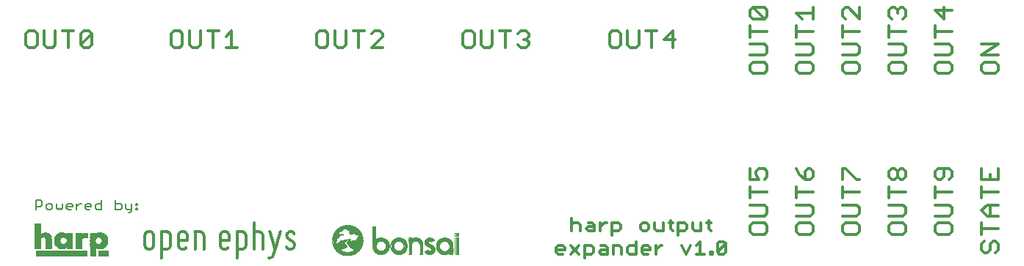
<source format=gbr>
G04 EAGLE Gerber RS-274X export*
G75*
%MOMM*%
%FSLAX34Y34*%
%LPD*%
%INSilkscreen Top*%
%IPPOS*%
%AMOC8*
5,1,8,0,0,1.08239X$1,22.5*%
G01*
%ADD10C,0.355600*%
%ADD11R,0.126400X0.004863*%
%ADD12R,0.038900X0.004863*%
%ADD13R,0.019500X0.004863*%
%ADD14R,0.019400X0.004863*%
%ADD15R,0.291700X0.004856*%
%ADD16R,0.019400X0.004856*%
%ADD17R,0.014600X0.004856*%
%ADD18R,0.388900X0.004856*%
%ADD19R,0.014500X0.004856*%
%ADD20R,0.466700X0.004856*%
%ADD21R,0.009800X0.004856*%
%ADD22R,0.009700X0.004856*%
%ADD23R,0.534700X0.004856*%
%ADD24R,0.004800X0.004856*%
%ADD25R,0.004900X0.004856*%
%ADD26R,0.593100X0.004869*%
%ADD27R,0.014500X0.004869*%
%ADD28R,0.014600X0.004869*%
%ADD29R,0.004900X0.004869*%
%ADD30R,0.004800X0.004869*%
%ADD31R,0.651400X0.004856*%
%ADD32R,0.700000X0.004856*%
%ADD33R,0.748600X0.004856*%
%ADD34R,0.787500X0.004863*%
%ADD35R,0.009700X0.004863*%
%ADD36R,0.004900X0.004863*%
%ADD37R,0.831200X0.004856*%
%ADD38R,0.875000X0.004856*%
%ADD39R,0.904200X0.004856*%
%ADD40R,0.943100X0.004869*%
%ADD41R,0.977000X0.004856*%
%ADD42R,1.011100X0.004856*%
%ADD43R,1.040300X0.004856*%
%ADD44R,1.069500X0.004856*%
%ADD45R,1.098600X0.004863*%
%ADD46R,0.009800X0.004863*%
%ADD47R,1.127800X0.004856*%
%ADD48R,1.156900X0.004856*%
%ADD49R,1.186100X0.004856*%
%ADD50R,1.215300X0.004869*%
%ADD51R,1.239600X0.004856*%
%ADD52R,1.263900X0.004856*%
%ADD53R,1.293100X0.004856*%
%ADD54R,1.312500X0.004856*%
%ADD55R,1.336800X0.004863*%
%ADD56R,0.004800X0.004863*%
%ADD57R,1.361100X0.004856*%
%ADD58R,1.380500X0.004856*%
%ADD59R,1.409700X0.004856*%
%ADD60R,1.429200X0.004869*%
%ADD61R,1.448600X0.004856*%
%ADD62R,1.468100X0.004856*%
%ADD63R,1.487500X0.004856*%
%ADD64R,1.516700X0.004856*%
%ADD65R,1.536100X0.004863*%
%ADD66R,1.555500X0.004856*%
%ADD67R,1.575000X0.004856*%
%ADD68R,1.594500X0.004856*%
%ADD69R,1.609000X0.004856*%
%ADD70R,1.623600X0.004869*%
%ADD71R,1.643100X0.004856*%
%ADD72R,1.662500X0.004856*%
%ADD73R,1.681900X0.004856*%
%ADD74R,1.701400X0.004863*%
%ADD75R,1.720800X0.004856*%
%ADD76R,1.730500X0.004856*%
%ADD77R,1.750000X0.004856*%
%ADD78R,1.769500X0.004869*%
%ADD79R,1.784000X0.004856*%
%ADD80R,1.798600X0.004856*%
%ADD81R,1.818100X0.004856*%
%ADD82R,1.832600X0.004856*%
%ADD83R,1.847200X0.004863*%
%ADD84R,1.866700X0.004856*%
%ADD85R,1.876400X0.004856*%
%ADD86R,1.895800X0.004856*%
%ADD87R,1.905500X0.004856*%
%ADD88R,1.925000X0.004869*%
%ADD89R,1.934700X0.004856*%
%ADD90R,1.954200X0.004856*%
%ADD91R,1.963900X0.004856*%
%ADD92R,1.983300X0.004863*%
%ADD93R,1.993100X0.004856*%
%ADD94R,2.012500X0.004856*%
%ADD95R,2.022200X0.004856*%
%ADD96R,2.041700X0.004856*%
%ADD97R,2.051400X0.004869*%
%ADD98R,2.061100X0.004856*%
%ADD99R,2.080500X0.004856*%
%ADD100R,2.090300X0.004856*%
%ADD101R,2.100000X0.004863*%
%ADD102R,2.119500X0.004856*%
%ADD103R,2.129200X0.004856*%
%ADD104R,2.138900X0.004856*%
%ADD105R,2.158300X0.004869*%
%ADD106R,2.168100X0.004856*%
%ADD107R,2.177800X0.004856*%
%ADD108R,2.187500X0.004856*%
%ADD109R,1.006200X0.004856*%
%ADD110R,1.025700X0.004856*%
%ADD111R,0.034100X0.004856*%
%ADD112R,0.038800X0.004856*%
%ADD113R,0.102100X0.004856*%
%ADD114R,0.952800X0.004863*%
%ADD115R,0.972200X0.004863*%
%ADD116R,0.014600X0.004863*%
%ADD117R,0.918700X0.004856*%
%ADD118R,0.933400X0.004856*%
%ADD119R,0.889600X0.004856*%
%ADD120R,0.909000X0.004856*%
%ADD121R,0.865200X0.004856*%
%ADD122R,0.884700X0.004856*%
%ADD123R,0.850700X0.004869*%
%ADD124R,0.870100X0.004869*%
%ADD125R,0.009700X0.004869*%
%ADD126R,0.850700X0.004856*%
%ADD127R,0.811800X0.004856*%
%ADD128R,0.797300X0.004856*%
%ADD129R,0.816700X0.004856*%
%ADD130R,0.782600X0.004856*%
%ADD131R,0.802100X0.004856*%
%ADD132R,0.772900X0.004863*%
%ADD133R,0.758300X0.004856*%
%ADD134R,0.777800X0.004856*%
%ADD135R,0.753500X0.004856*%
%ADD136R,0.772900X0.004856*%
%ADD137R,0.743700X0.004856*%
%ADD138R,0.758400X0.004856*%
%ADD139R,0.734000X0.004869*%
%ADD140R,0.748600X0.004869*%
%ADD141R,0.724300X0.004856*%
%ADD142R,0.738900X0.004856*%
%ADD143R,0.714600X0.004856*%
%ADD144R,0.729100X0.004856*%
%ADD145R,0.704900X0.004856*%
%ADD146R,0.690300X0.004863*%
%ADD147R,0.704800X0.004863*%
%ADD148R,0.680500X0.004856*%
%ADD149R,0.675700X0.004856*%
%ADD150R,0.690200X0.004856*%
%ADD151R,0.670900X0.004856*%
%ADD152R,0.685400X0.004856*%
%ADD153R,0.661100X0.004869*%
%ADD154R,0.680600X0.004869*%
%ADD155R,0.656300X0.004856*%
%ADD156R,0.670800X0.004856*%
%ADD157R,0.666000X0.004856*%
%ADD158R,0.646500X0.004856*%
%ADD159R,0.661200X0.004856*%
%ADD160R,0.636800X0.004856*%
%ADD161R,0.656200X0.004856*%
%ADD162R,0.631900X0.004863*%
%ADD163R,0.646600X0.004863*%
%ADD164R,0.627100X0.004856*%
%ADD165R,0.641600X0.004856*%
%ADD166R,0.622300X0.004856*%
%ADD167R,0.617300X0.004856*%
%ADD168R,0.632000X0.004856*%
%ADD169R,0.612500X0.004869*%
%ADD170R,0.627100X0.004869*%
%ADD171R,0.612500X0.004856*%
%ADD172R,0.607600X0.004856*%
%ADD173R,0.622200X0.004856*%
%ADD174R,0.602800X0.004856*%
%ADD175R,0.617400X0.004856*%
%ADD176R,0.597900X0.004856*%
%ADD177R,0.593100X0.004863*%
%ADD178R,0.607600X0.004863*%
%ADD179R,0.593000X0.004856*%
%ADD180R,0.588200X0.004856*%
%ADD181R,0.602700X0.004856*%
%ADD182R,0.578500X0.004856*%
%ADD183R,0.573600X0.004869*%
%ADD184R,0.588200X0.004869*%
%ADD185R,0.568800X0.004856*%
%ADD186R,0.583300X0.004856*%
%ADD187R,0.563900X0.004856*%
%ADD188R,0.563900X0.004863*%
%ADD189R,0.573600X0.004863*%
%ADD190R,0.559000X0.004856*%
%ADD191R,0.573600X0.004856*%
%ADD192R,0.554100X0.004856*%
%ADD193R,0.549300X0.004856*%
%ADD194R,0.549300X0.004869*%
%ADD195R,0.559000X0.004869*%
%ADD196R,0.544400X0.004856*%
%ADD197R,0.559100X0.004856*%
%ADD198R,0.544500X0.004856*%
%ADD199R,0.539500X0.004856*%
%ADD200R,0.554200X0.004856*%
%ADD201R,0.534700X0.004863*%
%ADD202R,0.544400X0.004863*%
%ADD203R,0.529900X0.004856*%
%ADD204R,0.529800X0.004856*%
%ADD205R,0.539600X0.004856*%
%ADD206R,0.520200X0.004856*%
%ADD207R,0.520100X0.004869*%
%ADD208R,0.529900X0.004869*%
%ADD209R,0.520100X0.004856*%
%ADD210R,0.510400X0.004856*%
%ADD211R,0.525000X0.004856*%
%ADD212R,0.510400X0.004863*%
%ADD213R,0.520200X0.004863*%
%ADD214R,0.510500X0.004856*%
%ADD215R,0.515300X0.004856*%
%ADD216R,0.544400X0.004869*%
%ADD217R,0.515300X0.004869*%
%ADD218R,0.009800X0.004869*%
%ADD219R,0.627000X0.004856*%
%ADD220R,0.661200X0.004863*%
%ADD221R,0.651400X0.004863*%
%ADD222R,0.680600X0.004856*%
%ADD223R,0.709700X0.004856*%
%ADD224R,0.695200X0.004856*%
%ADD225R,0.734000X0.004856*%
%ADD226R,0.719400X0.004856*%
%ADD227R,0.777700X0.004869*%
%ADD228R,0.758400X0.004869*%
%ADD229R,0.777700X0.004856*%
%ADD230R,0.821500X0.004856*%
%ADD231R,0.797200X0.004856*%
%ADD232R,0.845900X0.004856*%
%ADD233R,0.870100X0.004863*%
%ADD234R,0.836100X0.004863*%
%ADD235R,0.865300X0.004856*%
%ADD236R,0.933300X0.004856*%
%ADD237R,0.952700X0.004869*%
%ADD238R,0.899300X0.004869*%
%ADD239R,0.972200X0.004856*%
%ADD240R,0.913800X0.004856*%
%ADD241R,0.996600X0.004856*%
%ADD242R,0.943000X0.004856*%
%ADD243R,1.030500X0.004856*%
%ADD244R,0.957700X0.004856*%
%ADD245R,1.050000X0.004863*%
%ADD246R,0.967400X0.004863*%
%ADD247R,1.064600X0.004856*%
%ADD248R,0.986800X0.004856*%
%ADD249R,1.088900X0.004856*%
%ADD250R,1.001400X0.004856*%
%ADD251R,1.103500X0.004856*%
%ADD252R,1.118000X0.004869*%
%ADD253R,1.025700X0.004869*%
%ADD254R,1.137500X0.004856*%
%ADD255R,1.035500X0.004856*%
%ADD256R,1.152100X0.004856*%
%ADD257R,1.050000X0.004856*%
%ADD258R,1.166600X0.004856*%
%ADD259R,1.181200X0.004856*%
%ADD260R,1.195800X0.004863*%
%ADD261R,1.084000X0.004863*%
%ADD262R,1.205600X0.004856*%
%ADD263R,1.093700X0.004856*%
%ADD264R,1.225000X0.004856*%
%ADD265R,1.118100X0.004856*%
%ADD266R,1.249300X0.004856*%
%ADD267R,1.263900X0.004869*%
%ADD268R,1.137500X0.004869*%
%ADD269R,1.273600X0.004856*%
%ADD270R,1.147200X0.004856*%
%ADD271R,1.288200X0.004856*%
%ADD272R,1.157000X0.004856*%
%ADD273R,1.297900X0.004856*%
%ADD274R,1.166700X0.004856*%
%ADD275R,1.307600X0.004863*%
%ADD276R,1.176300X0.004863*%
%ADD277R,1.317400X0.004856*%
%ADD278R,1.327100X0.004856*%
%ADD279R,1.195800X0.004856*%
%ADD280R,1.336800X0.004856*%
%ADD281R,1.200700X0.004856*%
%ADD282R,1.346500X0.004869*%
%ADD283R,1.210500X0.004869*%
%ADD284R,1.220100X0.004856*%
%ADD285R,1.366000X0.004856*%
%ADD286R,1.229800X0.004856*%
%ADD287R,1.375600X0.004856*%
%ADD288R,1.385400X0.004856*%
%ADD289R,1.244500X0.004856*%
%ADD290R,1.395100X0.004863*%
%ADD291R,1.254100X0.004863*%
%ADD292R,1.400000X0.004856*%
%ADD293R,1.259000X0.004856*%
%ADD294R,1.409800X0.004856*%
%ADD295R,1.268700X0.004856*%
%ADD296R,1.414600X0.004856*%
%ADD297R,1.424300X0.004869*%
%ADD298R,1.283400X0.004869*%
%ADD299R,1.429100X0.004856*%
%ADD300R,1.438900X0.004856*%
%ADD301R,1.302700X0.004856*%
%ADD302R,1.443800X0.004856*%
%ADD303R,1.307600X0.004856*%
%ADD304R,1.453500X0.004863*%
%ADD305R,1.317400X0.004863*%
%ADD306R,1.453500X0.004856*%
%ADD307R,1.322200X0.004856*%
%ADD308R,1.463200X0.004856*%
%ADD309R,1.468000X0.004856*%
%ADD310R,1.332000X0.004856*%
%ADD311R,1.472900X0.004856*%
%ADD312R,1.341700X0.004856*%
%ADD313R,1.477800X0.004869*%
%ADD314R,1.482600X0.004856*%
%ADD315R,1.351400X0.004856*%
%ADD316R,1.356300X0.004856*%
%ADD317R,1.492400X0.004856*%
%ADD318R,1.365900X0.004856*%
%ADD319R,1.492400X0.004863*%
%ADD320R,1.365900X0.004863*%
%ADD321R,1.370800X0.004856*%
%ADD322R,1.502100X0.004856*%
%ADD323R,1.380600X0.004856*%
%ADD324R,1.506900X0.004856*%
%ADD325R,1.390300X0.004856*%
%ADD326R,1.506900X0.004869*%
%ADD327R,1.390300X0.004869*%
%ADD328R,1.511800X0.004856*%
%ADD329R,1.404800X0.004856*%
%ADD330R,1.516600X0.004863*%
%ADD331R,1.409700X0.004863*%
%ADD332R,1.516600X0.004856*%
%ADD333R,1.521500X0.004856*%
%ADD334R,1.419400X0.004856*%
%ADD335R,1.424300X0.004856*%
%ADD336R,1.521500X0.004869*%
%ADD337R,1.521600X0.004856*%
%ADD338R,1.434000X0.004856*%
%ADD339R,1.443800X0.004863*%
%ADD340R,1.453400X0.004856*%
%ADD341R,1.511800X0.004869*%
%ADD342R,1.463200X0.004869*%
%ADD343R,1.502000X0.004856*%
%ADD344R,1.497200X0.004856*%
%ADD345R,1.477700X0.004856*%
%ADD346R,1.477700X0.004863*%
%ADD347R,1.477800X0.004856*%
%ADD348R,1.497300X0.004856*%
%ADD349R,1.472900X0.004869*%
%ADD350R,1.502100X0.004869*%
%ADD351R,1.526400X0.004856*%
%ADD352R,1.448700X0.004856*%
%ADD353R,1.531300X0.004856*%
%ADD354R,1.443700X0.004856*%
%ADD355R,1.541000X0.004856*%
%ADD356R,1.438900X0.004869*%
%ADD357R,1.545900X0.004869*%
%ADD358R,1.429200X0.004856*%
%ADD359R,1.545900X0.004856*%
%ADD360R,1.560400X0.004856*%
%ADD361R,1.419500X0.004863*%
%ADD362R,1.565300X0.004863*%
%ADD363R,1.570100X0.004856*%
%ADD364R,1.414500X0.004856*%
%ADD365R,1.579900X0.004856*%
%ADD366R,1.584700X0.004856*%
%ADD367R,1.400000X0.004869*%
%ADD368R,1.589600X0.004869*%
%ADD369R,1.599300X0.004856*%
%ADD370R,1.395100X0.004856*%
%ADD371R,1.604100X0.004856*%
%ADD372R,1.390300X0.004863*%
%ADD373R,1.618800X0.004863*%
%ADD374R,1.385500X0.004856*%
%ADD375R,1.623600X0.004856*%
%ADD376R,1.628500X0.004856*%
%ADD377R,1.638200X0.004856*%
%ADD378R,1.380500X0.004869*%
%ADD379R,1.643100X0.004869*%
%ADD380R,1.375700X0.004856*%
%ADD381R,1.652800X0.004856*%
%ADD382R,1.657700X0.004856*%
%ADD383R,1.672300X0.004856*%
%ADD384R,1.370900X0.004863*%
%ADD385R,1.681900X0.004863*%
%ADD386R,1.686800X0.004856*%
%ADD387R,1.696500X0.004856*%
%ADD388R,1.701400X0.004856*%
%ADD389R,1.361100X0.004869*%
%ADD390R,1.711100X0.004869*%
%ADD391R,0.466600X0.004856*%
%ADD392R,0.821600X0.004856*%
%ADD393R,1.720900X0.004856*%
%ADD394R,0.452000X0.004856*%
%ADD395R,1.725700X0.004856*%
%ADD396R,0.437500X0.004856*%
%ADD397R,0.787500X0.004856*%
%ADD398R,1.730600X0.004856*%
%ADD399R,0.427700X0.004856*%
%ADD400R,1.740300X0.004856*%
%ADD401R,0.427800X0.004863*%
%ADD402R,0.758300X0.004863*%
%ADD403R,1.750000X0.004863*%
%ADD404R,0.418100X0.004856*%
%ADD405R,1.759700X0.004856*%
%ADD406R,0.413200X0.004856*%
%ADD407R,1.764500X0.004856*%
%ADD408R,0.408300X0.004856*%
%ADD409R,1.769400X0.004856*%
%ADD410R,0.403500X0.004869*%
%ADD411R,0.714600X0.004869*%
%ADD412R,1.779100X0.004869*%
%ADD413R,0.403500X0.004856*%
%ADD414R,0.704800X0.004856*%
%ADD415R,1.788900X0.004856*%
%ADD416R,0.398600X0.004856*%
%ADD417R,1.793700X0.004856*%
%ADD418R,0.393800X0.004856*%
%ADD419R,0.690300X0.004856*%
%ADD420R,1.803500X0.004856*%
%ADD421R,0.388900X0.004863*%
%ADD422R,0.670900X0.004863*%
%ADD423R,1.808300X0.004863*%
%ADD424R,1.813200X0.004856*%
%ADD425R,1.823000X0.004856*%
%ADD426R,0.384000X0.004856*%
%ADD427R,1.827800X0.004856*%
%ADD428R,0.379100X0.004869*%
%ADD429R,0.631900X0.004869*%
%ADD430R,1.827800X0.004869*%
%ADD431R,0.379100X0.004856*%
%ADD432R,1.832700X0.004856*%
%ADD433R,0.379200X0.004856*%
%ADD434R,1.837500X0.004856*%
%ADD435R,0.379200X0.004863*%
%ADD436R,0.602800X0.004863*%
%ADD437R,1.837500X0.004863*%
%ADD438R,0.374300X0.004869*%
%ADD439R,0.568700X0.004869*%
%ADD440R,1.837500X0.004869*%
%ADD441R,0.374300X0.004856*%
%ADD442R,1.842400X0.004856*%
%ADD443R,0.505500X0.004856*%
%ADD444R,0.019500X0.004856*%
%ADD445R,0.471500X0.004856*%
%ADD446R,0.379100X0.004863*%
%ADD447R,0.442400X0.004863*%
%ADD448R,1.832700X0.004863*%
%ADD449R,0.350000X0.004856*%
%ADD450R,0.384000X0.004869*%
%ADD451R,0.311200X0.004869*%
%ADD452R,1.822900X0.004869*%
%ADD453R,0.257600X0.004856*%
%ADD454R,1.827700X0.004856*%
%ADD455R,0.204100X0.004856*%
%ADD456R,1.822900X0.004856*%
%ADD457R,0.393700X0.004856*%
%ADD458R,0.116700X0.004856*%
%ADD459R,1.818000X0.004856*%
%ADD460R,1.813100X0.004856*%
%ADD461R,0.053400X0.004856*%
%ADD462R,0.393700X0.004863*%
%ADD463R,0.024300X0.004863*%
%ADD464R,0.038900X0.004856*%
%ADD465R,1.803400X0.004856*%
%ADD466R,0.043800X0.004856*%
%ADD467R,0.053500X0.004856*%
%ADD468R,0.068100X0.004869*%
%ADD469R,1.784000X0.004869*%
%ADD470R,0.077700X0.004856*%
%ADD471R,1.779100X0.004856*%
%ADD472R,0.092400X0.004856*%
%ADD473R,1.779200X0.004856*%
%ADD474R,0.422900X0.004856*%
%ADD475R,0.116600X0.004856*%
%ADD476R,1.764600X0.004856*%
%ADD477R,0.131300X0.004863*%
%ADD478R,1.754900X0.004863*%
%ADD479R,0.432700X0.004856*%
%ADD480R,0.140900X0.004856*%
%ADD481R,0.155500X0.004856*%
%ADD482R,0.442400X0.004856*%
%ADD483R,0.170200X0.004856*%
%ADD484R,1.735400X0.004856*%
%ADD485R,0.452100X0.004856*%
%ADD486R,0.184700X0.004856*%
%ADD487R,0.457000X0.004869*%
%ADD488R,0.199300X0.004869*%
%ADD489R,1.720800X0.004869*%
%ADD490R,0.213900X0.004856*%
%ADD491R,1.716000X0.004856*%
%ADD492R,0.233300X0.004856*%
%ADD493R,0.354800X0.004856*%
%ADD494R,1.302800X0.004856*%
%ADD495R,0.447300X0.004856*%
%ADD496R,0.252800X0.004856*%
%ADD497R,0.325700X0.004856*%
%ADD498R,1.283300X0.004856*%
%ADD499R,0.272200X0.004863*%
%ADD500R,0.306300X0.004863*%
%ADD501R,1.268700X0.004863*%
%ADD502R,0.301400X0.004856*%
%ADD503R,0.286800X0.004856*%
%ADD504R,0.330500X0.004856*%
%ADD505R,0.277000X0.004856*%
%ADD506R,0.364600X0.004856*%
%ADD507R,0.262500X0.004856*%
%ADD508R,0.024300X0.004856*%
%ADD509R,0.145900X0.004856*%
%ADD510R,0.461800X0.004856*%
%ADD511R,0.247900X0.004856*%
%ADD512R,1.234700X0.004856*%
%ADD513R,0.437500X0.004869*%
%ADD514R,0.617400X0.004869*%
%ADD515R,0.238200X0.004869*%
%ADD516R,1.229900X0.004869*%
%ADD517R,0.228500X0.004856*%
%ADD518R,0.432600X0.004856*%
%ADD519R,0.218700X0.004856*%
%ADD520R,1.220200X0.004856*%
%ADD521R,0.631900X0.004856*%
%ADD522R,0.209100X0.004856*%
%ADD523R,1.215300X0.004856*%
%ADD524R,0.432600X0.004863*%
%ADD525R,0.111800X0.004863*%
%ADD526R,0.422900X0.004863*%
%ADD527R,0.199300X0.004863*%
%ADD528R,1.001400X0.004863*%
%ADD529R,0.048600X0.004863*%
%ADD530R,0.082600X0.004856*%
%ADD531R,0.403400X0.004856*%
%ADD532R,0.194400X0.004856*%
%ADD533R,0.072900X0.004856*%
%ADD534R,0.972300X0.004856*%
%ADD535R,0.058400X0.004856*%
%ADD536R,0.947900X0.004856*%
%ADD537R,0.179900X0.004856*%
%ADD538R,0.029100X0.004856*%
%ADD539R,0.427700X0.004869*%
%ADD540R,0.034100X0.004869*%
%ADD541R,0.175000X0.004869*%
%ADD542R,0.913900X0.004869*%
%ADD543R,0.165300X0.004856*%
%ADD544R,0.359700X0.004856*%
%ADD545R,0.155600X0.004856*%
%ADD546R,0.879900X0.004856*%
%ADD547R,0.364500X0.004856*%
%ADD548R,0.870200X0.004856*%
%ADD549R,0.359700X0.004863*%
%ADD550R,0.145800X0.004863*%
%ADD551R,0.860400X0.004863*%
%ADD552R,0.354900X0.004856*%
%ADD553R,0.145800X0.004856*%
%ADD554R,0.841000X0.004856*%
%ADD555R,0.141000X0.004856*%
%ADD556R,0.831300X0.004856*%
%ADD557R,0.422900X0.004869*%
%ADD558R,0.354900X0.004869*%
%ADD559R,0.136100X0.004869*%
%ADD560R,0.826400X0.004869*%
%ADD561R,0.418000X0.004856*%
%ADD562R,0.136100X0.004856*%
%ADD563R,0.345100X0.004856*%
%ADD564R,0.131200X0.004856*%
%ADD565R,0.418000X0.004863*%
%ADD566R,0.345200X0.004863*%
%ADD567R,0.131200X0.004863*%
%ADD568R,0.782700X0.004856*%
%ADD569R,0.111800X0.004856*%
%ADD570R,0.097200X0.004856*%
%ADD571R,0.418100X0.004869*%
%ADD572R,0.072900X0.004869*%
%ADD573R,0.082700X0.004869*%
%ADD574R,0.131200X0.004869*%
%ADD575R,0.763200X0.004869*%
%ADD576R,0.068100X0.004856*%
%ADD577R,0.048600X0.004856*%
%ADD578R,0.034100X0.004863*%
%ADD579R,0.136100X0.004863*%
%ADD580R,0.738900X0.004863*%
%ADD581R,0.729200X0.004856*%
%ADD582R,0.427800X0.004869*%
%ADD583R,0.141000X0.004869*%
%ADD584R,0.719400X0.004869*%
%ADD585R,0.427800X0.004856*%
%ADD586R,0.106900X0.004856*%
%ADD587R,0.087500X0.004856*%
%ADD588R,0.432700X0.004863*%
%ADD589R,0.063200X0.004863*%
%ADD590R,0.700000X0.004863*%
%ADD591R,0.048700X0.004856*%
%ADD592R,0.043700X0.004856*%
%ADD593R,0.695100X0.004856*%
%ADD594R,0.034000X0.004856*%
%ADD595R,0.029200X0.004856*%
%ADD596R,0.442400X0.004869*%
%ADD597R,0.024300X0.004869*%
%ADD598R,0.680500X0.004869*%
%ADD599R,0.675600X0.004856*%
%ADD600R,0.447200X0.004856*%
%ADD601R,0.452100X0.004863*%
%ADD602R,0.670800X0.004863*%
%ADD603R,0.456900X0.004856*%
%ADD604R,0.665900X0.004856*%
%ADD605R,0.661100X0.004856*%
%ADD606R,0.461800X0.004869*%
%ADD607R,0.656300X0.004869*%
%ADD608R,0.476300X0.004856*%
%ADD609R,0.481200X0.004863*%
%ADD610R,0.641700X0.004863*%
%ADD611R,0.486100X0.004856*%
%ADD612R,0.641700X0.004856*%
%ADD613R,0.490900X0.004856*%
%ADD614R,0.495800X0.004856*%
%ADD615R,0.495800X0.004869*%
%ADD616R,0.505600X0.004856*%
%ADD617R,0.622200X0.004863*%
%ADD618R,0.568700X0.004856*%
%ADD619R,0.583300X0.004869*%
%ADD620R,0.724300X0.004863*%
%ADD621R,0.568700X0.004863*%
%ADD622R,0.515200X0.004856*%
%ADD623R,0.500700X0.004856*%
%ADD624R,0.719400X0.004863*%
%ADD625R,0.491000X0.004863*%
%ADD626R,0.481300X0.004856*%
%ADD627R,0.724300X0.004869*%
%ADD628R,0.476400X0.004869*%
%ADD629R,0.719500X0.004856*%
%ADD630R,0.719500X0.004869*%
%ADD631R,0.432600X0.004869*%
%ADD632R,0.729100X0.004869*%
%ADD633R,0.734100X0.004856*%
%ADD634R,0.408300X0.004863*%
%ADD635R,0.743800X0.004869*%
%ADD636R,0.748700X0.004856*%
%ADD637R,0.398600X0.004863*%
%ADD638R,0.763200X0.004856*%
%ADD639R,0.768000X0.004869*%
%ADD640R,0.768100X0.004856*%
%ADD641R,0.403400X0.004863*%
%ADD642R,0.792400X0.004856*%
%ADD643R,0.802000X0.004856*%
%ADD644R,0.806900X0.004869*%
%ADD645R,0.408300X0.004869*%
%ADD646R,0.826400X0.004856*%
%ADD647R,0.840900X0.004863*%
%ADD648R,0.418100X0.004863*%
%ADD649R,0.855500X0.004856*%
%ADD650R,0.860500X0.004856*%
%ADD651R,0.904200X0.004869*%
%ADD652R,0.038900X0.004869*%
%ADD653R,0.442300X0.004869*%
%ADD654R,0.938200X0.004856*%
%ADD655R,1.069400X0.004856*%
%ADD656R,1.064500X0.004856*%
%ADD657R,0.466600X0.004863*%
%ADD658R,1.045200X0.004856*%
%ADD659R,0.481200X0.004856*%
%ADD660R,0.607700X0.004856*%
%ADD661R,0.807000X0.004856*%
%ADD662R,0.199300X0.004856*%
%ADD663R,0.131300X0.004856*%
%ADD664R,0.102100X0.004863*%
%ADD665R,0.029200X0.004863*%
%ADD666R,0.058300X0.004856*%
%ADD667R,0.073000X0.004856*%
%ADD668R,0.670800X0.004869*%
%ADD669R,0.043700X0.004869*%
%ADD670R,0.082600X0.004869*%
%ADD671R,0.646600X0.004869*%
%ADD672R,0.665900X0.004863*%
%ADD673R,0.170100X0.004856*%
%ADD674R,0.184800X0.004856*%
%ADD675R,0.704900X0.004869*%
%ADD676R,0.223600X0.004856*%
%ADD677R,0.238200X0.004856*%
%ADD678R,0.257700X0.004856*%
%ADD679R,0.593000X0.004863*%
%ADD680R,0.281900X0.004863*%
%ADD681R,0.753500X0.004863*%
%ADD682R,0.588100X0.004856*%
%ADD683R,0.311100X0.004856*%
%ADD684R,1.268800X0.004869*%
%ADD685R,0.554100X0.004863*%
%ADD686R,1.302800X0.004863*%
%ADD687R,1.341600X0.004856*%
%ADD688R,0.539600X0.004869*%
%ADD689R,1.322300X0.004869*%
%ADD690R,0.534800X0.004856*%
%ADD691R,1.293000X0.004856*%
%ADD692R,0.525000X0.004863*%
%ADD693R,1.283400X0.004863*%
%ADD694R,1.278500X0.004856*%
%ADD695R,1.259100X0.004869*%
%ADD696R,0.505500X0.004863*%
%ADD697R,1.225000X0.004863*%
%ADD698R,1.210400X0.004856*%
%ADD699R,1.200700X0.004869*%
%ADD700R,1.191000X0.004856*%
%ADD701R,1.181200X0.004863*%
%ADD702R,0.491000X0.004856*%
%ADD703R,1.176300X0.004856*%
%ADD704R,1.171500X0.004856*%
%ADD705R,0.491000X0.004869*%
%ADD706R,1.166600X0.004869*%
%ADD707R,0.495900X0.004856*%
%ADD708R,1.161800X0.004856*%
%ADD709R,0.495800X0.004863*%
%ADD710R,1.152000X0.004863*%
%ADD711R,1.142300X0.004856*%
%ADD712R,0.505500X0.004869*%
%ADD713R,1.142400X0.004869*%
%ADD714R,1.132600X0.004856*%
%ADD715R,1.132700X0.004856*%
%ADD716R,1.127800X0.004863*%
%ADD717R,1.127700X0.004856*%
%ADD718R,1.122900X0.004856*%
%ADD719R,0.685400X0.004869*%
%ADD720R,1.122900X0.004869*%
%ADD721R,1.123000X0.004856*%
%ADD722R,1.118000X0.004856*%
%ADD723R,1.118100X0.004863*%
%ADD724R,0.666000X0.004869*%
%ADD725R,1.118100X0.004869*%
%ADD726R,0.656200X0.004863*%
%ADD727R,1.132700X0.004863*%
%ADD728R,0.063200X0.004869*%
%ADD729R,1.176400X0.004869*%
%ADD730R,1.288100X0.004856*%
%ADD731R,0.641600X0.004863*%
%ADD732R,1.278400X0.004856*%
%ADD733R,0.636800X0.004869*%
%ADD734R,1.273700X0.004869*%
%ADD735R,0.632000X0.004863*%
%ADD736R,1.273600X0.004863*%
%ADD737R,1.268800X0.004856*%
%ADD738R,0.636800X0.004863*%
%ADD739R,0.646500X0.004869*%
%ADD740R,0.646600X0.004856*%
%ADD741R,1.283400X0.004856*%
%ADD742R,1.293100X0.004863*%
%ADD743R,1.307700X0.004856*%
%ADD744R,1.317400X0.004869*%
%ADD745R,1.331900X0.004856*%
%ADD746R,1.346600X0.004856*%
%ADD747R,2.206900X0.004863*%
%ADD748R,2.100000X0.004856*%
%ADD749R,2.090300X0.004863*%
%ADD750R,2.051400X0.004856*%
%ADD751R,2.041700X0.004869*%
%ADD752R,1.983300X0.004856*%
%ADD753R,1.963900X0.004863*%
%ADD754R,1.925000X0.004856*%
%ADD755R,1.905500X0.004869*%
%ADD756R,1.847200X0.004856*%
%ADD757R,1.832600X0.004863*%
%ADD758R,1.769500X0.004856*%
%ADD759R,1.750000X0.004869*%
%ADD760R,1.613900X0.004869*%
%ADD761R,1.536100X0.004856*%
%ADD762R,1.516700X0.004863*%
%ADD763R,1.312500X0.004863*%
%ADD764R,1.186100X0.004869*%
%ADD765R,1.098600X0.004856*%
%ADD766R,1.069500X0.004863*%
%ADD767R,0.748600X0.004863*%
%ADD768R,0.471600X0.004869*%
%ADD769R,0.126400X0.004856*%
%ADD770R,0.631700X0.011488*%
%ADD771R,5.973000X0.011488*%
%ADD772R,5.973000X0.011475*%
%ADD773R,0.631700X0.011475*%
%ADD774R,1.114200X0.011475*%
%ADD775R,1.114200X0.011488*%
%ADD776R,5.973000X0.011481*%
%ADD777R,0.631700X0.011481*%
%ADD778R,1.114200X0.011481*%
%ADD779R,0.149400X0.011488*%
%ADD780R,0.149300X0.011488*%
%ADD781R,0.034400X0.011488*%
%ADD782R,0.057400X0.011488*%
%ADD783R,0.046000X0.011488*%
%ADD784R,0.034500X0.011488*%
%ADD785R,0.321700X0.011481*%
%ADD786R,0.321600X0.011481*%
%ADD787R,0.022900X0.011481*%
%ADD788R,0.023000X0.011481*%
%ADD789R,0.425000X0.011488*%
%ADD790R,0.023000X0.011488*%
%ADD791R,0.011500X0.011488*%
%ADD792R,0.022900X0.011488*%
%ADD793R,0.505400X0.011488*%
%ADD794R,0.011400X0.011488*%
%ADD795R,0.574300X0.011475*%
%ADD796R,0.574400X0.011475*%
%ADD797R,0.011500X0.011475*%
%ADD798R,0.022900X0.011475*%
%ADD799R,0.620300X0.011488*%
%ADD800R,0.631800X0.011488*%
%ADD801R,0.620200X0.011488*%
%ADD802R,0.677700X0.011488*%
%ADD803R,0.689200X0.011488*%
%ADD804R,0.620300X0.011475*%
%ADD805R,0.723600X0.011475*%
%ADD806R,0.631800X0.011475*%
%ADD807R,0.620200X0.011475*%
%ADD808R,0.746600X0.011475*%
%ADD809R,0.011400X0.011475*%
%ADD810R,0.769600X0.011488*%
%ADD811R,0.781000X0.011488*%
%ADD812R,0.620300X0.011481*%
%ADD813R,0.815600X0.011481*%
%ADD814R,0.631800X0.011481*%
%ADD815R,0.620200X0.011481*%
%ADD816R,0.815500X0.011481*%
%ADD817R,0.011500X0.011481*%
%ADD818R,0.011400X0.011481*%
%ADD819R,0.838500X0.011488*%
%ADD820R,0.861500X0.011488*%
%ADD821R,0.884400X0.011488*%
%ADD822R,0.896000X0.011488*%
%ADD823R,0.918900X0.011481*%
%ADD824R,0.930400X0.011481*%
%ADD825R,0.941900X0.011488*%
%ADD826R,0.964900X0.011488*%
%ADD827R,0.976400X0.011488*%
%ADD828R,0.987800X0.011488*%
%ADD829R,0.999300X0.011475*%
%ADD830R,1.010800X0.011475*%
%ADD831R,1.022300X0.011488*%
%ADD832R,1.045300X0.011488*%
%ADD833R,1.068200X0.011488*%
%ADD834R,1.079700X0.011475*%
%ADD835R,1.091200X0.011475*%
%ADD836R,1.102700X0.011488*%
%ADD837R,1.125700X0.011488*%
%ADD838R,1.768900X0.011488*%
%ADD839R,1.137100X0.011481*%
%ADD840R,1.780400X0.011481*%
%ADD841R,1.791900X0.011488*%
%ADD842R,1.803400X0.011488*%
%ADD843R,1.814800X0.011488*%
%ADD844R,1.814900X0.011481*%
%ADD845R,1.826300X0.011481*%
%ADD846R,1.826400X0.011488*%
%ADD847R,1.826300X0.011488*%
%ADD848R,1.837900X0.011475*%
%ADD849R,1.837800X0.011475*%
%ADD850R,1.849400X0.011488*%
%ADD851R,1.849300X0.011488*%
%ADD852R,1.860800X0.011488*%
%ADD853R,1.860800X0.011475*%
%ADD854R,1.872300X0.011475*%
%ADD855R,1.872300X0.011488*%
%ADD856R,1.883800X0.011488*%
%ADD857R,1.895300X0.011488*%
%ADD858R,1.895300X0.011481*%
%ADD859R,1.906800X0.011488*%
%ADD860R,1.906700X0.011488*%
%ADD861R,1.918200X0.011488*%
%ADD862R,1.918300X0.011481*%
%ADD863R,1.918200X0.011481*%
%ADD864R,1.929800X0.011488*%
%ADD865R,1.929700X0.011488*%
%ADD866R,1.941300X0.011481*%
%ADD867R,1.941200X0.011481*%
%ADD868R,1.941300X0.011488*%
%ADD869R,1.952700X0.011488*%
%ADD870R,1.952700X0.011475*%
%ADD871R,1.964200X0.011475*%
%ADD872R,1.964200X0.011488*%
%ADD873R,1.975700X0.011488*%
%ADD874R,1.975700X0.011475*%
%ADD875R,1.987100X0.011488*%
%ADD876R,1.987200X0.011481*%
%ADD877R,1.987100X0.011481*%
%ADD878R,0.907400X0.011488*%
%ADD879R,0.930400X0.011488*%
%ADD880R,0.895900X0.011488*%
%ADD881R,0.057500X0.011488*%
%ADD882R,0.850000X0.011488*%
%ADD883R,0.827000X0.011481*%
%ADD884R,0.861500X0.011481*%
%ADD885R,0.850000X0.011481*%
%ADD886R,0.804100X0.011488*%
%ADD887R,0.838600X0.011488*%
%ADD888R,0.827000X0.011488*%
%ADD889R,0.804000X0.011488*%
%ADD890R,0.792600X0.011488*%
%ADD891R,0.815600X0.011488*%
%ADD892R,0.815500X0.011488*%
%ADD893R,0.792500X0.011488*%
%ADD894R,0.781100X0.011475*%
%ADD895R,0.792600X0.011475*%
%ADD896R,0.769600X0.011475*%
%ADD897R,0.781100X0.011488*%
%ADD898R,0.758100X0.011488*%
%ADD899R,0.746700X0.011475*%
%ADD900R,0.735100X0.011475*%
%ADD901R,0.746600X0.011488*%
%ADD902R,0.735200X0.011488*%
%ADD903R,0.735100X0.011488*%
%ADD904R,0.723700X0.011488*%
%ADD905R,0.723600X0.011488*%
%ADD906R,0.723600X0.011481*%
%ADD907R,0.712200X0.011481*%
%ADD908R,0.712100X0.011481*%
%ADD909R,0.723700X0.011481*%
%ADD910R,0.712100X0.011488*%
%ADD911R,0.700700X0.011488*%
%ADD912R,0.712200X0.011488*%
%ADD913R,0.700600X0.011488*%
%ADD914R,0.689200X0.011481*%
%ADD915R,0.700700X0.011481*%
%ADD916R,0.689200X0.011475*%
%ADD917R,0.666300X0.011475*%
%ADD918R,0.666200X0.011475*%
%ADD919R,0.666300X0.011488*%
%ADD920R,0.666200X0.011488*%
%ADD921R,0.654800X0.011488*%
%ADD922R,0.654700X0.011488*%
%ADD923R,0.677700X0.011475*%
%ADD924R,0.654800X0.011475*%
%ADD925R,0.654700X0.011475*%
%ADD926R,0.643300X0.011488*%
%ADD927R,0.643200X0.011488*%
%ADD928R,0.666200X0.011481*%
%ADD929R,0.666300X0.011481*%
%ADD930R,0.654700X0.011481*%
%ADD931R,0.654800X0.011481*%
%ADD932R,0.608800X0.011488*%
%ADD933R,0.608800X0.011475*%
%ADD934R,0.608800X0.011481*%
%ADD935R,0.643200X0.011481*%
%ADD936R,0.643200X0.011475*%
%ADD937R,0.643300X0.011481*%
%ADD938R,0.677700X0.011481*%
%ADD939R,0.700600X0.011475*%
%ADD940R,0.712100X0.011475*%
%ADD941R,0.700700X0.011475*%
%ADD942R,0.735100X0.011481*%
%ADD943R,0.769600X0.011481*%
%ADD944R,0.746700X0.011488*%
%ADD945R,0.758100X0.011481*%
%ADD946R,0.861400X0.011488*%
%ADD947R,0.068900X0.011488*%
%ADD948R,0.792600X0.011481*%
%ADD949R,0.895900X0.011481*%
%ADD950R,0.103400X0.011481*%
%ADD951R,0.792500X0.011481*%
%ADD952R,1.045200X0.011488*%
%ADD953R,0.252700X0.011488*%
%ADD954R,0.861500X0.011475*%
%ADD955R,0.896000X0.011475*%
%ADD956R,1.320900X0.011475*%
%ADD957R,0.895900X0.011475*%
%ADD958R,0.023000X0.011475*%
%ADD959R,1.320900X0.011488*%
%ADD960R,1.987200X0.011488*%
%ADD961R,0.838500X0.011475*%
%ADD962R,0.792500X0.011475*%
%ADD963R,1.987200X0.011475*%
%ADD964R,0.884500X0.011488*%
%ADD965R,0.045900X0.011488*%
%ADD966R,1.837800X0.011481*%
%ADD967R,1.975700X0.011481*%
%ADD968R,1.320900X0.011481*%
%ADD969R,1.964200X0.011481*%
%ADD970R,1.837800X0.011488*%
%ADD971R,1.952700X0.011481*%
%ADD972R,1.941200X0.011488*%
%ADD973R,1.826400X0.011475*%
%ADD974R,1.929800X0.011475*%
%ADD975R,1.929700X0.011475*%
%ADD976R,1.814900X0.011488*%
%ADD977R,1.918300X0.011488*%
%ADD978R,1.814900X0.011475*%
%ADD979R,1.906800X0.011475*%
%ADD980R,1.906700X0.011475*%
%ADD981R,1.791900X0.011481*%
%ADD982R,1.883800X0.011481*%
%ADD983R,1.780400X0.011488*%
%ADD984R,1.860800X0.011481*%
%ADD985R,1.768900X0.011475*%
%ADD986R,1.757400X0.011488*%
%ADD987R,1.114100X0.011475*%
%ADD988R,1.803400X0.011475*%
%ADD989R,1.091300X0.011488*%
%ADD990R,1.068300X0.011488*%
%ADD991R,1.137200X0.011488*%
%ADD992R,1.045300X0.011481*%
%ADD993R,1.769000X0.011481*%
%ADD994R,1.033800X0.011488*%
%ADD995R,0.597300X0.011488*%
%ADD996R,1.010800X0.011488*%
%ADD997R,1.091200X0.011488*%
%ADD998R,0.585800X0.011488*%
%ADD999R,0.987800X0.011481*%
%ADD1000R,1.068200X0.011481*%
%ADD1001R,0.574300X0.011481*%
%ADD1002R,0.964800X0.011488*%
%ADD1003R,0.562800X0.011488*%
%ADD1004R,0.941800X0.011488*%
%ADD1005R,0.551300X0.011488*%
%ADD1006R,0.999300X0.011488*%
%ADD1007R,0.907500X0.011481*%
%ADD1008R,0.987900X0.011481*%
%ADD1009R,0.539900X0.011481*%
%ADD1010R,0.964900X0.011481*%
%ADD1011R,0.953400X0.011488*%
%ADD1012R,0.528400X0.011488*%
%ADD1013R,0.907500X0.011488*%
%ADD1014R,0.815500X0.011475*%
%ADD1015R,0.884400X0.011475*%
%ADD1016R,0.493900X0.011475*%
%ADD1017R,0.873000X0.011475*%
%ADD1018R,0.470900X0.011488*%
%ADD1019R,0.448000X0.011488*%
%ADD1020R,0.425000X0.011475*%
%ADD1021R,0.402000X0.011488*%
%ADD1022R,0.608700X0.011481*%
%ADD1023R,0.689100X0.011481*%
%ADD1024R,0.367600X0.011481*%
%ADD1025R,0.551400X0.011488*%
%ADD1026R,0.333100X0.011488*%
%ADD1027R,0.482400X0.011488*%
%ADD1028R,0.574300X0.011488*%
%ADD1029R,0.287200X0.011488*%
%ADD1030R,0.562900X0.011488*%
%ADD1031R,0.402100X0.011481*%
%ADD1032R,0.493900X0.011481*%
%ADD1033R,0.229700X0.011481*%
%ADD1034R,0.482400X0.011481*%
%ADD1035R,0.264100X0.011488*%
%ADD1036R,0.413500X0.011488*%
%ADD1037R,0.402100X0.011488*%
%ADD1038R,0.310200X0.011488*%
%ADD1039R,0.298600X0.011488*%
%ADD1040R,0.091900X0.011475*%
%ADD1041R,0.057400X0.011475*%
%ADD1042R,0.068900X0.011475*%
%ADD1043R,0.057500X0.011475*%
%ADD1044R,0.007100X0.007156*%
%ADD1045R,0.135900X0.007150*%
%ADD1046R,0.035800X0.007150*%
%ADD1047R,0.035700X0.007150*%
%ADD1048R,0.014300X0.007150*%
%ADD1049R,0.014400X0.007150*%
%ADD1050R,0.279000X0.007150*%
%ADD1051R,0.021400X0.007150*%
%ADD1052R,0.007200X0.007150*%
%ADD1053R,0.107300X0.007150*%
%ADD1054R,0.364800X0.007150*%
%ADD1055R,0.114400X0.007150*%
%ADD1056R,0.321900X0.007150*%
%ADD1057R,0.028600X0.007150*%
%ADD1058R,0.021500X0.007150*%
%ADD1059R,0.007100X0.007150*%
%ADD1060R,0.214600X0.007156*%
%ADD1061R,0.128700X0.007156*%
%ADD1062R,0.343300X0.007156*%
%ADD1063R,0.221700X0.007156*%
%ADD1064R,0.436300X0.007156*%
%ADD1065R,0.329000X0.007156*%
%ADD1066R,0.021500X0.007156*%
%ADD1067R,0.035800X0.007156*%
%ADD1068R,0.007200X0.007156*%
%ADD1069R,0.014300X0.007156*%
%ADD1070R,0.321900X0.007156*%
%ADD1071R,0.271800X0.007150*%
%ADD1072R,0.357700X0.007150*%
%ADD1073R,0.293300X0.007150*%
%ADD1074R,0.493600X0.007150*%
%ADD1075R,0.343300X0.007150*%
%ADD1076R,0.350500X0.007150*%
%ADD1077R,0.400600X0.007150*%
%ADD1078R,0.536500X0.007150*%
%ADD1079R,0.357600X0.007150*%
%ADD1080R,0.465000X0.007156*%
%ADD1081R,0.429200X0.007156*%
%ADD1082R,0.371900X0.007156*%
%ADD1083R,0.364800X0.007156*%
%ADD1084R,0.400500X0.007156*%
%ADD1085R,0.586500X0.007156*%
%ADD1086R,0.515000X0.007150*%
%ADD1087R,0.486400X0.007150*%
%ADD1088R,0.371900X0.007150*%
%ADD1089R,0.436400X0.007150*%
%ADD1090R,0.629500X0.007150*%
%ADD1091R,0.372000X0.007150*%
%ADD1092R,0.572200X0.007150*%
%ADD1093R,0.543700X0.007150*%
%ADD1094R,0.472100X0.007150*%
%ADD1095R,0.665200X0.007150*%
%ADD1096R,0.608000X0.007156*%
%ADD1097R,0.507900X0.007156*%
%ADD1098R,0.701100X0.007156*%
%ADD1099R,0.372000X0.007156*%
%ADD1100R,0.658000X0.007150*%
%ADD1101R,0.736800X0.007150*%
%ADD1102R,0.686600X0.007150*%
%ADD1103R,0.672400X0.007150*%
%ADD1104R,0.572300X0.007150*%
%ADD1105R,0.772500X0.007150*%
%ADD1106R,0.729600X0.007163*%
%ADD1107R,0.701000X0.007163*%
%ADD1108R,0.371900X0.007163*%
%ADD1109R,0.600900X0.007163*%
%ADD1110R,0.808300X0.007163*%
%ADD1111R,0.372000X0.007163*%
%ADD1112R,0.007200X0.007163*%
%ADD1113R,0.007100X0.007163*%
%ADD1114R,0.758200X0.007150*%
%ADD1115R,0.743900X0.007150*%
%ADD1116R,0.622300X0.007150*%
%ADD1117R,0.836900X0.007150*%
%ADD1118R,0.794000X0.007150*%
%ADD1119R,0.650900X0.007150*%
%ADD1120R,0.865500X0.007150*%
%ADD1121R,0.822600X0.007150*%
%ADD1122R,0.801100X0.007150*%
%ADD1123R,0.894100X0.007150*%
%ADD1124R,0.851200X0.007156*%
%ADD1125R,0.844100X0.007156*%
%ADD1126R,0.693800X0.007156*%
%ADD1127R,0.915500X0.007156*%
%ADD1128R,0.879800X0.007150*%
%ADD1129R,0.715300X0.007150*%
%ADD1130R,0.944300X0.007150*%
%ADD1131R,0.908400X0.007150*%
%ADD1132R,0.965700X0.007150*%
%ADD1133R,0.929900X0.007156*%
%ADD1134R,0.915600X0.007156*%
%ADD1135R,0.751100X0.007156*%
%ADD1136R,0.994300X0.007156*%
%ADD1137R,0.958600X0.007150*%
%ADD1138R,0.944200X0.007150*%
%ADD1139R,0.779700X0.007150*%
%ADD1140R,1.015700X0.007150*%
%ADD1141R,0.987200X0.007150*%
%ADD1142R,0.972800X0.007150*%
%ADD1143R,1.037200X0.007150*%
%ADD1144R,0.379100X0.007150*%
%ADD1145R,1.008600X0.007156*%
%ADD1146R,1.001400X0.007156*%
%ADD1147R,0.808300X0.007156*%
%ADD1148R,1.065800X0.007156*%
%ADD1149R,0.386300X0.007156*%
%ADD1150R,1.030000X0.007150*%
%ADD1151R,1.087200X0.007150*%
%ADD1152R,1.051500X0.007150*%
%ADD1153R,1.044300X0.007150*%
%ADD1154R,1.516400X0.007150*%
%ADD1155R,1.073000X0.007156*%
%ADD1156R,1.058700X0.007156*%
%ADD1157R,1.523600X0.007156*%
%ADD1158R,1.094400X0.007150*%
%ADD1159R,1.087300X0.007150*%
%ADD1160R,0.872600X0.007150*%
%ADD1161R,1.537900X0.007150*%
%ADD1162R,1.115800X0.007150*%
%ADD1163R,1.101600X0.007150*%
%ADD1164R,0.887000X0.007150*%
%ADD1165R,1.545000X0.007150*%
%ADD1166R,1.130200X0.007150*%
%ADD1167R,1.123100X0.007150*%
%ADD1168R,0.894200X0.007150*%
%ADD1169R,1.552200X0.007150*%
%ADD1170R,1.151600X0.007163*%
%ADD1171R,1.144500X0.007163*%
%ADD1172R,0.908400X0.007163*%
%ADD1173R,1.559400X0.007163*%
%ADD1174R,1.173200X0.007150*%
%ADD1175R,1.158800X0.007150*%
%ADD1176R,0.922800X0.007150*%
%ADD1177R,1.573700X0.007150*%
%ADD1178R,1.187400X0.007150*%
%ADD1179R,1.180300X0.007150*%
%ADD1180R,0.937000X0.007150*%
%ADD1181R,1.580800X0.007150*%
%ADD1182R,1.208900X0.007156*%
%ADD1183R,1.201700X0.007156*%
%ADD1184R,0.951400X0.007156*%
%ADD1185R,1.588000X0.007156*%
%ADD1186R,1.223200X0.007150*%
%ADD1187R,1.216000X0.007150*%
%ADD1188R,0.965600X0.007150*%
%ADD1189R,1.595100X0.007150*%
%ADD1190R,1.244600X0.007150*%
%ADD1191R,1.230300X0.007150*%
%ADD1192R,1.602300X0.007150*%
%ADD1193R,1.259000X0.007156*%
%ADD1194R,1.244700X0.007156*%
%ADD1195R,0.980000X0.007156*%
%ADD1196R,1.609400X0.007156*%
%ADD1197R,1.273200X0.007150*%
%ADD1198R,1.266100X0.007150*%
%ADD1199R,0.994300X0.007150*%
%ADD1200R,1.623700X0.007150*%
%ADD1201R,1.287600X0.007150*%
%ADD1202R,1.287500X0.007150*%
%ADD1203R,1.008600X0.007150*%
%ADD1204R,1.630900X0.007150*%
%ADD1205R,1.301800X0.007156*%
%ADD1206R,1.301900X0.007156*%
%ADD1207R,1.638000X0.007156*%
%ADD1208R,1.323300X0.007150*%
%ADD1209R,1.316100X0.007150*%
%ADD1210R,1.022900X0.007150*%
%ADD1211R,1.645200X0.007150*%
%ADD1212R,1.337600X0.007150*%
%ADD1213R,1.330500X0.007150*%
%ADD1214R,1.652300X0.007150*%
%ADD1215R,1.351900X0.007150*%
%ADD1216R,1.344800X0.007150*%
%ADD1217R,1.659500X0.007150*%
%ADD1218R,1.366200X0.007156*%
%ADD1219R,1.359100X0.007156*%
%ADD1220R,1.051500X0.007156*%
%ADD1221R,1.666700X0.007156*%
%ADD1222R,1.373400X0.007150*%
%ADD1223R,1.673800X0.007150*%
%ADD1224R,1.387600X0.007150*%
%ADD1225R,1.387700X0.007150*%
%ADD1226R,1.058700X0.007150*%
%ADD1227R,1.402000X0.007163*%
%ADD1228R,1.065800X0.007163*%
%ADD1229R,1.681000X0.007163*%
%ADD1230R,1.416400X0.007150*%
%ADD1231R,1.416300X0.007150*%
%ADD1232R,1.058600X0.007150*%
%ADD1233R,1.688100X0.007150*%
%ADD1234R,1.430600X0.007150*%
%ADD1235R,1.695300X0.007150*%
%ADD1236R,1.445000X0.007156*%
%ADD1237R,1.430600X0.007156*%
%ADD1238R,1.702400X0.007156*%
%ADD1239R,1.459200X0.007150*%
%ADD1240R,1.444900X0.007150*%
%ADD1241R,1.709600X0.007150*%
%ADD1242R,1.466400X0.007150*%
%ADD1243R,1.037100X0.007150*%
%ADD1244R,1.480700X0.007156*%
%ADD1245R,1.473500X0.007156*%
%ADD1246R,1.037200X0.007156*%
%ADD1247R,1.716700X0.007156*%
%ADD1248R,1.487800X0.007150*%
%ADD1249R,1.487900X0.007150*%
%ADD1250R,0.679600X0.007150*%
%ADD1251R,1.502200X0.007150*%
%ADD1252R,1.502100X0.007150*%
%ADD1253R,0.643700X0.007150*%
%ADD1254R,0.844000X0.007150*%
%ADD1255R,0.386200X0.007150*%
%ADD1256R,0.507900X0.007150*%
%ADD1257R,0.815400X0.007150*%
%ADD1258R,0.085800X0.007150*%
%ADD1259R,0.658100X0.007156*%
%ADD1260R,0.679500X0.007156*%
%ADD1261R,0.679600X0.007156*%
%ADD1262R,0.350500X0.007156*%
%ADD1263R,0.479300X0.007156*%
%ADD1264R,0.600900X0.007156*%
%ADD1265R,0.786800X0.007156*%
%ADD1266R,0.021400X0.007156*%
%ADD1267R,0.028600X0.007156*%
%ADD1268R,0.028700X0.007156*%
%ADD1269R,0.643800X0.007150*%
%ADD1270R,0.586500X0.007150*%
%ADD1271R,0.765400X0.007150*%
%ADD1272R,0.615100X0.007150*%
%ADD1273R,0.608000X0.007150*%
%ADD1274R,0.622400X0.007150*%
%ADD1275R,0.457800X0.007150*%
%ADD1276R,0.751100X0.007150*%
%ADD1277R,0.593700X0.007156*%
%ADD1278R,0.271900X0.007156*%
%ADD1279R,0.443500X0.007156*%
%ADD1280R,0.558000X0.007156*%
%ADD1281R,0.729600X0.007156*%
%ADD1282R,0.579400X0.007150*%
%ADD1283R,0.586600X0.007150*%
%ADD1284R,0.250400X0.007150*%
%ADD1285R,0.550700X0.007150*%
%ADD1286R,0.565100X0.007150*%
%ADD1287R,0.557900X0.007150*%
%ADD1288R,0.228900X0.007150*%
%ADD1289R,0.429200X0.007150*%
%ADD1290R,0.543600X0.007150*%
%ADD1291R,0.701000X0.007150*%
%ADD1292R,0.557900X0.007163*%
%ADD1293R,0.550800X0.007163*%
%ADD1294R,0.565100X0.007163*%
%ADD1295R,0.207400X0.007163*%
%ADD1296R,0.414900X0.007163*%
%ADD1297R,0.529300X0.007163*%
%ADD1298R,0.686700X0.007163*%
%ADD1299R,0.550800X0.007150*%
%ADD1300R,0.193100X0.007150*%
%ADD1301R,0.407800X0.007150*%
%ADD1302R,0.522100X0.007150*%
%ADD1303R,0.536400X0.007150*%
%ADD1304R,0.529300X0.007150*%
%ADD1305R,0.178800X0.007150*%
%ADD1306R,0.407700X0.007150*%
%ADD1307R,0.529300X0.007156*%
%ADD1308R,0.522200X0.007156*%
%ADD1309R,0.157400X0.007156*%
%ADD1310R,0.400600X0.007156*%
%ADD1311R,0.650900X0.007156*%
%ADD1312R,0.515100X0.007150*%
%ADD1313R,0.522200X0.007150*%
%ADD1314R,0.143000X0.007150*%
%ADD1315R,0.393400X0.007150*%
%ADD1316R,0.500800X0.007150*%
%ADD1317R,0.507800X0.007150*%
%ADD1318R,0.121600X0.007150*%
%ADD1319R,0.500700X0.007150*%
%ADD1320R,0.386300X0.007150*%
%ADD1321R,0.493600X0.007156*%
%ADD1322R,0.500700X0.007156*%
%ADD1323R,0.093000X0.007156*%
%ADD1324R,0.486400X0.007156*%
%ADD1325R,0.486500X0.007150*%
%ADD1326R,0.493500X0.007150*%
%ADD1327R,0.078700X0.007150*%
%ADD1328R,0.479300X0.007150*%
%ADD1329R,0.600800X0.007150*%
%ADD1330R,0.064400X0.007150*%
%ADD1331R,0.593700X0.007150*%
%ADD1332R,0.479200X0.007156*%
%ADD1333R,0.472100X0.007156*%
%ADD1334R,0.050100X0.007156*%
%ADD1335R,0.379100X0.007156*%
%ADD1336R,0.464900X0.007156*%
%ADD1337R,0.465000X0.007150*%
%ADD1338R,0.457800X0.007156*%
%ADD1339R,0.557900X0.007156*%
%ADD1340R,0.464900X0.007150*%
%ADD1341R,0.450600X0.007150*%
%ADD1342R,0.450700X0.007150*%
%ADD1343R,0.450700X0.007163*%
%ADD1344R,0.457800X0.007163*%
%ADD1345R,0.450600X0.007163*%
%ADD1346R,0.443500X0.007163*%
%ADD1347R,0.536500X0.007163*%
%ADD1348R,0.443500X0.007150*%
%ADD1349R,0.436300X0.007150*%
%ADD1350R,0.436400X0.007156*%
%ADD1351R,0.443400X0.007156*%
%ADD1352R,0.515000X0.007156*%
%ADD1353R,0.422000X0.007156*%
%ADD1354R,0.493500X0.007156*%
%ADD1355R,0.422000X0.007150*%
%ADD1356R,0.422100X0.007150*%
%ADD1357R,0.429100X0.007150*%
%ADD1358R,0.414900X0.007150*%
%ADD1359R,0.422100X0.007156*%
%ADD1360R,0.414800X0.007150*%
%ADD1361R,0.414800X0.007156*%
%ADD1362R,0.414900X0.007156*%
%ADD1363R,0.407800X0.007156*%
%ADD1364R,0.407700X0.007163*%
%ADD1365R,0.400500X0.007163*%
%ADD1366R,0.407800X0.007163*%
%ADD1367R,0.393500X0.007163*%
%ADD1368R,0.400500X0.007150*%
%ADD1369R,0.393500X0.007150*%
%ADD1370R,0.393400X0.007156*%
%ADD1371R,0.386200X0.007156*%
%ADD1372R,0.472200X0.007156*%
%ADD1373R,0.407700X0.007156*%
%ADD1374R,0.386300X0.007163*%
%ADD1375R,0.379200X0.007163*%
%ADD1376R,0.386200X0.007163*%
%ADD1377R,0.507900X0.007163*%
%ADD1378R,0.400600X0.007163*%
%ADD1379R,0.379200X0.007150*%
%ADD1380R,0.379200X0.007156*%
%ADD1381R,0.536500X0.007156*%
%ADD1382R,0.572200X0.007156*%
%ADD1383R,0.600900X0.007150*%
%ADD1384R,0.622300X0.007156*%
%ADD1385R,0.658100X0.007150*%
%ADD1386R,0.679500X0.007163*%
%ADD1387R,0.686700X0.007150*%
%ADD1388R,0.693800X0.007150*%
%ADD1389R,0.701000X0.007156*%
%ADD1390R,0.722500X0.007150*%
%ADD1391R,0.729700X0.007150*%
%ADD1392R,0.743900X0.007156*%
%ADD1393R,0.751000X0.007150*%
%ADD1394R,0.364800X0.007163*%
%ADD1395R,0.751100X0.007163*%
%ADD1396R,0.744000X0.007150*%
%ADD1397R,0.736700X0.007150*%
%ADD1398R,0.722400X0.007150*%
%ADD1399R,0.708100X0.007150*%
%ADD1400R,0.693900X0.007150*%
%ADD1401R,0.686700X0.007156*%
%ADD1402R,0.379100X0.007163*%
%ADD1403R,0.643700X0.007163*%
%ADD1404R,0.636600X0.007150*%
%ADD1405R,0.629400X0.007150*%
%ADD1406R,0.615100X0.007156*%
%ADD1407R,0.586600X0.007156*%
%ADD1408R,0.393500X0.007156*%
%ADD1409R,0.550800X0.007156*%
%ADD1410R,0.529400X0.007150*%
%ADD1411R,0.393400X0.007163*%
%ADD1412R,0.479300X0.007163*%
%ADD1413R,0.429100X0.007156*%
%ADD1414R,0.529400X0.007163*%
%ADD1415R,0.436300X0.007163*%
%ADD1416R,0.443400X0.007163*%
%ADD1417R,0.436400X0.007163*%
%ADD1418R,0.450700X0.007156*%
%ADD1419R,0.450600X0.007156*%
%ADD1420R,0.558000X0.007150*%
%ADD1421R,0.457700X0.007150*%
%ADD1422R,0.479200X0.007150*%
%ADD1423R,0.579400X0.007156*%
%ADD1424R,0.443400X0.007150*%
%ADD1425R,0.608100X0.007156*%
%ADD1426R,0.615200X0.007150*%
%ADD1427R,0.636700X0.007156*%
%ADD1428R,0.536400X0.007156*%
%ADD1429R,0.651000X0.007150*%
%ADD1430R,0.050100X0.007150*%
%ADD1431R,0.672400X0.007163*%
%ADD1432R,0.522200X0.007163*%
%ADD1433R,0.522100X0.007163*%
%ADD1434R,0.064400X0.007163*%
%ADD1435R,0.100100X0.007150*%
%ADD1436R,0.729700X0.007156*%
%ADD1437R,0.565100X0.007156*%
%ADD1438R,0.135900X0.007156*%
%ADD1439R,0.157300X0.007150*%
%ADD1440R,0.772600X0.007150*%
%ADD1441R,0.794000X0.007156*%
%ADD1442R,0.200300X0.007156*%
%ADD1443R,0.615200X0.007156*%
%ADD1444R,0.672300X0.007150*%
%ADD1445R,0.236100X0.007150*%
%ADD1446R,0.858400X0.007150*%
%ADD1447R,0.665300X0.007150*%
%ADD1448R,0.271900X0.007150*%
%ADD1449R,0.071500X0.007150*%
%ADD1450R,0.922800X0.007156*%
%ADD1451R,0.722400X0.007156*%
%ADD1452R,0.715300X0.007156*%
%ADD1453R,0.879900X0.007156*%
%ADD1454R,0.722500X0.007156*%
%ADD1455R,0.064400X0.007156*%
%ADD1456R,0.085900X0.007156*%
%ADD1457R,1.702500X0.007150*%
%ADD1458R,1.495000X0.007150*%
%ADD1459R,0.808300X0.007150*%
%ADD1460R,0.057200X0.007150*%
%ADD1461R,1.695300X0.007156*%
%ADD1462R,1.487900X0.007156*%
%ADD1463R,0.894200X0.007156*%
%ADD1464R,1.688200X0.007150*%
%ADD1465R,1.473500X0.007150*%
%ADD1466R,0.901300X0.007150*%
%ADD1467R,1.681000X0.007150*%
%ADD1468R,0.915600X0.007150*%
%ADD1469R,1.452100X0.007150*%
%ADD1470R,1.673900X0.007150*%
%ADD1471R,1.509300X0.007150*%
%ADD1472R,1.666700X0.007163*%
%ADD1473R,1.430600X0.007163*%
%ADD1474R,1.502100X0.007163*%
%ADD1475R,0.929900X0.007163*%
%ADD1476R,1.430700X0.007163*%
%ADD1477R,1.659600X0.007150*%
%ADD1478R,1.423500X0.007150*%
%ADD1479R,0.929900X0.007150*%
%ADD1480R,1.652400X0.007150*%
%ADD1481R,1.402100X0.007150*%
%ADD1482R,1.645200X0.007156*%
%ADD1483R,1.402000X0.007156*%
%ADD1484R,1.487800X0.007156*%
%ADD1485R,0.944200X0.007156*%
%ADD1486R,1.387700X0.007156*%
%ADD1487R,1.638100X0.007150*%
%ADD1488R,1.480600X0.007150*%
%ADD1489R,0.958500X0.007150*%
%ADD1490R,1.373300X0.007150*%
%ADD1491R,1.359100X0.007150*%
%ADD1492R,1.623800X0.007156*%
%ADD1493R,1.466300X0.007156*%
%ADD1494R,0.965600X0.007156*%
%ADD1495R,1.344700X0.007156*%
%ADD1496R,1.616600X0.007150*%
%ADD1497R,1.609500X0.007150*%
%ADD1498R,1.602300X0.007156*%
%ADD1499R,1.316100X0.007156*%
%ADD1500R,1.452000X0.007156*%
%ADD1501R,1.595200X0.007150*%
%ADD1502R,1.301900X0.007150*%
%ADD1503R,1.588000X0.007150*%
%ADD1504R,1.437700X0.007150*%
%ADD1505R,1.273300X0.007150*%
%ADD1506R,1.580900X0.007150*%
%ADD1507R,1.258900X0.007150*%
%ADD1508R,1.573700X0.007156*%
%ADD1509R,1.423400X0.007156*%
%ADD1510R,1.237500X0.007156*%
%ADD1511R,1.566600X0.007150*%
%ADD1512R,1.216100X0.007150*%
%ADD1513R,1.552300X0.007150*%
%ADD1514R,1.409100X0.007150*%
%ADD1515R,0.908500X0.007150*%
%ADD1516R,1.201700X0.007150*%
%ADD1517R,1.545100X0.007163*%
%ADD1518R,1.201700X0.007163*%
%ADD1519R,0.901300X0.007163*%
%ADD1520R,1.187500X0.007163*%
%ADD1521R,1.538000X0.007150*%
%ADD1522R,1.173100X0.007150*%
%ADD1523R,1.394800X0.007150*%
%ADD1524R,1.165900X0.007150*%
%ADD1525R,1.530800X0.007150*%
%ADD1526R,1.380500X0.007150*%
%ADD1527R,0.872700X0.007150*%
%ADD1528R,1.144500X0.007150*%
%ADD1529R,1.516500X0.007156*%
%ADD1530R,1.144500X0.007156*%
%ADD1531R,1.373400X0.007156*%
%ADD1532R,0.858400X0.007156*%
%ADD1533R,1.130100X0.007156*%
%ADD1534R,1.115900X0.007150*%
%ADD1535R,1.366200X0.007150*%
%ADD1536R,0.844100X0.007150*%
%ADD1537R,1.101500X0.007150*%
%ADD1538R,1.359000X0.007150*%
%ADD1539R,0.829700X0.007150*%
%ADD1540R,1.087300X0.007156*%
%ADD1541R,1.351900X0.007156*%
%ADD1542R,0.815500X0.007156*%
%ADD1543R,1.044400X0.007150*%
%ADD1544R,1.330400X0.007150*%
%ADD1545R,0.786900X0.007150*%
%ADD1546R,1.001400X0.007150*%
%ADD1547R,1.001500X0.007150*%
%ADD1548R,0.987100X0.007156*%
%ADD1549R,1.309000X0.007156*%
%ADD1550R,0.972900X0.007156*%
%ADD1551R,1.301800X0.007150*%
%ADD1552R,0.729600X0.007150*%
%ADD1553R,0.901200X0.007156*%
%ADD1554R,1.280400X0.007156*%
%ADD1555R,0.693900X0.007156*%
%ADD1556R,0.901300X0.007156*%
%ADD1557R,0.815400X0.007163*%
%ADD1558R,0.829700X0.007163*%
%ADD1559R,0.815500X0.007163*%
%ADD1560R,0.629500X0.007163*%
%ADD1561R,0.786800X0.007150*%
%ADD1562R,0.679500X0.007150*%
%ADD1563R,0.336200X0.007150*%
%ADD1564R,0.279000X0.007156*%
%ADD1565R,0.314800X0.007150*%
%ADD1566R,0.207400X0.007150*%
%ADD1567R,0.307600X0.007150*%
%ADD1568R,0.200200X0.007150*%
%ADD1569R,0.257500X0.007150*%
%ADD1570R,0.200300X0.007150*%
%ADD1571R,0.028700X0.007150*%
%ADD1572R,0.114500X0.007156*%
%ADD1573R,0.357700X0.007156*%
%ADD1574R,0.286100X0.007156*%
%ADD1575R,0.035700X0.007156*%
%ADD1576R,0.057300X0.007156*%
%ADD1577R,0.042900X0.007156*%
%ADD1578R,0.186000X0.007150*%
%ADD1579R,0.314700X0.007150*%
%ADD1580R,0.329000X0.007150*%
%ADD1581R,0.343400X0.007156*%
%ADD1582R,0.357600X0.007156*%
%ADD1583R,0.300400X0.007150*%
%ADD1584C,0.203200*%
%ADD1585C,0.330200*%
%ADD1586R,0.101600X0.025400*%
%ADD1587R,0.127000X0.025400*%
%ADD1588R,0.177800X0.025400*%
%ADD1589R,0.304800X0.025400*%
%ADD1590R,0.254000X0.025400*%
%ADD1591R,0.381000X0.025400*%
%ADD1592R,0.431800X0.025400*%
%ADD1593R,0.508000X0.025400*%
%ADD1594R,0.533400X0.025400*%
%ADD1595R,0.584200X0.025400*%
%ADD1596R,0.609600X0.025400*%
%ADD1597R,0.635000X0.025400*%
%ADD1598R,0.355600X0.025400*%
%ADD1599R,0.330200X0.025400*%
%ADD1600R,0.736600X0.025400*%
%ADD1601R,0.279400X0.025400*%
%ADD1602R,0.863600X0.025400*%
%ADD1603R,0.457200X0.025400*%
%ADD1604R,0.914400X0.025400*%
%ADD1605R,0.228600X0.025400*%
%ADD1606R,0.558800X0.025400*%
%ADD1607R,0.965200X0.025400*%
%ADD1608R,0.711200X0.025400*%
%ADD1609R,1.016000X0.025400*%
%ADD1610R,0.787400X0.025400*%
%ADD1611R,1.041400X0.025400*%
%ADD1612R,0.838200X0.025400*%
%ADD1613R,1.092200X0.025400*%
%ADD1614R,0.889000X0.025400*%
%ADD1615R,1.117600X0.025400*%
%ADD1616R,0.939800X0.025400*%
%ADD1617R,1.143000X0.025400*%
%ADD1618R,0.990600X0.025400*%
%ADD1619R,1.168400X0.025400*%
%ADD1620R,1.193800X0.025400*%
%ADD1621R,1.066800X0.025400*%
%ADD1622R,0.482600X0.025400*%
%ADD1623R,0.406400X0.025400*%
%ADD1624R,0.152400X0.025400*%
%ADD1625R,0.025400X0.025400*%
%ADD1626R,0.076200X0.025400*%
%ADD1627R,1.244600X0.025400*%
%ADD1628R,1.270000X0.025400*%
%ADD1629R,1.295400X0.025400*%
%ADD1630R,0.203200X0.025400*%
%ADD1631R,0.660400X0.025400*%
%ADD1632R,0.812800X0.025400*%


D10*
X114900Y292539D02*
X108460Y292539D01*
X105240Y289318D01*
X105240Y276438D01*
X108460Y273218D01*
X114900Y273218D01*
X118120Y276438D01*
X118120Y289318D01*
X114900Y292539D01*
X126289Y292539D02*
X126289Y276438D01*
X129509Y273218D01*
X135949Y273218D01*
X139169Y276438D01*
X139169Y292539D01*
X153778Y292539D02*
X153778Y273218D01*
X147338Y292539D02*
X160218Y292539D01*
X168387Y289318D02*
X168387Y276438D01*
X168387Y289318D02*
X171607Y292539D01*
X178047Y292539D01*
X181268Y289318D01*
X181268Y276438D01*
X178047Y273218D01*
X171607Y273218D01*
X168387Y276438D01*
X181268Y289318D01*
X780900Y292539D02*
X787340Y292539D01*
X780900Y292539D02*
X777680Y289318D01*
X777680Y276438D01*
X780900Y273218D01*
X787340Y273218D01*
X790560Y276438D01*
X790560Y289318D01*
X787340Y292539D01*
X798729Y292539D02*
X798729Y276438D01*
X801949Y273218D01*
X808389Y273218D01*
X811609Y276438D01*
X811609Y292539D01*
X826218Y292539D02*
X826218Y273218D01*
X819778Y292539D02*
X832658Y292539D01*
X850487Y292539D02*
X850487Y273218D01*
X840827Y282878D02*
X850487Y292539D01*
X853708Y282878D02*
X840827Y282878D01*
X282420Y292539D02*
X275980Y292539D01*
X272760Y289318D01*
X272760Y276438D01*
X275980Y273218D01*
X282420Y273218D01*
X285640Y276438D01*
X285640Y289318D01*
X282420Y292539D01*
X293809Y292539D02*
X293809Y276438D01*
X297029Y273218D01*
X303469Y273218D01*
X306689Y276438D01*
X306689Y292539D01*
X321298Y292539D02*
X321298Y273218D01*
X314858Y292539D02*
X327738Y292539D01*
X335907Y286098D02*
X342347Y292539D01*
X342347Y273218D01*
X335907Y273218D02*
X348788Y273218D01*
X443620Y292539D02*
X450060Y292539D01*
X443620Y292539D02*
X440400Y289318D01*
X440400Y276438D01*
X443620Y273218D01*
X450060Y273218D01*
X453280Y276438D01*
X453280Y289318D01*
X450060Y292539D01*
X461449Y292539D02*
X461449Y276438D01*
X464669Y273218D01*
X471109Y273218D01*
X474329Y276438D01*
X474329Y292539D01*
X488938Y292539D02*
X488938Y273218D01*
X482498Y292539D02*
X495378Y292539D01*
X503547Y273218D02*
X516428Y273218D01*
X516428Y286098D02*
X503547Y273218D01*
X516428Y286098D02*
X516428Y289318D01*
X513207Y292539D01*
X506767Y292539D01*
X503547Y289318D01*
X612260Y292539D02*
X618700Y292539D01*
X612260Y292539D02*
X609040Y289318D01*
X609040Y276438D01*
X612260Y273218D01*
X618700Y273218D01*
X621920Y276438D01*
X621920Y289318D01*
X618700Y292539D01*
X630089Y292539D02*
X630089Y276438D01*
X633309Y273218D01*
X639749Y273218D01*
X642969Y276438D01*
X642969Y292539D01*
X657578Y292539D02*
X657578Y273218D01*
X651138Y292539D02*
X664018Y292539D01*
X672187Y289318D02*
X675407Y292539D01*
X681847Y292539D01*
X685068Y289318D01*
X685068Y286098D01*
X681847Y282878D01*
X678627Y282878D01*
X681847Y282878D02*
X685068Y279658D01*
X685068Y276438D01*
X681847Y273218D01*
X675407Y273218D01*
X672187Y276438D01*
X1206792Y46102D02*
X1210012Y49322D01*
X1206792Y46102D02*
X1206792Y39662D01*
X1210012Y36442D01*
X1213232Y36442D01*
X1216452Y39662D01*
X1216452Y46102D01*
X1219672Y49322D01*
X1222892Y49322D01*
X1226112Y46102D01*
X1226112Y39662D01*
X1222892Y36442D01*
X1226112Y63931D02*
X1206792Y63931D01*
X1206792Y57491D02*
X1206792Y70372D01*
X1213232Y78540D02*
X1226112Y78540D01*
X1213232Y78540D02*
X1206792Y84981D01*
X1213232Y91421D01*
X1226112Y91421D01*
X1216452Y91421D02*
X1216452Y78540D01*
X1226112Y106030D02*
X1206792Y106030D01*
X1206792Y99590D02*
X1206792Y112470D01*
X1206792Y120639D02*
X1206792Y133519D01*
X1206792Y120639D02*
X1226112Y120639D01*
X1226112Y133519D01*
X1216452Y127079D02*
X1216452Y120639D01*
X1206792Y246508D02*
X1206792Y252948D01*
X1206792Y246508D02*
X1210012Y243288D01*
X1222892Y243288D01*
X1226112Y246508D01*
X1226112Y252948D01*
X1222892Y256168D01*
X1210012Y256168D01*
X1206792Y252948D01*
X1206792Y264337D02*
X1226112Y264337D01*
X1226112Y277218D02*
X1206792Y264337D01*
X1206792Y277218D02*
X1226112Y277218D01*
X1153452Y67152D02*
X1153452Y60711D01*
X1156672Y57491D01*
X1169552Y57491D01*
X1172772Y60711D01*
X1172772Y67152D01*
X1169552Y70372D01*
X1156672Y70372D01*
X1153452Y67152D01*
X1153452Y78540D02*
X1169552Y78540D01*
X1172772Y81761D01*
X1172772Y88201D01*
X1169552Y91421D01*
X1153452Y91421D01*
X1153452Y106030D02*
X1172772Y106030D01*
X1153452Y99590D02*
X1153452Y112470D01*
X1169552Y120639D02*
X1172772Y123859D01*
X1172772Y130299D01*
X1169552Y133519D01*
X1156672Y133519D01*
X1153452Y130299D01*
X1153452Y123859D01*
X1156672Y120639D01*
X1159892Y120639D01*
X1163112Y123859D01*
X1163112Y133519D01*
X1153452Y246508D02*
X1153452Y252948D01*
X1153452Y246508D02*
X1156672Y243288D01*
X1169552Y243288D01*
X1172772Y246508D01*
X1172772Y252948D01*
X1169552Y256168D01*
X1156672Y256168D01*
X1153452Y252948D01*
X1153452Y264337D02*
X1169552Y264337D01*
X1172772Y267557D01*
X1172772Y273997D01*
X1169552Y277218D01*
X1153452Y277218D01*
X1153452Y291827D02*
X1172772Y291827D01*
X1153452Y285386D02*
X1153452Y298267D01*
X1153452Y316096D02*
X1172772Y316096D01*
X1163112Y306436D02*
X1153452Y316096D01*
X1163112Y319316D02*
X1163112Y306436D01*
X1100112Y67152D02*
X1100112Y60711D01*
X1103332Y57491D01*
X1116212Y57491D01*
X1119432Y60711D01*
X1119432Y67152D01*
X1116212Y70372D01*
X1103332Y70372D01*
X1100112Y67152D01*
X1100112Y78540D02*
X1116212Y78540D01*
X1119432Y81761D01*
X1119432Y88201D01*
X1116212Y91421D01*
X1100112Y91421D01*
X1100112Y106030D02*
X1119432Y106030D01*
X1100112Y99590D02*
X1100112Y112470D01*
X1103332Y120639D02*
X1100112Y123859D01*
X1100112Y130299D01*
X1103332Y133519D01*
X1106552Y133519D01*
X1109772Y130299D01*
X1112992Y133519D01*
X1116212Y133519D01*
X1119432Y130299D01*
X1119432Y123859D01*
X1116212Y120639D01*
X1112992Y120639D01*
X1109772Y123859D01*
X1106552Y120639D01*
X1103332Y120639D01*
X1109772Y123859D02*
X1109772Y130299D01*
X1100112Y246508D02*
X1100112Y252948D01*
X1100112Y246508D02*
X1103332Y243288D01*
X1116212Y243288D01*
X1119432Y246508D01*
X1119432Y252948D01*
X1116212Y256168D01*
X1103332Y256168D01*
X1100112Y252948D01*
X1100112Y264337D02*
X1116212Y264337D01*
X1119432Y267557D01*
X1119432Y273997D01*
X1116212Y277218D01*
X1100112Y277218D01*
X1100112Y291827D02*
X1119432Y291827D01*
X1100112Y285386D02*
X1100112Y298267D01*
X1103332Y306436D02*
X1100112Y309656D01*
X1100112Y316096D01*
X1103332Y319316D01*
X1106552Y319316D01*
X1109772Y316096D01*
X1109772Y312876D01*
X1109772Y316096D02*
X1112992Y319316D01*
X1116212Y319316D01*
X1119432Y316096D01*
X1119432Y309656D01*
X1116212Y306436D01*
X1046812Y67152D02*
X1046812Y60711D01*
X1050032Y57491D01*
X1062912Y57491D01*
X1066132Y60711D01*
X1066132Y67152D01*
X1062912Y70372D01*
X1050032Y70372D01*
X1046812Y67152D01*
X1046812Y78540D02*
X1062912Y78540D01*
X1066132Y81761D01*
X1066132Y88201D01*
X1062912Y91421D01*
X1046812Y91421D01*
X1046812Y106030D02*
X1066132Y106030D01*
X1046812Y99590D02*
X1046812Y112470D01*
X1046812Y120639D02*
X1046812Y133519D01*
X1050032Y133519D01*
X1062912Y120639D01*
X1066132Y120639D01*
X1046812Y246508D02*
X1046812Y252948D01*
X1046812Y246508D02*
X1050032Y243288D01*
X1062912Y243288D01*
X1066132Y246508D01*
X1066132Y252948D01*
X1062912Y256168D01*
X1050032Y256168D01*
X1046812Y252948D01*
X1046812Y264337D02*
X1062912Y264337D01*
X1066132Y267557D01*
X1066132Y273997D01*
X1062912Y277218D01*
X1046812Y277218D01*
X1046812Y291827D02*
X1066132Y291827D01*
X1046812Y285386D02*
X1046812Y298267D01*
X1066132Y306436D02*
X1066132Y319316D01*
X1066132Y306436D02*
X1053252Y319316D01*
X1050032Y319316D01*
X1046812Y316096D01*
X1046812Y309656D01*
X1050032Y306436D01*
X993512Y67152D02*
X993512Y60711D01*
X996732Y57491D01*
X1009612Y57491D01*
X1012832Y60711D01*
X1012832Y67152D01*
X1009612Y70372D01*
X996732Y70372D01*
X993512Y67152D01*
X993512Y78540D02*
X1009612Y78540D01*
X1012832Y81761D01*
X1012832Y88201D01*
X1009612Y91421D01*
X993512Y91421D01*
X993512Y106030D02*
X1012832Y106030D01*
X993512Y99590D02*
X993512Y112470D01*
X996732Y127079D02*
X993512Y133519D01*
X996732Y127079D02*
X1003172Y120639D01*
X1009612Y120639D01*
X1012832Y123859D01*
X1012832Y130299D01*
X1009612Y133519D01*
X1006392Y133519D01*
X1003172Y130299D01*
X1003172Y120639D01*
X993512Y246508D02*
X993512Y252948D01*
X993512Y246508D02*
X996732Y243288D01*
X1009612Y243288D01*
X1012832Y246508D01*
X1012832Y252948D01*
X1009612Y256168D01*
X996732Y256168D01*
X993512Y252948D01*
X993512Y264337D02*
X1009612Y264337D01*
X1012832Y267557D01*
X1012832Y273997D01*
X1009612Y277218D01*
X993512Y277218D01*
X993512Y291827D02*
X1012832Y291827D01*
X993512Y285386D02*
X993512Y298267D01*
X999952Y306436D02*
X993512Y312876D01*
X1012832Y312876D01*
X1012832Y306436D02*
X1012832Y319316D01*
X940212Y67152D02*
X940212Y60711D01*
X943432Y57491D01*
X956312Y57491D01*
X959532Y60711D01*
X959532Y67152D01*
X956312Y70372D01*
X943432Y70372D01*
X940212Y67152D01*
X940212Y78540D02*
X956312Y78540D01*
X959532Y81761D01*
X959532Y88201D01*
X956312Y91421D01*
X940212Y91421D01*
X940212Y106030D02*
X959532Y106030D01*
X940212Y99590D02*
X940212Y112470D01*
X940212Y120639D02*
X940212Y133519D01*
X940212Y120639D02*
X949872Y120639D01*
X946652Y127079D01*
X946652Y130299D01*
X949872Y133519D01*
X956312Y133519D01*
X959532Y130299D01*
X959532Y123859D01*
X956312Y120639D01*
X940212Y246508D02*
X940212Y252948D01*
X940212Y246508D02*
X943432Y243288D01*
X956312Y243288D01*
X959532Y246508D01*
X959532Y252948D01*
X956312Y256168D01*
X943432Y256168D01*
X940212Y252948D01*
X940212Y264337D02*
X956312Y264337D01*
X959532Y267557D01*
X959532Y273997D01*
X956312Y277218D01*
X940212Y277218D01*
X940212Y291827D02*
X959532Y291827D01*
X940212Y285386D02*
X940212Y298267D01*
X943432Y306436D02*
X956312Y306436D01*
X943432Y306436D02*
X940212Y309656D01*
X940212Y316096D01*
X943432Y319316D01*
X956312Y319316D01*
X959532Y316096D01*
X959532Y309656D01*
X956312Y306436D01*
X943432Y319316D01*
D11*
X476516Y32286D03*
D12*
X475690Y32286D03*
X477343Y32286D03*
D13*
X475398Y32286D03*
D14*
X477634Y32286D03*
D15*
X476516Y32334D03*
D16*
X474960Y32334D03*
X478071Y32334D03*
D17*
X474790Y32334D03*
X478241Y32334D03*
D18*
X476516Y32383D03*
D17*
X474498Y32383D03*
X478533Y32383D03*
D19*
X474353Y32383D03*
D17*
X478679Y32383D03*
D20*
X476516Y32431D03*
D19*
X474110Y32431D03*
D17*
X478922Y32431D03*
D21*
X473988Y32431D03*
D22*
X479044Y32431D03*
D23*
X476516Y32480D03*
D17*
X473769Y32480D03*
X479262Y32480D03*
D24*
X473672Y32480D03*
D25*
X479360Y32480D03*
D26*
X476516Y32529D03*
D27*
X473478Y32529D03*
D28*
X479554Y32529D03*
D29*
X473381Y32529D03*
D30*
X479651Y32529D03*
D31*
X476516Y32577D03*
D22*
X473211Y32577D03*
X479822Y32577D03*
D25*
X473138Y32577D03*
D24*
X479894Y32577D03*
D32*
X476516Y32626D03*
D21*
X472967Y32626D03*
D22*
X480065Y32626D03*
D24*
X472894Y32626D03*
D25*
X480138Y32626D03*
D33*
X476516Y32674D03*
D25*
X472749Y32674D03*
D22*
X480308Y32674D03*
X472676Y32674D03*
D25*
X480381Y32674D03*
D34*
X476516Y32723D03*
D35*
X472530Y32723D03*
X480502Y32723D03*
D36*
X472457Y32723D03*
X480575Y32723D03*
D37*
X476540Y32772D03*
D22*
X472336Y32772D03*
D25*
X480721Y32772D03*
X472263Y32772D03*
D24*
X480769Y32772D03*
D38*
X476516Y32820D03*
D25*
X472117Y32820D03*
D24*
X480915Y32820D03*
D25*
X472068Y32820D03*
X480964Y32820D03*
D39*
X476516Y32869D03*
D22*
X471947Y32869D03*
X481086Y32869D03*
D25*
X471874Y32869D03*
D24*
X481158Y32869D03*
D40*
X476516Y32917D03*
D30*
X471776Y32917D03*
D29*
X481256Y32917D03*
X471728Y32917D03*
D30*
X481304Y32917D03*
D41*
X476540Y32966D03*
D21*
X471606Y32966D03*
D25*
X481450Y32966D03*
D24*
X471533Y32966D03*
D25*
X481499Y32966D03*
D42*
X476516Y33015D03*
D24*
X471436Y33015D03*
D25*
X481596Y33015D03*
X471388Y33015D03*
D24*
X481644Y33015D03*
D43*
X476516Y33063D03*
D24*
X471290Y33063D03*
D25*
X481742Y33063D03*
X471242Y33063D03*
D24*
X481790Y33063D03*
D44*
X476516Y33112D03*
D24*
X471144Y33112D03*
D25*
X481888Y33112D03*
X471096Y33112D03*
D24*
X481936Y33112D03*
D45*
X476516Y33161D03*
D46*
X470974Y33161D03*
D35*
X482058Y33161D03*
D47*
X476516Y33209D03*
D25*
X470853Y33209D03*
D24*
X482179Y33209D03*
X470804Y33209D03*
D25*
X482228Y33209D03*
D48*
X476516Y33258D03*
D25*
X470707Y33258D03*
X482325Y33258D03*
D24*
X470658Y33258D03*
D25*
X482374Y33258D03*
D49*
X476516Y33306D03*
D24*
X470561Y33306D03*
D25*
X482471Y33306D03*
X470513Y33306D03*
D24*
X482519Y33306D03*
D50*
X476516Y33355D03*
D30*
X470415Y33355D03*
D29*
X482617Y33355D03*
D30*
X482665Y33355D03*
D51*
X476540Y33404D03*
D25*
X470318Y33404D03*
X482763Y33404D03*
D24*
X470269Y33404D03*
D52*
X476516Y33452D03*
D24*
X470172Y33452D03*
D25*
X482860Y33452D03*
X470124Y33452D03*
D24*
X482908Y33452D03*
D53*
X476516Y33501D03*
D24*
X470026Y33501D03*
D25*
X483006Y33501D03*
D54*
X476516Y33549D03*
D24*
X469929Y33549D03*
D25*
X483103Y33549D03*
X469881Y33549D03*
D24*
X483151Y33549D03*
D55*
X476540Y33598D03*
D36*
X469832Y33598D03*
X483249Y33598D03*
D56*
X469783Y33598D03*
D57*
X476516Y33647D03*
D24*
X469686Y33647D03*
D25*
X483346Y33647D03*
D58*
X476516Y33695D03*
D25*
X469589Y33695D03*
X483443Y33695D03*
D24*
X469540Y33695D03*
D25*
X483492Y33695D03*
D59*
X476516Y33744D03*
D25*
X469443Y33744D03*
X483589Y33744D03*
D60*
X476516Y33792D03*
D29*
X469346Y33792D03*
D30*
X483686Y33792D03*
D61*
X476516Y33841D03*
D25*
X469249Y33841D03*
D24*
X483783Y33841D03*
D62*
X476516Y33890D03*
D24*
X469151Y33890D03*
D25*
X483881Y33890D03*
X469103Y33890D03*
D24*
X483929Y33890D03*
D63*
X476516Y33938D03*
D24*
X469054Y33938D03*
D25*
X483978Y33938D03*
X469006Y33938D03*
D24*
X484026Y33938D03*
D64*
X476516Y33987D03*
D24*
X468908Y33987D03*
D25*
X484124Y33987D03*
D65*
X476516Y34036D03*
D56*
X468811Y34036D03*
D36*
X484221Y34036D03*
D66*
X476516Y34084D03*
D25*
X468714Y34084D03*
X484318Y34084D03*
D67*
X476516Y34133D03*
D25*
X468617Y34133D03*
D24*
X484415Y34133D03*
D68*
X476516Y34181D03*
D24*
X468519Y34181D03*
D25*
X484513Y34181D03*
D69*
X476540Y34230D03*
D25*
X468471Y34230D03*
D24*
X468422Y34230D03*
D25*
X484610Y34230D03*
D70*
X476516Y34279D03*
D29*
X468374Y34279D03*
D30*
X484658Y34279D03*
D29*
X468325Y34279D03*
X484707Y34279D03*
D71*
X476516Y34327D03*
D24*
X468276Y34327D03*
D25*
X484756Y34327D03*
X468228Y34327D03*
D24*
X484804Y34327D03*
D72*
X476516Y34376D03*
D24*
X468179Y34376D03*
D25*
X484853Y34376D03*
D73*
X476516Y34424D03*
D25*
X468082Y34424D03*
X484950Y34424D03*
D74*
X476516Y34473D03*
D56*
X485047Y34473D03*
D36*
X467985Y34473D03*
D75*
X476516Y34522D03*
D25*
X467888Y34522D03*
D24*
X485144Y34522D03*
D76*
X476516Y34570D03*
D25*
X467839Y34570D03*
X485193Y34570D03*
D24*
X467790Y34570D03*
D25*
X485242Y34570D03*
D77*
X476516Y34619D03*
D25*
X467742Y34619D03*
D24*
X485290Y34619D03*
D78*
X476516Y34667D03*
D30*
X467644Y34667D03*
D29*
X485388Y34667D03*
D79*
X476540Y34716D03*
D25*
X467596Y34716D03*
D24*
X467547Y34716D03*
D25*
X485485Y34716D03*
D80*
X476516Y34765D03*
D25*
X467499Y34765D03*
D24*
X485533Y34765D03*
D81*
X476516Y34813D03*
D24*
X467401Y34813D03*
D25*
X485631Y34813D03*
D82*
X476540Y34862D03*
D25*
X467353Y34862D03*
D24*
X467304Y34862D03*
D25*
X485728Y34862D03*
D83*
X476516Y34911D03*
D36*
X467256Y34911D03*
D56*
X485776Y34911D03*
D84*
X476516Y34959D03*
D24*
X467158Y34959D03*
D25*
X485874Y34959D03*
D85*
X476516Y35008D03*
D25*
X467110Y35008D03*
D24*
X485922Y35008D03*
D86*
X476516Y35056D03*
D25*
X467013Y35056D03*
D24*
X486019Y35056D03*
D87*
X476516Y35105D03*
D25*
X466964Y35105D03*
X486068Y35105D03*
D88*
X476516Y35154D03*
D29*
X466867Y35154D03*
D30*
X486165Y35154D03*
D89*
X476516Y35202D03*
D25*
X466818Y35202D03*
X486214Y35202D03*
D90*
X476516Y35251D03*
D25*
X466721Y35251D03*
D24*
X486311Y35251D03*
D91*
X476516Y35299D03*
D24*
X466672Y35299D03*
D25*
X486360Y35299D03*
D92*
X476516Y35348D03*
D36*
X466575Y35348D03*
X486457Y35348D03*
D93*
X476516Y35397D03*
D24*
X466526Y35397D03*
D25*
X486506Y35397D03*
D94*
X476516Y35445D03*
D24*
X466429Y35445D03*
D25*
X486603Y35445D03*
D95*
X476516Y35494D03*
D25*
X466381Y35494D03*
D24*
X486651Y35494D03*
D96*
X476516Y35542D03*
D97*
X476516Y35591D03*
D29*
X466235Y35591D03*
D30*
X486797Y35591D03*
D98*
X476516Y35640D03*
D24*
X466186Y35640D03*
D25*
X486846Y35640D03*
D99*
X476516Y35688D03*
D25*
X466089Y35688D03*
X486943Y35688D03*
D100*
X476516Y35737D03*
D24*
X466040Y35737D03*
D25*
X486992Y35737D03*
D101*
X476516Y35786D03*
D36*
X465992Y35786D03*
D56*
X487040Y35786D03*
D102*
X476516Y35834D03*
D24*
X465894Y35834D03*
D25*
X487138Y35834D03*
D103*
X476516Y35883D03*
D25*
X465846Y35883D03*
D24*
X487186Y35883D03*
D104*
X476516Y35931D03*
D24*
X465797Y35931D03*
D25*
X487235Y35931D03*
D105*
X476516Y35980D03*
D106*
X476516Y36029D03*
D24*
X465651Y36029D03*
D25*
X487381Y36029D03*
D107*
X476516Y36077D03*
D25*
X465603Y36077D03*
D24*
X487429Y36077D03*
D108*
X476516Y36126D03*
D24*
X465554Y36126D03*
D25*
X487478Y36126D03*
D109*
X470512Y36174D03*
D110*
X482422Y36174D03*
D111*
X475714Y36174D03*
D112*
X477099Y36174D03*
D113*
X476395Y36174D03*
D114*
X470196Y36223D03*
D115*
X482738Y36223D03*
D13*
X475058Y36223D03*
D116*
X477804Y36223D03*
D56*
X465408Y36223D03*
D35*
X475204Y36223D03*
D14*
X477634Y36223D03*
D36*
X487624Y36223D03*
D117*
X469978Y36272D03*
D118*
X482981Y36272D03*
D22*
X474620Y36272D03*
D16*
X478217Y36272D03*
D25*
X465360Y36272D03*
D21*
X474717Y36272D03*
D22*
X478072Y36272D03*
D24*
X487672Y36272D03*
D119*
X469783Y36320D03*
D120*
X483151Y36320D03*
D24*
X465311Y36320D03*
D17*
X474304Y36320D03*
D22*
X478558Y36320D03*
D25*
X487721Y36320D03*
D24*
X474401Y36320D03*
D22*
X478461Y36320D03*
D121*
X469613Y36369D03*
D122*
X483322Y36369D03*
D25*
X465263Y36369D03*
D21*
X473988Y36369D03*
X478849Y36369D03*
D24*
X487769Y36369D03*
X474061Y36369D03*
D22*
X478752Y36369D03*
D123*
X469443Y36417D03*
D124*
X483492Y36417D03*
D125*
X473745Y36417D03*
D29*
X479117Y36417D03*
X473818Y36417D03*
D125*
X479044Y36417D03*
D37*
X469297Y36466D03*
D126*
X483638Y36466D03*
D25*
X473478Y36466D03*
D22*
X479336Y36466D03*
D25*
X465117Y36466D03*
D22*
X473551Y36466D03*
D25*
X479263Y36466D03*
D24*
X487915Y36466D03*
D127*
X469151Y36515D03*
D37*
X483783Y36515D03*
D22*
X473259Y36515D03*
X479579Y36515D03*
D25*
X465068Y36515D03*
X473332Y36515D03*
X479506Y36515D03*
X487964Y36515D03*
D128*
X469030Y36563D03*
D129*
X483905Y36563D03*
D24*
X465019Y36563D03*
D22*
X473065Y36563D03*
X479773Y36563D03*
D25*
X488013Y36563D03*
X473138Y36563D03*
X479700Y36563D03*
D130*
X468908Y36612D03*
D131*
X484027Y36612D03*
D25*
X464971Y36612D03*
D22*
X472870Y36612D03*
D21*
X479967Y36612D03*
D24*
X488061Y36612D03*
D25*
X472943Y36612D03*
D24*
X479894Y36612D03*
D132*
X468811Y36661D03*
D34*
X484148Y36661D03*
D56*
X464922Y36661D03*
D36*
X472700Y36661D03*
D35*
X480162Y36661D03*
D36*
X488110Y36661D03*
X472749Y36661D03*
X480089Y36661D03*
D133*
X468690Y36709D03*
D134*
X484245Y36709D03*
D25*
X464874Y36709D03*
D22*
X472530Y36709D03*
D25*
X480332Y36709D03*
D24*
X488158Y36709D03*
X480283Y36709D03*
D135*
X468568Y36758D03*
D136*
X484367Y36758D03*
D25*
X472360Y36758D03*
X480478Y36758D03*
D24*
X472408Y36758D03*
X480429Y36758D03*
D137*
X468471Y36806D03*
D138*
X484488Y36806D03*
D25*
X472214Y36806D03*
D22*
X480648Y36806D03*
D25*
X464728Y36806D03*
X472263Y36806D03*
D24*
X488304Y36806D03*
D139*
X468373Y36855D03*
D140*
X484585Y36855D03*
D29*
X472068Y36855D03*
X480818Y36855D03*
D30*
X464679Y36855D03*
D29*
X472117Y36855D03*
D30*
X480769Y36855D03*
D29*
X488353Y36855D03*
D141*
X468277Y36904D03*
D142*
X484683Y36904D03*
D24*
X471922Y36904D03*
D25*
X480964Y36904D03*
X464631Y36904D03*
X471971Y36904D03*
D24*
X480915Y36904D03*
X488401Y36904D03*
D143*
X468179Y36952D03*
D144*
X484780Y36952D03*
D24*
X471776Y36952D03*
D22*
X481086Y36952D03*
D25*
X464582Y36952D03*
X471825Y36952D03*
X488450Y36952D03*
D145*
X468082Y37001D03*
D141*
X484853Y37001D03*
D25*
X471631Y37001D03*
X481207Y37001D03*
D24*
X464533Y37001D03*
X471679Y37001D03*
D25*
X488499Y37001D03*
D32*
X468009Y37049D03*
D143*
X484950Y37049D03*
D25*
X464485Y37049D03*
D24*
X471533Y37049D03*
D25*
X481353Y37049D03*
D24*
X488547Y37049D03*
X481304Y37049D03*
D146*
X467912Y37098D03*
D147*
X485047Y37098D03*
D56*
X464436Y37098D03*
D36*
X471388Y37098D03*
X481499Y37098D03*
X488596Y37098D03*
D56*
X471436Y37098D03*
D36*
X481450Y37098D03*
D148*
X467815Y37147D03*
D32*
X485120Y37147D03*
D25*
X464388Y37147D03*
X471242Y37147D03*
X481596Y37147D03*
D24*
X488644Y37147D03*
X471290Y37147D03*
D149*
X467742Y37195D03*
D150*
X485217Y37195D03*
D25*
X464339Y37195D03*
D24*
X471144Y37195D03*
D25*
X481742Y37195D03*
X488693Y37195D03*
X481693Y37195D03*
D151*
X467669Y37244D03*
D152*
X485290Y37244D03*
D24*
X464290Y37244D03*
D25*
X481839Y37244D03*
X488742Y37244D03*
D24*
X471047Y37244D03*
D153*
X467572Y37292D03*
D154*
X485363Y37292D03*
D29*
X464242Y37292D03*
D30*
X470901Y37292D03*
X488790Y37292D03*
D29*
X470950Y37292D03*
D30*
X481936Y37292D03*
D155*
X467499Y37341D03*
D156*
X485460Y37341D03*
D25*
X464193Y37341D03*
D24*
X470804Y37341D03*
D25*
X482082Y37341D03*
X488839Y37341D03*
D24*
X482033Y37341D03*
D31*
X467425Y37390D03*
D157*
X485533Y37390D03*
D24*
X464144Y37390D03*
X482179Y37390D03*
D25*
X488888Y37390D03*
X470707Y37390D03*
D158*
X467353Y37438D03*
D159*
X485606Y37438D03*
D25*
X464096Y37438D03*
D24*
X488936Y37438D03*
D25*
X470610Y37438D03*
D24*
X482276Y37438D03*
D160*
X467255Y37487D03*
D161*
X485679Y37487D03*
D24*
X464047Y37487D03*
D25*
X470464Y37487D03*
X488985Y37487D03*
X470513Y37487D03*
X482374Y37487D03*
D162*
X467183Y37536D03*
D163*
X485776Y37536D03*
D36*
X463999Y37536D03*
X470367Y37536D03*
D56*
X482519Y37536D03*
X489033Y37536D03*
X470415Y37536D03*
D36*
X482471Y37536D03*
D164*
X467110Y37584D03*
D165*
X485849Y37584D03*
D25*
X463950Y37584D03*
D24*
X470269Y37584D03*
D25*
X482617Y37584D03*
X489082Y37584D03*
X470318Y37584D03*
X482568Y37584D03*
D166*
X467037Y37633D03*
D160*
X485922Y37633D03*
D24*
X463901Y37633D03*
X470172Y37633D03*
D25*
X482714Y37633D03*
X489131Y37633D03*
X470221Y37633D03*
D24*
X482665Y37633D03*
D167*
X466964Y37681D03*
D168*
X485995Y37681D03*
D25*
X463853Y37681D03*
X470075Y37681D03*
D24*
X482811Y37681D03*
X489179Y37681D03*
D25*
X482763Y37681D03*
D169*
X466891Y37730D03*
D170*
X486068Y37730D03*
D30*
X463804Y37730D03*
D29*
X469978Y37730D03*
D30*
X482908Y37730D03*
D29*
X489228Y37730D03*
D30*
X470026Y37730D03*
D29*
X482860Y37730D03*
D171*
X466843Y37779D03*
D164*
X486117Y37779D03*
D25*
X463756Y37779D03*
D24*
X469929Y37779D03*
D25*
X482957Y37779D03*
D24*
X489276Y37779D03*
D172*
X466769Y37827D03*
D173*
X486189Y37827D03*
D25*
X463707Y37827D03*
X469832Y37827D03*
D24*
X483054Y37827D03*
D25*
X489325Y37827D03*
D174*
X466696Y37876D03*
D175*
X486262Y37876D03*
D25*
X469735Y37876D03*
D24*
X483151Y37876D03*
X463658Y37876D03*
D25*
X489374Y37876D03*
D176*
X466624Y37924D03*
D171*
X486336Y37924D03*
D25*
X469638Y37924D03*
X483249Y37924D03*
X463610Y37924D03*
D24*
X489422Y37924D03*
D177*
X466551Y37973D03*
D178*
X486408Y37973D03*
D56*
X469540Y37973D03*
D36*
X483346Y37973D03*
D56*
X463561Y37973D03*
D36*
X489471Y37973D03*
D179*
X466502Y38022D03*
D174*
X486481Y38022D03*
D25*
X483443Y38022D03*
X469492Y38022D03*
D24*
X483394Y38022D03*
D180*
X466429Y38070D03*
D181*
X486530Y38070D03*
D24*
X469394Y38070D03*
D25*
X483492Y38070D03*
D182*
X466381Y38119D03*
D179*
X486578Y38119D03*
D25*
X463464Y38119D03*
D24*
X469297Y38119D03*
D25*
X483589Y38119D03*
X489568Y38119D03*
D182*
X466332Y38167D03*
D180*
X486651Y38167D03*
D24*
X463415Y38167D03*
X483686Y38167D03*
D25*
X489617Y38167D03*
X469249Y38167D03*
X483638Y38167D03*
D183*
X466259Y38216D03*
D184*
X486700Y38216D03*
D29*
X463367Y38216D03*
D30*
X489665Y38216D03*
X469151Y38216D03*
D29*
X483735Y38216D03*
D185*
X466186Y38265D03*
D186*
X486773Y38265D03*
D25*
X463318Y38265D03*
D24*
X469054Y38265D03*
D25*
X483832Y38265D03*
X489714Y38265D03*
D185*
X466137Y38313D03*
D182*
X486846Y38313D03*
D24*
X483929Y38313D03*
X463269Y38313D03*
D25*
X469006Y38313D03*
X483881Y38313D03*
X489763Y38313D03*
D187*
X466065Y38362D03*
D182*
X486895Y38362D03*
D24*
X468908Y38362D03*
D25*
X463221Y38362D03*
X483978Y38362D03*
D24*
X489811Y38362D03*
D188*
X466016Y38411D03*
D189*
X486967Y38411D03*
D36*
X484075Y38411D03*
X468860Y38411D03*
D190*
X465943Y38459D03*
D191*
X487016Y38459D03*
D25*
X468763Y38459D03*
X484124Y38459D03*
D192*
X465919Y38508D03*
D187*
X487065Y38508D03*
D25*
X463124Y38508D03*
X484221Y38508D03*
D24*
X489908Y38508D03*
D25*
X468714Y38508D03*
D193*
X465846Y38556D03*
D187*
X487113Y38556D03*
D25*
X463075Y38556D03*
X468617Y38556D03*
X489957Y38556D03*
D24*
X484269Y38556D03*
D194*
X465797Y38605D03*
D195*
X487186Y38605D03*
D29*
X484367Y38605D03*
D30*
X463026Y38605D03*
D29*
X468568Y38605D03*
X490006Y38605D03*
D196*
X465724Y38654D03*
D197*
X487235Y38654D03*
D25*
X468471Y38654D03*
X462978Y38654D03*
D24*
X484415Y38654D03*
X490054Y38654D03*
D198*
X465676Y38702D03*
D192*
X487308Y38702D03*
D25*
X484513Y38702D03*
D24*
X468422Y38702D03*
D199*
X465603Y38751D03*
D200*
X487356Y38751D03*
D25*
X468325Y38751D03*
D24*
X484561Y38751D03*
D23*
X465579Y38799D03*
D193*
X487381Y38799D03*
D25*
X462881Y38799D03*
D24*
X468276Y38799D03*
X490151Y38799D03*
D25*
X484610Y38799D03*
D201*
X465530Y38848D03*
D202*
X487453Y38848D03*
D36*
X462832Y38848D03*
X484707Y38848D03*
X490200Y38848D03*
X468228Y38848D03*
D203*
X465457Y38897D03*
D196*
X487502Y38897D03*
D25*
X468131Y38897D03*
D24*
X462783Y38897D03*
D25*
X484756Y38897D03*
X490249Y38897D03*
D204*
X465408Y38945D03*
D198*
X487551Y38945D03*
D25*
X468082Y38945D03*
D203*
X465360Y38994D03*
D205*
X487623Y38994D03*
D24*
X484901Y38994D03*
X468033Y38994D03*
D206*
X465311Y39042D03*
D23*
X487648Y39042D03*
D24*
X462686Y39042D03*
X467936Y39042D03*
D25*
X490346Y39042D03*
X484950Y39042D03*
D207*
X465263Y39091D03*
D208*
X487721Y39091D03*
D29*
X467888Y39091D03*
D30*
X485047Y39091D03*
D29*
X462638Y39091D03*
D30*
X490394Y39091D03*
D209*
X465214Y39140D03*
D204*
X487769Y39140D03*
D25*
X485096Y39140D03*
X462589Y39140D03*
X467839Y39140D03*
X490443Y39140D03*
D206*
X465165Y39188D03*
D203*
X487818Y39188D03*
D24*
X467790Y39188D03*
X485144Y39188D03*
D210*
X465116Y39237D03*
D211*
X487842Y39237D03*
D24*
X462540Y39237D03*
D25*
X467693Y39237D03*
X490492Y39237D03*
X485193Y39237D03*
D212*
X465068Y39286D03*
D213*
X487915Y39286D03*
D36*
X462492Y39286D03*
D56*
X467644Y39286D03*
X485290Y39286D03*
X490540Y39286D03*
D210*
X465019Y39334D03*
D209*
X487964Y39334D03*
D25*
X485339Y39334D03*
X462443Y39334D03*
X467596Y39334D03*
X490589Y39334D03*
D214*
X464971Y39383D03*
D209*
X488013Y39383D03*
D24*
X467547Y39383D03*
D25*
X485388Y39383D03*
D211*
X465043Y39431D03*
D215*
X488037Y39431D03*
D24*
X462394Y39431D03*
D25*
X467693Y39431D03*
X490638Y39431D03*
X467742Y39431D03*
D24*
X485436Y39431D03*
D216*
X465092Y39480D03*
D217*
X488086Y39480D03*
D218*
X467863Y39480D03*
D29*
X485485Y39480D03*
X462346Y39480D03*
D30*
X467936Y39480D03*
D125*
X485412Y39480D03*
D30*
X490686Y39480D03*
D185*
X465165Y39529D03*
D196*
X487988Y39529D03*
D22*
X468058Y39529D03*
D21*
X485217Y39529D03*
D25*
X468131Y39529D03*
D24*
X485144Y39529D03*
D179*
X465238Y39577D03*
D182*
X487867Y39577D03*
D22*
X468252Y39577D03*
D25*
X484950Y39577D03*
X468325Y39577D03*
D22*
X484877Y39577D03*
D171*
X465336Y39626D03*
D176*
X487770Y39626D03*
D25*
X462249Y39626D03*
D22*
X468447Y39626D03*
D21*
X484731Y39626D03*
D24*
X490783Y39626D03*
X468519Y39626D03*
X484658Y39626D03*
D160*
X465408Y39674D03*
D219*
X487672Y39674D03*
D22*
X468641Y39674D03*
D21*
X484488Y39674D03*
D25*
X462200Y39674D03*
X468714Y39674D03*
D24*
X484415Y39674D03*
D25*
X490832Y39674D03*
D220*
X465481Y39723D03*
D221*
X487599Y39723D03*
D35*
X468836Y39723D03*
X484294Y39723D03*
D56*
X468908Y39723D03*
D36*
X484221Y39723D03*
D222*
X465578Y39772D03*
D149*
X487478Y39772D03*
D24*
X462151Y39772D03*
D22*
X469030Y39772D03*
D25*
X484075Y39772D03*
X490881Y39772D03*
X469103Y39772D03*
D24*
X484026Y39772D03*
D223*
X465676Y39820D03*
D224*
X487429Y39820D03*
D25*
X469249Y39820D03*
D22*
X483905Y39820D03*
D25*
X462103Y39820D03*
D24*
X469297Y39820D03*
D25*
X483832Y39820D03*
D24*
X490929Y39820D03*
D225*
X465748Y39869D03*
D226*
X487356Y39869D03*
D25*
X469443Y39869D03*
D22*
X483711Y39869D03*
D25*
X469492Y39869D03*
X483638Y39869D03*
D135*
X465846Y39917D03*
D142*
X487259Y39917D03*
D24*
X462054Y39917D03*
D25*
X469638Y39917D03*
D24*
X483540Y39917D03*
D25*
X490978Y39917D03*
D24*
X469686Y39917D03*
D25*
X483492Y39917D03*
D227*
X465919Y39966D03*
D228*
X487210Y39966D03*
D218*
X469856Y39966D03*
D30*
X483394Y39966D03*
D29*
X462006Y39966D03*
D30*
X469929Y39966D03*
D29*
X483346Y39966D03*
D30*
X491026Y39966D03*
D131*
X465992Y40015D03*
D229*
X487162Y40015D03*
D22*
X470051Y40015D03*
D21*
X483224Y40015D03*
D25*
X470124Y40015D03*
D24*
X483151Y40015D03*
D230*
X466089Y40063D03*
D231*
X487064Y40063D03*
D25*
X461957Y40063D03*
D22*
X470245Y40063D03*
D24*
X483054Y40063D03*
D25*
X491075Y40063D03*
X483006Y40063D03*
D232*
X466162Y40112D03*
D129*
X487016Y40112D03*
D22*
X470440Y40112D03*
D24*
X482908Y40112D03*
X461908Y40112D03*
D25*
X482860Y40112D03*
X491124Y40112D03*
D233*
X466235Y40161D03*
D234*
X486968Y40161D03*
D36*
X470610Y40161D03*
X482763Y40161D03*
D56*
X470658Y40161D03*
D36*
X482714Y40161D03*
D119*
X466332Y40209D03*
D126*
X486895Y40209D03*
D25*
X461860Y40209D03*
D24*
X470804Y40209D03*
D25*
X482617Y40209D03*
D24*
X491172Y40209D03*
D25*
X470853Y40209D03*
D120*
X466380Y40258D03*
D235*
X486870Y40258D03*
D21*
X470974Y40258D03*
D24*
X482519Y40258D03*
X461811Y40258D03*
X471047Y40258D03*
D25*
X482471Y40258D03*
X491221Y40258D03*
D236*
X466454Y40306D03*
D122*
X486822Y40306D03*
D22*
X471169Y40306D03*
D25*
X482374Y40306D03*
X482325Y40306D03*
D237*
X466551Y40355D03*
D238*
X486749Y40355D03*
D29*
X461763Y40355D03*
X471339Y40355D03*
X482228Y40355D03*
D30*
X491269Y40355D03*
D29*
X471388Y40355D03*
D239*
X466599Y40404D03*
D240*
X486724Y40404D03*
D25*
X471485Y40404D03*
X482131Y40404D03*
X461714Y40404D03*
D24*
X471533Y40404D03*
D25*
X482082Y40404D03*
X491318Y40404D03*
D241*
X466672Y40452D03*
D236*
X486676Y40452D03*
D24*
X471679Y40452D03*
D25*
X471728Y40452D03*
X481985Y40452D03*
D42*
X466745Y40501D03*
D242*
X486627Y40501D03*
D24*
X461665Y40501D03*
D25*
X471825Y40501D03*
X481888Y40501D03*
X491367Y40501D03*
X471874Y40501D03*
X481839Y40501D03*
D243*
X466794Y40549D03*
D244*
X486603Y40549D03*
D22*
X471995Y40549D03*
D24*
X481790Y40549D03*
D25*
X461617Y40549D03*
X481742Y40549D03*
D24*
X491415Y40549D03*
D245*
X466891Y40598D03*
D246*
X486554Y40598D03*
D36*
X461617Y40598D03*
D56*
X472165Y40598D03*
D36*
X481693Y40598D03*
D56*
X491415Y40598D03*
X481644Y40598D03*
D247*
X466915Y40647D03*
D248*
X486505Y40647D03*
D25*
X461568Y40647D03*
D22*
X472287Y40647D03*
D24*
X481547Y40647D03*
D25*
X491464Y40647D03*
D249*
X466988Y40695D03*
D250*
X486481Y40695D03*
D25*
X472457Y40695D03*
X481450Y40695D03*
D251*
X467061Y40744D03*
D42*
X486433Y40744D03*
D24*
X461519Y40744D03*
D25*
X472603Y40744D03*
X481353Y40744D03*
X491513Y40744D03*
D252*
X467085Y40792D03*
D253*
X486409Y40792D03*
D29*
X472700Y40792D03*
X481256Y40792D03*
X461471Y40792D03*
X472749Y40792D03*
D30*
X491561Y40792D03*
D254*
X467134Y40841D03*
D255*
X486360Y40841D03*
D25*
X472846Y40841D03*
D24*
X491561Y40841D03*
X472894Y40841D03*
X481158Y40841D03*
D256*
X467207Y40890D03*
D257*
X486335Y40890D03*
D25*
X472992Y40890D03*
D24*
X461422Y40890D03*
X481061Y40890D03*
D25*
X491610Y40890D03*
D258*
X467231Y40938D03*
D247*
X486311Y40938D03*
D25*
X473089Y40938D03*
X473138Y40938D03*
X480964Y40938D03*
D259*
X467304Y40987D03*
D44*
X486287Y40987D03*
D25*
X461374Y40987D03*
X473235Y40987D03*
D24*
X480915Y40987D03*
X491658Y40987D03*
D25*
X480867Y40987D03*
D260*
X467328Y41036D03*
D261*
X486262Y41036D03*
D36*
X473332Y41036D03*
X480818Y41036D03*
X461325Y41036D03*
X473381Y41036D03*
X491707Y41036D03*
D262*
X467377Y41084D03*
D263*
X486214Y41084D03*
D25*
X461325Y41084D03*
D24*
X473429Y41084D03*
D25*
X491707Y41084D03*
X473478Y41084D03*
X480721Y41084D03*
D264*
X467425Y41133D03*
D251*
X486214Y41133D03*
D25*
X473575Y41133D03*
D24*
X480672Y41133D03*
X461276Y41133D03*
D25*
X480624Y41133D03*
X491756Y41133D03*
D51*
X467450Y41181D03*
D265*
X486190Y41181D03*
D24*
X473672Y41181D03*
D25*
X480575Y41181D03*
D266*
X467499Y41230D03*
D47*
X486141Y41230D03*
D25*
X461228Y41230D03*
D24*
X473769Y41230D03*
D25*
X480478Y41230D03*
D24*
X491804Y41230D03*
D267*
X467523Y41279D03*
D268*
X486141Y41279D03*
D29*
X473867Y41279D03*
D30*
X480429Y41279D03*
D269*
X467571Y41327D03*
D270*
X486092Y41327D03*
D24*
X461179Y41327D03*
D25*
X473964Y41327D03*
X491853Y41327D03*
X480332Y41327D03*
D271*
X467596Y41376D03*
D272*
X486092Y41376D03*
D24*
X480283Y41376D03*
X474061Y41376D03*
D273*
X467645Y41424D03*
D274*
X486044Y41424D03*
D25*
X461131Y41424D03*
D24*
X491901Y41424D03*
X474158Y41424D03*
X480186Y41424D03*
D275*
X467644Y41473D03*
D276*
X486044Y41473D03*
D36*
X474207Y41473D03*
X461082Y41473D03*
X480138Y41473D03*
X491950Y41473D03*
D277*
X467693Y41522D03*
D259*
X486019Y41522D03*
D25*
X461082Y41522D03*
D24*
X474304Y41522D03*
D25*
X480089Y41522D03*
X491950Y41522D03*
D278*
X467693Y41570D03*
D279*
X485995Y41570D03*
D25*
X474353Y41570D03*
D24*
X461033Y41570D03*
D25*
X479992Y41570D03*
X491999Y41570D03*
D280*
X467741Y41619D03*
D281*
X485971Y41619D03*
D24*
X461033Y41619D03*
D25*
X474450Y41619D03*
X491999Y41619D03*
X479943Y41619D03*
D282*
X467742Y41667D03*
D283*
X485971Y41667D03*
D29*
X474499Y41667D03*
D30*
X479894Y41667D03*
D29*
X460985Y41667D03*
D30*
X492047Y41667D03*
D57*
X467766Y41716D03*
D284*
X485971Y41716D03*
D25*
X479846Y41716D03*
X474596Y41716D03*
D285*
X467790Y41765D03*
D286*
X485922Y41765D03*
D24*
X474644Y41765D03*
X460936Y41765D03*
D25*
X492096Y41765D03*
D287*
X467790Y41813D03*
D51*
X485922Y41813D03*
D25*
X474693Y41813D03*
X479700Y41813D03*
D288*
X467839Y41862D03*
D289*
X485898Y41862D03*
D25*
X460888Y41862D03*
D24*
X474790Y41862D03*
X479651Y41862D03*
X492144Y41862D03*
D290*
X467839Y41911D03*
D291*
X485898Y41911D03*
D36*
X474839Y41911D03*
X479603Y41911D03*
D292*
X467863Y41959D03*
D293*
X485873Y41959D03*
D24*
X479554Y41959D03*
D25*
X460839Y41959D03*
X474888Y41959D03*
X492193Y41959D03*
D294*
X467863Y42008D03*
D295*
X485874Y42008D03*
D25*
X479506Y42008D03*
D24*
X474936Y42008D03*
D296*
X467887Y42056D03*
D269*
X485849Y42056D03*
D25*
X479457Y42056D03*
D24*
X460790Y42056D03*
D25*
X474985Y42056D03*
X492242Y42056D03*
D297*
X467888Y42105D03*
D298*
X485849Y42105D03*
D30*
X479408Y42105D03*
X475033Y42105D03*
D299*
X467912Y42154D03*
D271*
X485825Y42154D03*
D25*
X479360Y42154D03*
X460742Y42154D03*
X475082Y42154D03*
D24*
X492290Y42154D03*
D300*
X467912Y42202D03*
D273*
X485825Y42202D03*
D24*
X479311Y42202D03*
D300*
X467912Y42251D03*
D301*
X485801Y42251D03*
D25*
X475131Y42251D03*
X460693Y42251D03*
X479263Y42251D03*
X492339Y42251D03*
D302*
X467936Y42299D03*
D303*
X485776Y42299D03*
D25*
X460693Y42299D03*
D24*
X475179Y42299D03*
D25*
X492339Y42299D03*
X479214Y42299D03*
D304*
X467936Y42348D03*
D305*
X485776Y42348D03*
D56*
X460644Y42348D03*
D36*
X475228Y42348D03*
X492388Y42348D03*
D306*
X467936Y42397D03*
D307*
X485752Y42397D03*
D24*
X460644Y42397D03*
D25*
X475228Y42397D03*
X492388Y42397D03*
D308*
X467936Y42445D03*
D278*
X485777Y42445D03*
D25*
X479117Y42445D03*
D24*
X475276Y42445D03*
D309*
X467960Y42494D03*
D310*
X485752Y42494D03*
D25*
X460596Y42494D03*
D24*
X492436Y42494D03*
D25*
X479068Y42494D03*
D311*
X467936Y42542D03*
D312*
X485752Y42542D03*
D25*
X475325Y42542D03*
D24*
X479019Y42542D03*
D313*
X467960Y42591D03*
D282*
X485728Y42591D03*
D30*
X460547Y42591D03*
D29*
X492485Y42591D03*
D314*
X467936Y42640D03*
D315*
X485752Y42640D03*
D25*
X478971Y42640D03*
X475374Y42640D03*
D314*
X467936Y42688D03*
D316*
X485728Y42688D03*
D25*
X475374Y42688D03*
X460499Y42688D03*
D24*
X478922Y42688D03*
X492533Y42688D03*
D317*
X467936Y42737D03*
D318*
X485728Y42737D03*
D319*
X467936Y42786D03*
D320*
X485728Y42786D03*
D36*
X478874Y42786D03*
X460450Y42786D03*
D56*
X475422Y42786D03*
D36*
X492582Y42786D03*
D317*
X467936Y42834D03*
D321*
X485703Y42834D03*
D25*
X460450Y42834D03*
D24*
X475422Y42834D03*
D25*
X492582Y42834D03*
X478825Y42834D03*
D322*
X467936Y42883D03*
D323*
X485703Y42883D03*
D25*
X492631Y42883D03*
D322*
X467936Y42931D03*
D323*
X485703Y42931D03*
D24*
X460401Y42931D03*
X478776Y42931D03*
D25*
X492631Y42931D03*
D324*
X467912Y42980D03*
D325*
X485704Y42980D03*
D25*
X475471Y42980D03*
D326*
X467912Y43029D03*
D327*
X485704Y43029D03*
D29*
X460353Y43029D03*
X478728Y43029D03*
X475471Y43029D03*
D30*
X492679Y43029D03*
D328*
X467887Y43077D03*
D292*
X485703Y43077D03*
D25*
X475471Y43077D03*
D328*
X467887Y43126D03*
D292*
X485703Y43126D03*
D25*
X475471Y43126D03*
D24*
X478679Y43126D03*
X460304Y43126D03*
D25*
X492728Y43126D03*
D328*
X467887Y43174D03*
D329*
X485679Y43174D03*
D24*
X460304Y43174D03*
D25*
X475471Y43174D03*
X492728Y43174D03*
X478631Y43174D03*
D330*
X467863Y43223D03*
D331*
X485704Y43223D03*
D36*
X475471Y43223D03*
X478631Y43223D03*
D332*
X467863Y43272D03*
D296*
X485679Y43272D03*
D25*
X460256Y43272D03*
D24*
X492776Y43272D03*
D25*
X475471Y43272D03*
D333*
X467839Y43320D03*
D334*
X485703Y43320D03*
D25*
X478582Y43320D03*
X475471Y43320D03*
D333*
X467839Y43369D03*
D335*
X485679Y43369D03*
D25*
X460207Y43369D03*
X492825Y43369D03*
D336*
X467839Y43417D03*
D297*
X485679Y43417D03*
D29*
X460207Y43417D03*
D30*
X478533Y43417D03*
D29*
X492825Y43417D03*
D337*
X467790Y43466D03*
D338*
X485679Y43466D03*
D24*
X475422Y43466D03*
D337*
X467790Y43515D03*
D338*
X485679Y43515D03*
D24*
X460158Y43515D03*
D25*
X478485Y43515D03*
X492874Y43515D03*
D333*
X467742Y43563D03*
D338*
X485679Y43563D03*
D25*
X475374Y43563D03*
X478485Y43563D03*
X492874Y43563D03*
D333*
X467742Y43612D03*
D302*
X485679Y43612D03*
D25*
X460110Y43612D03*
D330*
X467717Y43661D03*
D339*
X485679Y43661D03*
D36*
X460110Y43661D03*
D56*
X492922Y43661D03*
D36*
X475325Y43661D03*
D56*
X478436Y43661D03*
D64*
X467669Y43709D03*
D61*
X485703Y43709D03*
D24*
X475276Y43709D03*
X478436Y43709D03*
D64*
X467669Y43758D03*
D340*
X485679Y43758D03*
D24*
X460061Y43758D03*
D25*
X492971Y43758D03*
D328*
X467644Y43806D03*
D340*
X485679Y43806D03*
D24*
X460061Y43806D03*
D25*
X478388Y43806D03*
X492971Y43806D03*
D341*
X467596Y43855D03*
D342*
X485679Y43855D03*
D30*
X475179Y43855D03*
D324*
X467572Y43904D03*
D308*
X485679Y43904D03*
D25*
X478339Y43904D03*
X460013Y43904D03*
X475131Y43904D03*
D24*
X493019Y43904D03*
D343*
X467547Y43952D03*
D62*
X485655Y43952D03*
D25*
X460013Y43952D03*
D24*
X493019Y43952D03*
D25*
X475082Y43952D03*
D322*
X467499Y44001D03*
D311*
X485679Y44001D03*
D24*
X475033Y44001D03*
X478290Y44001D03*
D344*
X467474Y44049D03*
D345*
X485655Y44049D03*
D25*
X459964Y44049D03*
X474985Y44049D03*
X493068Y44049D03*
D319*
X467450Y44098D03*
D346*
X485655Y44098D03*
D36*
X459964Y44098D03*
X493068Y44098D03*
D56*
X474936Y44098D03*
D36*
X478242Y44098D03*
D317*
X467401Y44147D03*
D63*
X485655Y44147D03*
D25*
X474888Y44147D03*
D63*
X467377Y44195D03*
X485655Y44195D03*
D24*
X459915Y44195D03*
D25*
X493117Y44195D03*
X474839Y44195D03*
X478193Y44195D03*
D347*
X467328Y44244D03*
D317*
X485630Y44244D03*
D24*
X459915Y44244D03*
D25*
X474742Y44244D03*
X493117Y44244D03*
D345*
X467280Y44292D03*
D348*
X485655Y44292D03*
D25*
X474693Y44292D03*
D24*
X478144Y44292D03*
D349*
X467256Y44341D03*
D350*
X485631Y44341D03*
D29*
X459867Y44341D03*
D30*
X474644Y44341D03*
X493165Y44341D03*
D309*
X467231Y44390D03*
D322*
X485631Y44390D03*
D25*
X459867Y44390D03*
X478096Y44390D03*
D24*
X493165Y44390D03*
D25*
X474596Y44390D03*
D62*
X467183Y44438D03*
D328*
X485630Y44438D03*
D24*
X474547Y44438D03*
X478047Y44438D03*
D308*
X467158Y44487D03*
D332*
X485606Y44487D03*
D25*
X459818Y44487D03*
X493214Y44487D03*
D304*
X467110Y44536D03*
D330*
X485606Y44536D03*
D36*
X459818Y44536D03*
D56*
X474401Y44536D03*
D36*
X477999Y44536D03*
X493214Y44536D03*
D306*
X467061Y44584D03*
D351*
X485606Y44584D03*
D25*
X474353Y44584D03*
X477950Y44584D03*
D352*
X467037Y44633D03*
D353*
X485582Y44633D03*
D24*
X474304Y44633D03*
X459769Y44633D03*
D25*
X493263Y44633D03*
D302*
X467012Y44681D03*
D353*
X485582Y44681D03*
D24*
X459769Y44681D03*
X477901Y44681D03*
D25*
X493263Y44681D03*
X474256Y44681D03*
D354*
X466964Y44730D03*
D355*
X485582Y44730D03*
D25*
X474207Y44730D03*
X477853Y44730D03*
D356*
X466940Y44779D03*
D357*
X485558Y44779D03*
D29*
X459721Y44779D03*
D30*
X493311Y44779D03*
D358*
X466891Y44827D03*
D359*
X485558Y44827D03*
D25*
X459721Y44827D03*
D24*
X474061Y44827D03*
X477804Y44827D03*
X493311Y44827D03*
D358*
X466842Y44876D03*
D66*
X485558Y44876D03*
D25*
X474013Y44876D03*
X477756Y44876D03*
D335*
X466818Y44924D03*
D360*
X485533Y44924D03*
D25*
X473964Y44924D03*
X477707Y44924D03*
D361*
X466794Y44973D03*
D362*
X485509Y44973D03*
D56*
X473915Y44973D03*
X459672Y44973D03*
X477658Y44973D03*
D36*
X493360Y44973D03*
D296*
X466769Y45022D03*
D363*
X485485Y45022D03*
D24*
X459672Y45022D03*
D25*
X493360Y45022D03*
X473867Y45022D03*
D364*
X466721Y45070D03*
D365*
X485485Y45070D03*
D25*
X473818Y45070D03*
D59*
X466697Y45119D03*
D365*
X485485Y45119D03*
D24*
X477561Y45119D03*
D25*
X459624Y45119D03*
D24*
X473769Y45119D03*
X493408Y45119D03*
D329*
X466672Y45167D03*
D366*
X485461Y45167D03*
D25*
X459624Y45167D03*
X477513Y45167D03*
D24*
X493408Y45167D03*
D25*
X473721Y45167D03*
D367*
X466648Y45216D03*
D368*
X485436Y45216D03*
D29*
X459624Y45216D03*
X477464Y45216D03*
D30*
X493408Y45216D03*
X473672Y45216D03*
D292*
X466599Y45265D03*
D369*
X485436Y45265D03*
D24*
X477415Y45265D03*
D25*
X473624Y45265D03*
D370*
X466575Y45313D03*
D371*
X485412Y45313D03*
D25*
X473575Y45313D03*
X477367Y45313D03*
X459575Y45313D03*
X493457Y45313D03*
D325*
X466551Y45362D03*
D69*
X485387Y45362D03*
D25*
X459575Y45362D03*
D24*
X473526Y45362D03*
D25*
X477318Y45362D03*
X493457Y45362D03*
D372*
X466502Y45411D03*
D373*
X485387Y45411D03*
D36*
X473478Y45411D03*
D56*
X477269Y45411D03*
D374*
X466478Y45459D03*
D375*
X485363Y45459D03*
D24*
X473429Y45459D03*
D25*
X477221Y45459D03*
D374*
X466478Y45508D03*
D376*
X485339Y45508D03*
D24*
X477172Y45508D03*
X459526Y45508D03*
D25*
X493506Y45508D03*
D323*
X466453Y45556D03*
D377*
X485290Y45556D03*
D24*
X459526Y45556D03*
D25*
X493506Y45556D03*
X473381Y45556D03*
D378*
X466405Y45605D03*
D379*
X485266Y45605D03*
D29*
X493506Y45605D03*
X473332Y45605D03*
D30*
X477026Y45605D03*
D380*
X466381Y45654D03*
D381*
X485266Y45654D03*
D24*
X473283Y45654D03*
D25*
X476978Y45654D03*
D380*
X466381Y45702D03*
D382*
X485242Y45702D03*
D24*
X476929Y45702D03*
D25*
X459478Y45702D03*
D24*
X493554Y45702D03*
D321*
X466356Y45751D03*
D72*
X485218Y45751D03*
D25*
X459478Y45751D03*
X476881Y45751D03*
D24*
X493554Y45751D03*
D25*
X473235Y45751D03*
D285*
X466332Y45799D03*
D383*
X485169Y45799D03*
D25*
X459478Y45799D03*
D24*
X473186Y45799D03*
X493554Y45799D03*
X476783Y45799D03*
D384*
X466308Y45848D03*
D385*
X485169Y45848D03*
D36*
X476735Y45848D03*
D285*
X466283Y45897D03*
D386*
X485144Y45897D03*
D25*
X473138Y45897D03*
D24*
X476686Y45897D03*
X459429Y45897D03*
D25*
X493603Y45897D03*
D285*
X466283Y45945D03*
D387*
X485096Y45945D03*
D24*
X459429Y45945D03*
D25*
X493603Y45945D03*
D57*
X466259Y45994D03*
D388*
X485071Y45994D03*
D24*
X459429Y45994D03*
D25*
X473089Y45994D03*
X493603Y45994D03*
D24*
X476540Y45994D03*
D389*
X466211Y46042D03*
D390*
X485072Y46042D03*
D30*
X473040Y46042D03*
D29*
X476492Y46042D03*
D391*
X461738Y46091D03*
D392*
X468908Y46091D03*
D393*
X485023Y46091D03*
D25*
X464096Y46091D03*
D22*
X464752Y46091D03*
X464169Y46091D03*
D24*
X464679Y46091D03*
X476394Y46091D03*
D394*
X461665Y46140D03*
D131*
X468957Y46140D03*
D395*
X484999Y46140D03*
D25*
X463950Y46140D03*
D24*
X464922Y46140D03*
D25*
X476346Y46140D03*
X459381Y46140D03*
X464874Y46140D03*
D24*
X493651Y46140D03*
D396*
X461593Y46188D03*
D397*
X468981Y46188D03*
D398*
X484974Y46188D03*
D25*
X459381Y46188D03*
D24*
X463804Y46188D03*
X465019Y46188D03*
X476297Y46188D03*
X493651Y46188D03*
D25*
X463853Y46188D03*
X472943Y46188D03*
D399*
X461544Y46237D03*
D136*
X469006Y46237D03*
D400*
X484926Y46237D03*
D25*
X459381Y46237D03*
X463707Y46237D03*
X465117Y46237D03*
D24*
X493651Y46237D03*
D25*
X463756Y46237D03*
D24*
X472894Y46237D03*
D25*
X476200Y46237D03*
D401*
X461495Y46286D03*
D402*
X469030Y46286D03*
D403*
X484925Y46286D03*
D36*
X465214Y46286D03*
X472846Y46286D03*
D56*
X476151Y46286D03*
X463658Y46286D03*
D404*
X461447Y46334D03*
D33*
X469030Y46334D03*
D405*
X484877Y46334D03*
D24*
X463561Y46334D03*
X472797Y46334D03*
D25*
X465263Y46334D03*
D24*
X476054Y46334D03*
D406*
X461422Y46383D03*
D142*
X469030Y46383D03*
D407*
X484853Y46383D03*
D25*
X463513Y46383D03*
X472749Y46383D03*
X476006Y46383D03*
X459332Y46383D03*
X493700Y46383D03*
D408*
X461398Y46431D03*
D141*
X469054Y46431D03*
D409*
X484828Y46431D03*
D25*
X459332Y46431D03*
X463464Y46431D03*
D24*
X465408Y46431D03*
D25*
X472700Y46431D03*
X475957Y46431D03*
X493700Y46431D03*
D410*
X461374Y46480D03*
D411*
X469054Y46480D03*
D412*
X484780Y46480D03*
D29*
X459332Y46480D03*
X465457Y46480D03*
D30*
X472651Y46480D03*
D29*
X493700Y46480D03*
D30*
X463415Y46480D03*
D29*
X475860Y46480D03*
D413*
X461325Y46529D03*
D414*
X469054Y46529D03*
D415*
X484780Y46529D03*
D25*
X465506Y46529D03*
X472603Y46529D03*
X463367Y46529D03*
D24*
X475811Y46529D03*
D416*
X461300Y46577D03*
D32*
X469030Y46577D03*
D417*
X484756Y46577D03*
D25*
X463318Y46577D03*
D24*
X472554Y46577D03*
D25*
X475763Y46577D03*
D418*
X461276Y46626D03*
D419*
X469030Y46626D03*
D80*
X484731Y46626D03*
D24*
X463269Y46626D03*
D25*
X472506Y46626D03*
X475714Y46626D03*
D24*
X459283Y46626D03*
X465554Y46626D03*
D25*
X493749Y46626D03*
D418*
X461276Y46674D03*
D148*
X469030Y46674D03*
D420*
X484707Y46674D03*
D24*
X459283Y46674D03*
D25*
X472457Y46674D03*
D24*
X475665Y46674D03*
D25*
X493749Y46674D03*
X465603Y46674D03*
D421*
X461252Y46723D03*
D422*
X469030Y46723D03*
D423*
X484683Y46723D03*
D56*
X459283Y46723D03*
X465651Y46723D03*
X472408Y46723D03*
D36*
X475617Y46723D03*
X493749Y46723D03*
X463221Y46723D03*
D18*
X461204Y46772D03*
D157*
X469005Y46772D03*
D424*
X484658Y46772D03*
D24*
X463172Y46772D03*
D25*
X472360Y46772D03*
X493749Y46772D03*
X475568Y46772D03*
D18*
X461204Y46820D03*
D155*
X469006Y46820D03*
D425*
X484658Y46820D03*
D25*
X465700Y46820D03*
D24*
X472311Y46820D03*
X475519Y46820D03*
D426*
X461179Y46869D03*
D31*
X468981Y46869D03*
D425*
X484658Y46869D03*
D25*
X463124Y46869D03*
D24*
X475519Y46869D03*
D25*
X472263Y46869D03*
D426*
X461179Y46917D03*
D165*
X468981Y46917D03*
D427*
X484634Y46917D03*
D25*
X465749Y46917D03*
X459235Y46917D03*
X472214Y46917D03*
X475471Y46917D03*
D24*
X493797Y46917D03*
D428*
X461155Y46966D03*
D429*
X468933Y46966D03*
D430*
X484634Y46966D03*
D29*
X459235Y46966D03*
X463075Y46966D03*
X472117Y46966D03*
X475471Y46966D03*
D30*
X493797Y46966D03*
D29*
X465749Y46966D03*
D431*
X461155Y47015D03*
D173*
X468932Y47015D03*
D432*
X484610Y47015D03*
D25*
X459235Y47015D03*
D24*
X465797Y47015D03*
D25*
X472068Y47015D03*
D24*
X493797Y47015D03*
D25*
X463075Y47015D03*
D426*
X461130Y47063D03*
D175*
X468908Y47063D03*
D432*
X484610Y47063D03*
D24*
X465797Y47063D03*
X493797Y47063D03*
X472019Y47063D03*
X475422Y47063D03*
D433*
X461106Y47112D03*
D171*
X468884Y47112D03*
D434*
X484634Y47112D03*
D24*
X463026Y47112D03*
X475422Y47112D03*
D435*
X461106Y47161D03*
D436*
X468835Y47161D03*
D437*
X484634Y47161D03*
D36*
X471874Y47161D03*
D56*
X475422Y47161D03*
X463026Y47161D03*
D433*
X461106Y47209D03*
D179*
X468835Y47209D03*
D434*
X484634Y47209D03*
D25*
X465846Y47209D03*
D24*
X475422Y47209D03*
X459186Y47209D03*
X463026Y47209D03*
D25*
X471825Y47209D03*
X493846Y47209D03*
D433*
X461106Y47258D03*
D186*
X468787Y47258D03*
D434*
X484634Y47258D03*
D25*
X465846Y47258D03*
X471728Y47258D03*
D24*
X475422Y47258D03*
X459186Y47258D03*
D25*
X493846Y47258D03*
D433*
X461106Y47306D03*
D182*
X468763Y47306D03*
D434*
X484634Y47306D03*
D24*
X459186Y47306D03*
D25*
X493846Y47306D03*
X465846Y47306D03*
D24*
X471679Y47306D03*
X475422Y47306D03*
D438*
X461082Y47355D03*
D439*
X468714Y47355D03*
D440*
X484634Y47355D03*
D30*
X459186Y47355D03*
D29*
X462978Y47355D03*
X471582Y47355D03*
X493846Y47355D03*
X465846Y47355D03*
D30*
X475422Y47355D03*
D441*
X461082Y47404D03*
D190*
X468665Y47404D03*
D434*
X484634Y47404D03*
D24*
X459186Y47404D03*
D25*
X462978Y47404D03*
X471485Y47404D03*
X493846Y47404D03*
D24*
X471533Y47404D03*
D431*
X461058Y47452D03*
D200*
X468641Y47452D03*
D442*
X484658Y47452D03*
D25*
X462978Y47452D03*
D24*
X471436Y47452D03*
D431*
X461058Y47501D03*
D443*
X468787Y47501D03*
D434*
X484683Y47501D03*
D25*
X462978Y47501D03*
D22*
X466211Y47501D03*
D25*
X471339Y47501D03*
X475471Y47501D03*
D444*
X466065Y47501D03*
D431*
X461058Y47549D03*
D445*
X468860Y47549D03*
D434*
X484683Y47549D03*
D25*
X462978Y47549D03*
X466478Y47549D03*
X471242Y47549D03*
X459138Y47549D03*
D24*
X466429Y47549D03*
D25*
X475471Y47549D03*
D24*
X493894Y47549D03*
D446*
X461058Y47598D03*
D447*
X468908Y47598D03*
D448*
X484707Y47598D03*
D36*
X462978Y47598D03*
D56*
X466672Y47598D03*
X475519Y47598D03*
D36*
X459138Y47598D03*
X466624Y47598D03*
D56*
X471144Y47598D03*
X493894Y47598D03*
D431*
X461058Y47647D03*
D406*
X468908Y47647D03*
D432*
X484707Y47647D03*
D25*
X459138Y47647D03*
X462978Y47647D03*
X466818Y47647D03*
X470999Y47647D03*
D24*
X466769Y47647D03*
X471047Y47647D03*
X475519Y47647D03*
X493894Y47647D03*
D426*
X461082Y47695D03*
D18*
X468933Y47695D03*
D432*
X484707Y47695D03*
D25*
X459138Y47695D03*
X466964Y47695D03*
D24*
X470901Y47695D03*
X493894Y47695D03*
X466915Y47695D03*
D426*
X461082Y47744D03*
D449*
X468932Y47744D03*
D427*
X484731Y47744D03*
D25*
X459138Y47744D03*
D24*
X467158Y47744D03*
D21*
X470731Y47744D03*
D24*
X493894Y47744D03*
D25*
X467110Y47744D03*
X475568Y47744D03*
D450*
X461082Y47792D03*
D451*
X468981Y47792D03*
D452*
X484756Y47792D03*
D29*
X459138Y47792D03*
D125*
X467377Y47792D03*
D30*
X470561Y47792D03*
D29*
X475617Y47792D03*
D30*
X493894Y47792D03*
X463026Y47792D03*
X467304Y47792D03*
D29*
X470610Y47792D03*
D18*
X461058Y47841D03*
D453*
X469005Y47841D03*
D454*
X484780Y47841D03*
D24*
X463026Y47841D03*
D17*
X467644Y47841D03*
D21*
X470342Y47841D03*
D24*
X467547Y47841D03*
X470415Y47841D03*
D18*
X461058Y47890D03*
D455*
X469030Y47890D03*
D456*
X484804Y47890D03*
D24*
X463026Y47890D03*
D22*
X467961Y47890D03*
D21*
X470099Y47890D03*
X467863Y47890D03*
D24*
X470172Y47890D03*
X473283Y47890D03*
D457*
X461082Y47938D03*
D458*
X469030Y47938D03*
D22*
X473259Y47938D03*
D459*
X484828Y47938D03*
D16*
X468349Y47938D03*
X469710Y47938D03*
D22*
X468204Y47938D03*
D21*
X469856Y47938D03*
D24*
X473186Y47938D03*
D25*
X475714Y47938D03*
D457*
X461082Y47987D03*
D19*
X473235Y47987D03*
D460*
X484853Y47987D03*
D25*
X473138Y47987D03*
X473332Y47987D03*
X459089Y47987D03*
X463075Y47987D03*
D461*
X469054Y47987D03*
D25*
X475763Y47987D03*
X493943Y47987D03*
D462*
X461082Y48036D03*
D463*
X473235Y48036D03*
D423*
X484877Y48036D03*
D36*
X463075Y48036D03*
X473089Y48036D03*
X459089Y48036D03*
X473381Y48036D03*
D56*
X475811Y48036D03*
D36*
X493943Y48036D03*
D416*
X461106Y48084D03*
D464*
X473211Y48084D03*
D465*
X484901Y48084D03*
D25*
X459089Y48084D03*
X463124Y48084D03*
X472992Y48084D03*
X475860Y48084D03*
X493943Y48084D03*
D416*
X461106Y48133D03*
D466*
X473186Y48133D03*
D80*
X484925Y48133D03*
D25*
X459089Y48133D03*
X463124Y48133D03*
X472943Y48133D03*
D24*
X473429Y48133D03*
D25*
X493943Y48133D03*
D24*
X475908Y48133D03*
D413*
X461131Y48181D03*
D467*
X473186Y48181D03*
D417*
X484950Y48181D03*
D25*
X459089Y48181D03*
D24*
X472894Y48181D03*
D25*
X473478Y48181D03*
X493943Y48181D03*
D410*
X461131Y48230D03*
D468*
X473162Y48230D03*
D469*
X484998Y48230D03*
D29*
X459089Y48230D03*
D30*
X463172Y48230D03*
X473526Y48230D03*
X476054Y48230D03*
D29*
X493943Y48230D03*
D30*
X472797Y48230D03*
D408*
X461155Y48279D03*
D470*
X473162Y48279D03*
D471*
X485023Y48279D03*
D25*
X459089Y48279D03*
X472749Y48279D03*
X493943Y48279D03*
X463221Y48279D03*
X473575Y48279D03*
X476103Y48279D03*
D404*
X461155Y48327D03*
D472*
X473137Y48327D03*
D473*
X485071Y48327D03*
D24*
X472651Y48327D03*
D25*
X473624Y48327D03*
D24*
X476151Y48327D03*
D404*
X461155Y48376D03*
D113*
X473138Y48376D03*
D409*
X485120Y48376D03*
D24*
X463269Y48376D03*
D25*
X472603Y48376D03*
X476249Y48376D03*
D474*
X461179Y48424D03*
D475*
X473113Y48424D03*
D476*
X485144Y48424D03*
D25*
X463318Y48424D03*
X472506Y48424D03*
D24*
X476297Y48424D03*
D401*
X461203Y48473D03*
D477*
X473089Y48473D03*
D478*
X485193Y48473D03*
D56*
X476394Y48473D03*
D36*
X463367Y48473D03*
D56*
X472408Y48473D03*
D479*
X461228Y48522D03*
D480*
X473089Y48522D03*
D77*
X485217Y48522D03*
D24*
X463415Y48522D03*
D25*
X472360Y48522D03*
X476443Y48522D03*
D396*
X461252Y48570D03*
D481*
X473065Y48570D03*
D400*
X485266Y48570D03*
D25*
X463464Y48570D03*
X472263Y48570D03*
D24*
X476540Y48570D03*
X459040Y48570D03*
D25*
X493992Y48570D03*
D482*
X461276Y48619D03*
D483*
X473040Y48619D03*
D484*
X485290Y48619D03*
D25*
X463513Y48619D03*
D24*
X472165Y48619D03*
X459040Y48619D03*
D25*
X476589Y48619D03*
X493992Y48619D03*
D485*
X461325Y48667D03*
D486*
X473016Y48667D03*
D395*
X485339Y48667D03*
D25*
X472068Y48667D03*
D24*
X476686Y48667D03*
X459040Y48667D03*
D25*
X463610Y48667D03*
X473964Y48667D03*
X493992Y48667D03*
D487*
X461349Y48716D03*
D488*
X472992Y48716D03*
D489*
X485363Y48716D03*
D29*
X471971Y48716D03*
D30*
X459040Y48716D03*
D29*
X474013Y48716D03*
X476735Y48716D03*
X493992Y48716D03*
D485*
X461325Y48765D03*
D490*
X472968Y48765D03*
D491*
X485387Y48765D03*
D24*
X459040Y48765D03*
D25*
X471874Y48765D03*
X493992Y48765D03*
X463610Y48765D03*
X471825Y48765D03*
D24*
X474061Y48765D03*
D485*
X461325Y48813D03*
D492*
X472919Y48813D03*
D493*
X478679Y48813D03*
D494*
X487453Y48813D03*
D24*
X459040Y48813D03*
D25*
X471728Y48813D03*
X474110Y48813D03*
X476881Y48813D03*
D444*
X480551Y48813D03*
D16*
X480842Y48813D03*
D25*
X493992Y48813D03*
D24*
X471679Y48813D03*
D22*
X480697Y48813D03*
D495*
X461301Y48862D03*
D496*
X472870Y48862D03*
D497*
X478582Y48862D03*
D498*
X487551Y48862D03*
D24*
X459040Y48862D03*
D25*
X471582Y48862D03*
D24*
X474158Y48862D03*
D22*
X480259Y48862D03*
D25*
X481110Y48862D03*
X493992Y48862D03*
D24*
X463561Y48862D03*
X471533Y48862D03*
X476929Y48862D03*
D25*
X480332Y48862D03*
D24*
X481061Y48862D03*
D447*
X461276Y48911D03*
D499*
X472821Y48911D03*
D500*
X478582Y48911D03*
D501*
X487624Y48911D03*
D56*
X459040Y48911D03*
D36*
X463513Y48911D03*
D56*
X471436Y48911D03*
D36*
X474207Y48911D03*
D56*
X477026Y48911D03*
D36*
X480138Y48911D03*
X481256Y48911D03*
X493992Y48911D03*
X471388Y48911D03*
X481207Y48911D03*
D482*
X461276Y48959D03*
D502*
X472773Y48959D03*
D503*
X478533Y48959D03*
D293*
X487672Y48959D03*
D24*
X459040Y48959D03*
D25*
X471242Y48959D03*
X477075Y48959D03*
X479992Y48959D03*
X493992Y48959D03*
X463513Y48959D03*
D22*
X471169Y48959D03*
D24*
X474304Y48959D03*
X480040Y48959D03*
D25*
X481353Y48959D03*
D396*
X461252Y49008D03*
D17*
X468325Y49008D03*
D504*
X472676Y49008D03*
D505*
X478533Y49008D03*
D266*
X487721Y49008D03*
D24*
X459040Y49008D03*
D25*
X463464Y49008D03*
D19*
X468471Y49008D03*
D21*
X470974Y49008D03*
D25*
X477124Y49008D03*
X493992Y49008D03*
D21*
X468592Y49008D03*
D22*
X470877Y49008D03*
D25*
X474353Y49008D03*
X479943Y49008D03*
X481450Y49008D03*
D396*
X461252Y49056D03*
D467*
X468568Y49056D03*
D506*
X472554Y49056D03*
D507*
X478509Y49056D03*
D51*
X487769Y49056D03*
D24*
X459040Y49056D03*
D508*
X468957Y49056D03*
D16*
X470634Y49056D03*
D24*
X474401Y49056D03*
D25*
X479846Y49056D03*
D24*
X481547Y49056D03*
D25*
X493992Y49056D03*
X463464Y49056D03*
D24*
X468276Y49056D03*
D444*
X469176Y49056D03*
D17*
X470464Y49056D03*
D24*
X477172Y49056D03*
D396*
X461252Y49105D03*
D509*
X469030Y49105D03*
D510*
X472116Y49105D03*
D511*
X478485Y49105D03*
D512*
X487794Y49105D03*
D24*
X459040Y49105D03*
X469783Y49105D03*
D25*
X474450Y49105D03*
X479749Y49105D03*
X493992Y49105D03*
X477221Y49105D03*
X481596Y49105D03*
D513*
X461204Y49154D03*
D514*
X471436Y49154D03*
D515*
X478484Y49154D03*
D516*
X487867Y49154D03*
D30*
X463415Y49154D03*
D29*
X468325Y49154D03*
X479700Y49154D03*
X481693Y49154D03*
D30*
X474547Y49154D03*
X477269Y49154D03*
D396*
X461204Y49202D03*
D173*
X471460Y49202D03*
D517*
X478485Y49202D03*
D264*
X487891Y49202D03*
D25*
X474596Y49202D03*
X481742Y49202D03*
X468325Y49202D03*
X477318Y49202D03*
D24*
X479651Y49202D03*
D518*
X461179Y49251D03*
D164*
X471485Y49251D03*
D519*
X478485Y49251D03*
D520*
X487915Y49251D03*
D25*
X463367Y49251D03*
D24*
X474644Y49251D03*
X481790Y49251D03*
D25*
X477367Y49251D03*
X479603Y49251D03*
D518*
X461179Y49299D03*
D521*
X471558Y49299D03*
D522*
X478485Y49299D03*
D523*
X487940Y49299D03*
D25*
X468374Y49299D03*
D24*
X477415Y49299D03*
D25*
X481839Y49299D03*
X463367Y49299D03*
X474742Y49299D03*
D24*
X479554Y49299D03*
D524*
X461179Y49348D03*
D525*
X468957Y49348D03*
D526*
X472652Y49348D03*
D527*
X478485Y49348D03*
D525*
X482471Y49348D03*
D528*
X489009Y49348D03*
D35*
X469565Y49348D03*
D116*
X470464Y49348D03*
D56*
X474790Y49348D03*
D36*
X477464Y49348D03*
X481888Y49348D03*
D463*
X483152Y49348D03*
X483881Y49348D03*
D116*
X469686Y49348D03*
D46*
X470342Y49348D03*
D36*
X479506Y49348D03*
D529*
X483516Y49348D03*
D399*
X461155Y49397D03*
D530*
X468811Y49397D03*
D531*
X472797Y49397D03*
D532*
X478460Y49397D03*
D533*
X482325Y49397D03*
D534*
X489155Y49397D03*
D25*
X463318Y49397D03*
D22*
X469273Y49397D03*
D21*
X470731Y49397D03*
D25*
X474839Y49397D03*
X479457Y49397D03*
D24*
X481936Y49397D03*
D17*
X482762Y49397D03*
D22*
X484245Y49397D03*
D25*
X469346Y49397D03*
D24*
X470658Y49397D03*
D25*
X482860Y49397D03*
D24*
X484172Y49397D03*
D399*
X461155Y49445D03*
D535*
X468738Y49445D03*
D418*
X472943Y49445D03*
D486*
X478461Y49445D03*
D467*
X482228Y49445D03*
D536*
X489277Y49445D03*
D25*
X463318Y49445D03*
D24*
X468422Y49445D03*
D22*
X469079Y49445D03*
D25*
X470950Y49445D03*
D24*
X479408Y49445D03*
X482519Y49445D03*
D21*
X484488Y49445D03*
D24*
X469151Y49445D03*
X470901Y49445D03*
X474936Y49445D03*
D25*
X477513Y49445D03*
D21*
X482592Y49445D03*
D24*
X484415Y49445D03*
D399*
X461155Y49494D03*
D466*
X468665Y49494D03*
D426*
X473040Y49494D03*
D537*
X478485Y49494D03*
D538*
X482155Y49494D03*
D118*
X489349Y49494D03*
D24*
X468908Y49494D03*
D25*
X471096Y49494D03*
X474985Y49494D03*
D24*
X477561Y49494D03*
D25*
X482325Y49494D03*
D24*
X484658Y49494D03*
D25*
X463318Y49494D03*
D24*
X468422Y49494D03*
D25*
X468957Y49494D03*
D24*
X471047Y49494D03*
D25*
X481985Y49494D03*
X482374Y49494D03*
X484610Y49494D03*
D539*
X461155Y49542D03*
D540*
X468617Y49542D03*
D438*
X473138Y49542D03*
D541*
X478460Y49542D03*
D218*
X482106Y49542D03*
D542*
X489447Y49542D03*
D30*
X468811Y49542D03*
D29*
X471242Y49542D03*
D30*
X475033Y49542D03*
X482033Y49542D03*
X482179Y49542D03*
D29*
X484853Y49542D03*
X471193Y49542D03*
X479360Y49542D03*
X482228Y49542D03*
D30*
X484804Y49542D03*
D399*
X461155Y49591D03*
D444*
X468544Y49591D03*
D441*
X473235Y49591D03*
D543*
X478461Y49591D03*
D39*
X489495Y49591D03*
D24*
X468665Y49591D03*
D25*
X477610Y49591D03*
D24*
X479311Y49591D03*
D25*
X484950Y49591D03*
X468714Y49591D03*
X471339Y49591D03*
X475131Y49591D03*
X482082Y49591D03*
D474*
X461131Y49640D03*
D24*
X468519Y49640D03*
D506*
X473332Y49640D03*
D543*
X478461Y49640D03*
D119*
X489568Y49640D03*
D24*
X463269Y49640D03*
D25*
X468471Y49640D03*
X468568Y49640D03*
X471485Y49640D03*
D24*
X475179Y49640D03*
D25*
X485096Y49640D03*
D24*
X471436Y49640D03*
X479311Y49640D03*
X485047Y49640D03*
D474*
X461131Y49688D03*
D544*
X473405Y49688D03*
D545*
X478460Y49688D03*
D546*
X489617Y49688D03*
D24*
X463269Y49688D03*
D25*
X471582Y49688D03*
X475228Y49688D03*
D24*
X477658Y49688D03*
D25*
X479263Y49688D03*
X485193Y49688D03*
X468471Y49688D03*
D24*
X471533Y49688D03*
D474*
X461131Y49737D03*
D547*
X473478Y49737D03*
D545*
X478460Y49737D03*
D548*
X489665Y49737D03*
D24*
X463269Y49737D03*
D25*
X471631Y49737D03*
X475325Y49737D03*
X479263Y49737D03*
D24*
X485290Y49737D03*
D526*
X461131Y49786D03*
D549*
X473551Y49786D03*
D550*
X478460Y49786D03*
D551*
X489714Y49786D03*
D36*
X475374Y49786D03*
X477707Y49786D03*
X479214Y49786D03*
X471728Y49786D03*
X485388Y49786D03*
D474*
X461131Y49834D03*
D552*
X473624Y49834D03*
D553*
X478460Y49834D03*
D126*
X489763Y49834D03*
D25*
X471825Y49834D03*
D24*
X475422Y49834D03*
D25*
X477707Y49834D03*
X479214Y49834D03*
X485485Y49834D03*
D474*
X461131Y49883D03*
D493*
X473672Y49883D03*
D553*
X478460Y49883D03*
D554*
X489811Y49883D03*
D25*
X475471Y49883D03*
X485582Y49883D03*
X471874Y49883D03*
D474*
X461131Y49931D03*
D493*
X473769Y49931D03*
D555*
X478436Y49931D03*
D556*
X489860Y49931D03*
D25*
X471971Y49931D03*
D24*
X479165Y49931D03*
X485679Y49931D03*
D557*
X461131Y49980D03*
D558*
X473818Y49980D03*
D559*
X478461Y49980D03*
D560*
X489884Y49980D03*
D29*
X477756Y49980D03*
D30*
X479165Y49980D03*
X472019Y49980D03*
D29*
X485728Y49980D03*
D561*
X461106Y50029D03*
D449*
X473891Y50029D03*
D562*
X478461Y50029D03*
D129*
X489933Y50029D03*
D25*
X463221Y50029D03*
X472117Y50029D03*
X485825Y50029D03*
X477756Y50029D03*
D24*
X479165Y50029D03*
D561*
X461106Y50077D03*
D449*
X473939Y50077D03*
D562*
X478461Y50077D03*
D127*
X489957Y50077D03*
D25*
X463221Y50077D03*
D24*
X472165Y50077D03*
D25*
X477756Y50077D03*
X485874Y50077D03*
D561*
X461106Y50126D03*
D563*
X473964Y50126D03*
D564*
X478436Y50126D03*
D131*
X490006Y50126D03*
D25*
X463221Y50126D03*
X475714Y50126D03*
X479117Y50126D03*
X485971Y50126D03*
X472214Y50126D03*
D561*
X461106Y50174D03*
D563*
X474013Y50174D03*
D564*
X478436Y50174D03*
D128*
X490030Y50174D03*
D25*
X463221Y50174D03*
X475763Y50174D03*
X479117Y50174D03*
X472263Y50174D03*
D24*
X486019Y50174D03*
D565*
X461106Y50223D03*
D566*
X474061Y50223D03*
D567*
X478436Y50223D03*
D34*
X490079Y50223D03*
D36*
X463221Y50223D03*
X479117Y50223D03*
X486117Y50223D03*
D56*
X475811Y50223D03*
D474*
X461131Y50272D03*
D553*
X473113Y50272D03*
D562*
X475155Y50272D03*
D564*
X478436Y50272D03*
D568*
X490103Y50272D03*
D508*
X473964Y50272D03*
X474353Y50272D03*
D25*
X479117Y50272D03*
D24*
X486165Y50272D03*
D17*
X474158Y50272D03*
D474*
X461131Y50320D03*
D569*
X472991Y50320D03*
X475276Y50320D03*
D564*
X478436Y50320D03*
D134*
X490127Y50320D03*
D21*
X473599Y50320D03*
D25*
X474693Y50320D03*
X475860Y50320D03*
D24*
X473672Y50320D03*
X474644Y50320D03*
D25*
X479117Y50320D03*
X486214Y50320D03*
D474*
X461131Y50369D03*
D472*
X472943Y50369D03*
D570*
X475398Y50369D03*
D564*
X478436Y50369D03*
D136*
X490152Y50369D03*
D24*
X473429Y50369D03*
D25*
X474888Y50369D03*
X473478Y50369D03*
X474839Y50369D03*
X479117Y50369D03*
X486263Y50369D03*
D571*
X461155Y50417D03*
D572*
X472895Y50417D03*
D573*
X475471Y50417D03*
D574*
X478436Y50417D03*
D575*
X490151Y50417D03*
D30*
X459040Y50417D03*
X473283Y50417D03*
X475033Y50417D03*
D29*
X493992Y50417D03*
X473332Y50417D03*
X474985Y50417D03*
X479117Y50417D03*
D30*
X486311Y50417D03*
D404*
X461155Y50466D03*
D467*
X472846Y50466D03*
D576*
X475544Y50466D03*
D564*
X478436Y50466D03*
D133*
X490176Y50466D03*
D24*
X459040Y50466D03*
D25*
X473138Y50466D03*
D24*
X475179Y50466D03*
D25*
X493992Y50466D03*
D24*
X463269Y50466D03*
X473186Y50466D03*
D25*
X475131Y50466D03*
D24*
X475908Y50466D03*
D25*
X479117Y50466D03*
D404*
X461155Y50515D03*
D464*
X472822Y50515D03*
D535*
X475592Y50515D03*
D564*
X478436Y50515D03*
D135*
X490200Y50515D03*
D24*
X459040Y50515D03*
X473040Y50515D03*
X475276Y50515D03*
X475908Y50515D03*
D25*
X479117Y50515D03*
X493992Y50515D03*
D24*
X463269Y50515D03*
D25*
X472603Y50515D03*
X475228Y50515D03*
D404*
X461155Y50563D03*
D508*
X472797Y50563D03*
D577*
X475641Y50563D03*
D564*
X478436Y50563D03*
D33*
X490224Y50563D03*
D24*
X459040Y50563D03*
X463269Y50563D03*
D25*
X472943Y50563D03*
X475374Y50563D03*
D24*
X475908Y50563D03*
D25*
X479117Y50563D03*
X493992Y50563D03*
D24*
X472651Y50563D03*
D25*
X475325Y50563D03*
D404*
X461155Y50612D03*
D22*
X472773Y50612D03*
D466*
X475665Y50612D03*
D564*
X478436Y50612D03*
D137*
X490249Y50612D03*
D24*
X459040Y50612D03*
X463269Y50612D03*
D25*
X472700Y50612D03*
X472846Y50612D03*
X479117Y50612D03*
X493992Y50612D03*
D24*
X472894Y50612D03*
X475422Y50612D03*
X475908Y50612D03*
D526*
X461179Y50661D03*
D578*
X475714Y50661D03*
D579*
X478461Y50661D03*
D580*
X490273Y50661D03*
D56*
X459040Y50661D03*
D36*
X472749Y50661D03*
D56*
X475519Y50661D03*
D36*
X493992Y50661D03*
D56*
X472797Y50661D03*
X475908Y50661D03*
D36*
X477756Y50661D03*
D474*
X461179Y50709D03*
D508*
X475763Y50709D03*
D562*
X478461Y50709D03*
D225*
X490297Y50709D03*
D24*
X459040Y50709D03*
D25*
X475617Y50709D03*
X493992Y50709D03*
D24*
X475908Y50709D03*
D25*
X477756Y50709D03*
D474*
X461179Y50758D03*
D444*
X475787Y50758D03*
D562*
X478461Y50758D03*
D581*
X490321Y50758D03*
D24*
X459040Y50758D03*
X475665Y50758D03*
D25*
X477756Y50758D03*
X493992Y50758D03*
X463318Y50758D03*
D24*
X479165Y50758D03*
X486651Y50758D03*
D474*
X461179Y50806D03*
D17*
X475811Y50806D03*
D562*
X478461Y50806D03*
D141*
X490346Y50806D03*
D25*
X463318Y50806D03*
X477756Y50806D03*
D24*
X479165Y50806D03*
X459040Y50806D03*
D25*
X475714Y50806D03*
X486700Y50806D03*
X493992Y50806D03*
D582*
X461203Y50855D03*
D583*
X478436Y50855D03*
D584*
X490370Y50855D03*
D125*
X475836Y50855D03*
D30*
X479165Y50855D03*
X459040Y50855D03*
D29*
X486749Y50855D03*
X493992Y50855D03*
D585*
X461203Y50904D03*
D562*
X478509Y50904D03*
D143*
X490394Y50904D03*
D22*
X477780Y50904D03*
D24*
X486797Y50904D03*
X459040Y50904D03*
D25*
X463367Y50904D03*
X475860Y50904D03*
X493992Y50904D03*
D585*
X461203Y50952D03*
D586*
X478655Y50952D03*
D223*
X490419Y50952D03*
D25*
X463367Y50952D03*
D22*
X478072Y50952D03*
D25*
X479214Y50952D03*
X486846Y50952D03*
D24*
X459040Y50952D03*
D25*
X477999Y50952D03*
X493992Y50952D03*
D479*
X461228Y51001D03*
D587*
X478801Y51001D03*
D223*
X490419Y51001D03*
D22*
X478315Y51001D03*
D25*
X478242Y51001D03*
D479*
X461228Y51049D03*
D533*
X478874Y51049D03*
D145*
X490443Y51049D03*
D25*
X478485Y51049D03*
D24*
X463415Y51049D03*
X478436Y51049D03*
D25*
X479263Y51049D03*
D24*
X486894Y51049D03*
D588*
X461228Y51098D03*
D589*
X478971Y51098D03*
D590*
X490467Y51098D03*
D56*
X463415Y51098D03*
D36*
X478631Y51098D03*
X486943Y51098D03*
X478582Y51098D03*
D396*
X461252Y51147D03*
D591*
X479044Y51147D03*
D32*
X490467Y51147D03*
D24*
X478776Y51147D03*
D25*
X478728Y51147D03*
D24*
X479311Y51147D03*
D396*
X461252Y51195D03*
D592*
X479117Y51195D03*
D593*
X490492Y51195D03*
D25*
X463464Y51195D03*
X478874Y51195D03*
X486992Y51195D03*
D396*
X461301Y51244D03*
D594*
X479165Y51244D03*
D152*
X490491Y51244D03*
D25*
X459089Y51244D03*
X478971Y51244D03*
X479360Y51244D03*
D24*
X487040Y51244D03*
D25*
X493943Y51244D03*
D396*
X461301Y51292D03*
D595*
X479238Y51292D03*
D152*
X490491Y51292D03*
D25*
X459089Y51292D03*
X493943Y51292D03*
X463513Y51292D03*
X479068Y51292D03*
D24*
X479408Y51292D03*
D596*
X461325Y51341D03*
D597*
X479311Y51341D03*
D598*
X490516Y51341D03*
D29*
X459089Y51341D03*
D30*
X479165Y51341D03*
D29*
X493943Y51341D03*
X487089Y51341D03*
D482*
X461325Y51390D03*
D19*
X479360Y51390D03*
D599*
X490540Y51390D03*
D25*
X459089Y51390D03*
D24*
X463561Y51390D03*
D25*
X479263Y51390D03*
X479457Y51390D03*
X487138Y51390D03*
X493943Y51390D03*
D600*
X461349Y51438D03*
D22*
X479433Y51438D03*
D599*
X490540Y51438D03*
D25*
X479360Y51438D03*
X479506Y51438D03*
X459089Y51438D03*
X493943Y51438D03*
D600*
X461349Y51487D03*
D21*
X479481Y51487D03*
D156*
X490564Y51487D03*
D25*
X463610Y51487D03*
D24*
X479554Y51487D03*
X487186Y51487D03*
D25*
X459089Y51487D03*
D24*
X479408Y51487D03*
D25*
X493943Y51487D03*
D601*
X461374Y51536D03*
D56*
X479554Y51536D03*
D602*
X490564Y51536D03*
D36*
X479506Y51536D03*
X479603Y51536D03*
X459089Y51536D03*
D56*
X463658Y51536D03*
D36*
X493943Y51536D03*
D603*
X461398Y51584D03*
D25*
X479603Y51584D03*
D604*
X490589Y51584D03*
D24*
X479651Y51584D03*
X479554Y51584D03*
D25*
X487235Y51584D03*
D603*
X461398Y51633D03*
D24*
X479651Y51633D03*
D604*
X490589Y51633D03*
D25*
X463707Y51633D03*
X479700Y51633D03*
D510*
X461422Y51681D03*
D605*
X490613Y51681D03*
D25*
X479700Y51681D03*
X463756Y51681D03*
D24*
X487283Y51681D03*
D606*
X461471Y51730D03*
D607*
X490589Y51730D03*
D29*
X459138Y51730D03*
D30*
X493894Y51730D03*
D391*
X461495Y51779D03*
D31*
X490613Y51779D03*
D25*
X459138Y51779D03*
D24*
X493894Y51779D03*
D25*
X487332Y51779D03*
D391*
X461495Y51827D03*
D31*
X490613Y51827D03*
D25*
X459138Y51827D03*
X463853Y51827D03*
D24*
X493894Y51827D03*
D445*
X461520Y51876D03*
D158*
X490638Y51876D03*
D25*
X459138Y51876D03*
D24*
X463901Y51876D03*
D25*
X487381Y51876D03*
D24*
X493894Y51876D03*
D608*
X461544Y51924D03*
D158*
X490638Y51924D03*
D25*
X463950Y51924D03*
X459138Y51924D03*
D24*
X493894Y51924D03*
D609*
X461568Y51973D03*
D610*
X490662Y51973D03*
D36*
X463999Y51973D03*
D56*
X487429Y51973D03*
D36*
X459138Y51973D03*
D56*
X493894Y51973D03*
D611*
X461593Y52022D03*
D612*
X490662Y52022D03*
D24*
X464047Y52022D03*
X487429Y52022D03*
D613*
X461617Y52070D03*
D612*
X490662Y52070D03*
D25*
X464096Y52070D03*
D614*
X461641Y52119D03*
D521*
X490662Y52119D03*
D24*
X464144Y52119D03*
D25*
X487478Y52119D03*
X493846Y52119D03*
D615*
X461689Y52167D03*
D429*
X490662Y52167D03*
D30*
X459186Y52167D03*
D29*
X464193Y52167D03*
X493846Y52167D03*
D616*
X461738Y52216D03*
D164*
X490686Y52216D03*
D24*
X459186Y52216D03*
X487526Y52216D03*
D25*
X493846Y52216D03*
D24*
X464290Y52216D03*
D210*
X461762Y52265D03*
D164*
X490686Y52265D03*
D25*
X464339Y52265D03*
D24*
X487526Y52265D03*
X459186Y52265D03*
D25*
X493846Y52265D03*
D215*
X461787Y52313D03*
D164*
X490686Y52313D03*
D25*
X464388Y52313D03*
D24*
X459186Y52313D03*
D25*
X493846Y52313D03*
D211*
X461835Y52362D03*
D164*
X490686Y52362D03*
D25*
X464485Y52362D03*
D201*
X461884Y52411D03*
D617*
X490710Y52411D03*
D36*
X487575Y52411D03*
X464582Y52411D03*
D205*
X461908Y52459D03*
D175*
X490686Y52459D03*
D25*
X464631Y52459D03*
D24*
X493797Y52459D03*
X464679Y52459D03*
D25*
X487575Y52459D03*
D196*
X461981Y52508D03*
D175*
X490686Y52508D03*
D25*
X459235Y52508D03*
X464728Y52508D03*
D24*
X493797Y52508D03*
X464776Y52508D03*
D192*
X462030Y52556D03*
D171*
X490711Y52556D03*
D25*
X459235Y52556D03*
X464825Y52556D03*
X487624Y52556D03*
D24*
X493797Y52556D03*
D25*
X464874Y52556D03*
D618*
X462103Y52605D03*
D171*
X490711Y52605D03*
D25*
X464971Y52605D03*
X487624Y52605D03*
X459235Y52605D03*
D24*
X465019Y52605D03*
X493797Y52605D03*
D619*
X462176Y52654D03*
D169*
X490711Y52654D03*
D29*
X465117Y52654D03*
D30*
X465165Y52654D03*
D29*
X487624Y52654D03*
D174*
X462273Y52702D03*
D22*
X466502Y52702D03*
D171*
X490711Y52702D03*
D24*
X465311Y52702D03*
D22*
X466405Y52702D03*
X465384Y52702D03*
D25*
X466332Y52702D03*
X466575Y52702D03*
D164*
X462395Y52751D03*
D112*
X466356Y52751D03*
D176*
X490735Y52751D03*
D508*
X465652Y52751D03*
D111*
X465992Y52751D03*
D22*
X487697Y52751D03*
D25*
X493749Y52751D03*
D24*
X465797Y52751D03*
D25*
X466575Y52751D03*
D141*
X462929Y52799D03*
D182*
X490832Y52799D03*
D24*
X459283Y52799D03*
D22*
X487891Y52799D03*
D25*
X493749Y52799D03*
X466575Y52799D03*
X487818Y52799D03*
D620*
X462929Y52848D03*
D621*
X490881Y52848D03*
D56*
X459283Y52848D03*
D36*
X488013Y52848D03*
X493749Y52848D03*
X466575Y52848D03*
D141*
X462929Y52897D03*
D200*
X490953Y52897D03*
D24*
X488158Y52897D03*
X459283Y52897D03*
D25*
X466575Y52897D03*
X488110Y52897D03*
X493749Y52897D03*
D141*
X462929Y52945D03*
D196*
X491002Y52945D03*
D25*
X466575Y52945D03*
X488256Y52945D03*
X488207Y52945D03*
D141*
X462929Y52994D03*
D205*
X491026Y52994D03*
D25*
X466575Y52994D03*
D24*
X488304Y52994D03*
D226*
X462953Y53042D03*
D211*
X491050Y53042D03*
D25*
X459332Y53042D03*
X466575Y53042D03*
D24*
X488401Y53042D03*
D25*
X493700Y53042D03*
D584*
X462953Y53091D03*
D207*
X491075Y53091D03*
D29*
X459332Y53091D03*
X466575Y53091D03*
X493700Y53091D03*
X488450Y53091D03*
D226*
X462953Y53140D03*
D622*
X491099Y53140D03*
D25*
X466575Y53140D03*
X459332Y53140D03*
X493700Y53140D03*
D141*
X462978Y53188D03*
D443*
X491148Y53188D03*
D25*
X488596Y53188D03*
D141*
X462978Y53237D03*
D623*
X491172Y53237D03*
D24*
X488644Y53237D03*
D624*
X463002Y53286D03*
D625*
X491172Y53286D03*
D36*
X459381Y53286D03*
X488693Y53286D03*
D56*
X493651Y53286D03*
D226*
X463002Y53334D03*
D611*
X491197Y53334D03*
D25*
X459381Y53334D03*
X488742Y53334D03*
D24*
X493651Y53334D03*
D25*
X466624Y53334D03*
D226*
X463002Y53383D03*
D626*
X491221Y53383D03*
D25*
X466624Y53383D03*
D24*
X488790Y53383D03*
D25*
X459381Y53383D03*
D24*
X493651Y53383D03*
D226*
X463002Y53431D03*
D626*
X491221Y53431D03*
D25*
X466624Y53431D03*
D627*
X463027Y53480D03*
D628*
X491245Y53480D03*
D29*
X488839Y53480D03*
D629*
X463051Y53529D03*
D391*
X491245Y53529D03*
D24*
X459429Y53529D03*
D25*
X488888Y53529D03*
X493603Y53529D03*
D629*
X463051Y53577D03*
D510*
X491269Y53577D03*
D24*
X459429Y53577D03*
X488936Y53577D03*
D25*
X493603Y53577D03*
D24*
X466672Y53577D03*
D629*
X463051Y53626D03*
D510*
X491269Y53626D03*
D24*
X466672Y53626D03*
X459429Y53626D03*
D25*
X493603Y53626D03*
D141*
X463075Y53674D03*
D603*
X491294Y53674D03*
D25*
X488985Y53674D03*
D624*
X463099Y53723D03*
D601*
X491270Y53723D03*
D36*
X459478Y53723D03*
D56*
X493554Y53723D03*
D226*
X463099Y53772D03*
D495*
X491294Y53772D03*
D25*
X459478Y53772D03*
D24*
X489033Y53772D03*
X493554Y53772D03*
D25*
X466721Y53772D03*
D226*
X463099Y53820D03*
D495*
X491294Y53820D03*
D25*
X466721Y53820D03*
X459478Y53820D03*
D24*
X493554Y53820D03*
D141*
X463124Y53869D03*
D482*
X491318Y53869D03*
D25*
X489082Y53869D03*
D141*
X463124Y53917D03*
D482*
X491318Y53917D03*
D24*
X466769Y53917D03*
D630*
X463148Y53966D03*
D631*
X491318Y53966D03*
D30*
X459526Y53966D03*
X466769Y53966D03*
D29*
X489131Y53966D03*
X493506Y53966D03*
D141*
X463172Y54015D03*
D518*
X491318Y54015D03*
D25*
X489131Y54015D03*
D24*
X459526Y54015D03*
D25*
X493506Y54015D03*
D141*
X463172Y54063D03*
D518*
X491318Y54063D03*
D25*
X466818Y54063D03*
D581*
X463196Y54112D03*
D518*
X491318Y54112D03*
D620*
X463221Y54161D03*
D526*
X491318Y54161D03*
D36*
X459575Y54161D03*
D56*
X489179Y54161D03*
D36*
X493457Y54161D03*
X466867Y54161D03*
D581*
X463245Y54209D03*
D474*
X491318Y54209D03*
D25*
X459575Y54209D03*
D24*
X489179Y54209D03*
D25*
X493457Y54209D03*
D581*
X463245Y54258D03*
D474*
X491318Y54258D03*
D24*
X466915Y54258D03*
D141*
X463270Y54306D03*
D404*
X491294Y54306D03*
D25*
X459624Y54306D03*
D24*
X466915Y54306D03*
X493408Y54306D03*
D632*
X463294Y54355D03*
D571*
X491294Y54355D03*
D29*
X459624Y54355D03*
D30*
X493408Y54355D03*
D29*
X466964Y54355D03*
D225*
X463318Y54404D03*
D406*
X491318Y54404D03*
D25*
X489228Y54404D03*
X459624Y54404D03*
D24*
X493408Y54404D03*
D225*
X463318Y54452D03*
D406*
X491318Y54452D03*
D25*
X489228Y54452D03*
X467013Y54452D03*
D633*
X463367Y54501D03*
D408*
X491294Y54501D03*
D24*
X459672Y54501D03*
D25*
X489228Y54501D03*
X493360Y54501D03*
D633*
X463367Y54549D03*
D408*
X491294Y54549D03*
D24*
X459672Y54549D03*
X467061Y54549D03*
D25*
X489228Y54549D03*
X493360Y54549D03*
D580*
X463391Y54598D03*
D634*
X491294Y54598D03*
D36*
X489228Y54598D03*
X467110Y54598D03*
D142*
X463391Y54647D03*
D408*
X491294Y54647D03*
D25*
X467110Y54647D03*
X489228Y54647D03*
D142*
X463440Y54695D03*
D413*
X491270Y54695D03*
D25*
X459721Y54695D03*
D24*
X467158Y54695D03*
D25*
X489228Y54695D03*
D24*
X493311Y54695D03*
D137*
X463464Y54744D03*
D413*
X491270Y54744D03*
D25*
X489228Y54744D03*
X459721Y54744D03*
X467207Y54744D03*
D24*
X493311Y54744D03*
D33*
X463488Y54792D03*
D413*
X491270Y54792D03*
D25*
X489228Y54792D03*
D635*
X463512Y54841D03*
D410*
X491221Y54841D03*
D30*
X459769Y54841D03*
D29*
X467256Y54841D03*
X493263Y54841D03*
D636*
X463537Y54890D03*
D413*
X491221Y54890D03*
D24*
X459769Y54890D03*
X467304Y54890D03*
D25*
X493263Y54890D03*
D135*
X463561Y54938D03*
D413*
X491221Y54938D03*
D25*
X467353Y54938D03*
D24*
X489179Y54938D03*
D135*
X463610Y54987D03*
D416*
X491196Y54987D03*
D25*
X459818Y54987D03*
X493214Y54987D03*
D24*
X489179Y54987D03*
D402*
X463634Y55036D03*
D637*
X491196Y55036D03*
D56*
X489179Y55036D03*
D36*
X459818Y55036D03*
X493214Y55036D03*
D133*
X463634Y55084D03*
D531*
X491172Y55084D03*
D25*
X467450Y55084D03*
D133*
X463683Y55133D03*
D416*
X491148Y55133D03*
D25*
X459867Y55133D03*
X467499Y55133D03*
D24*
X493165Y55133D03*
D25*
X489131Y55133D03*
D638*
X463707Y55181D03*
D416*
X491148Y55181D03*
D25*
X459867Y55181D03*
D24*
X467547Y55181D03*
D25*
X489131Y55181D03*
D24*
X493165Y55181D03*
D639*
X463731Y55230D03*
D410*
X491124Y55230D03*
D29*
X467596Y55230D03*
D640*
X463780Y55279D03*
D416*
X491099Y55279D03*
D24*
X459915Y55279D03*
X467644Y55279D03*
D25*
X493117Y55279D03*
X489082Y55279D03*
D136*
X463804Y55327D03*
D416*
X491099Y55327D03*
D24*
X459915Y55327D03*
D25*
X467693Y55327D03*
X489082Y55327D03*
X493117Y55327D03*
D134*
X463828Y55376D03*
D413*
X491075Y55376D03*
D25*
X467742Y55376D03*
D130*
X463901Y55424D03*
D416*
X491050Y55424D03*
D25*
X459964Y55424D03*
D24*
X489033Y55424D03*
D25*
X493068Y55424D03*
X467839Y55424D03*
D34*
X463926Y55473D03*
D641*
X491026Y55473D03*
D36*
X459964Y55473D03*
X467888Y55473D03*
X493068Y55473D03*
D642*
X463950Y55522D03*
D531*
X491026Y55522D03*
D24*
X467936Y55522D03*
D25*
X488985Y55522D03*
D231*
X464023Y55570D03*
D413*
X490978Y55570D03*
D25*
X460013Y55570D03*
D24*
X493019Y55570D03*
X468033Y55570D03*
X488936Y55570D03*
D643*
X464047Y55619D03*
D408*
X490954Y55619D03*
D25*
X460013Y55619D03*
X468082Y55619D03*
D24*
X493019Y55619D03*
D644*
X464072Y55667D03*
D645*
X490954Y55667D03*
D29*
X468131Y55667D03*
X488888Y55667D03*
D127*
X464144Y55716D03*
D25*
X471825Y55716D03*
D408*
X490905Y55716D03*
D24*
X460061Y55716D03*
D25*
X468228Y55716D03*
X492971Y55716D03*
D24*
X471776Y55716D03*
D25*
X488839Y55716D03*
D230*
X464193Y55765D03*
D24*
X471776Y55765D03*
D406*
X490880Y55765D03*
D25*
X471728Y55765D03*
X471825Y55765D03*
D24*
X460061Y55765D03*
D25*
X468325Y55765D03*
X492971Y55765D03*
D646*
X464217Y55813D03*
D24*
X471679Y55813D03*
D561*
X490856Y55813D03*
D25*
X468374Y55813D03*
X471631Y55813D03*
X471728Y55813D03*
D24*
X468422Y55813D03*
X471776Y55813D03*
D37*
X464290Y55862D03*
D25*
X471582Y55862D03*
D404*
X490808Y55862D03*
D25*
X460110Y55862D03*
X468471Y55862D03*
D24*
X471533Y55862D03*
D25*
X471631Y55862D03*
D24*
X492922Y55862D03*
X468519Y55862D03*
D647*
X464339Y55911D03*
D36*
X471485Y55911D03*
D648*
X490808Y55911D03*
D36*
X468568Y55911D03*
D56*
X471436Y55911D03*
X471533Y55911D03*
D36*
X488693Y55911D03*
X460110Y55911D03*
X468617Y55911D03*
D56*
X492922Y55911D03*
D649*
X464412Y55959D03*
D25*
X471388Y55959D03*
D474*
X490735Y55959D03*
D25*
X468714Y55959D03*
X471339Y55959D03*
D24*
X471436Y55959D03*
D25*
X492874Y55959D03*
D24*
X471290Y55959D03*
D650*
X464485Y56008D03*
D22*
X471266Y56008D03*
D585*
X490710Y56008D03*
D24*
X460158Y56008D03*
X468811Y56008D03*
D25*
X471193Y56008D03*
X471339Y56008D03*
X468860Y56008D03*
D24*
X471144Y56008D03*
D25*
X471388Y56008D03*
X492874Y56008D03*
D38*
X464557Y56056D03*
D444*
X471169Y56056D03*
D518*
X490686Y56056D03*
D25*
X468957Y56056D03*
D24*
X471047Y56056D03*
D25*
X469006Y56056D03*
X470999Y56056D03*
D24*
X471290Y56056D03*
D25*
X488499Y56056D03*
D122*
X464655Y56105D03*
D508*
X471047Y56105D03*
D518*
X490637Y56105D03*
D25*
X460207Y56105D03*
D22*
X469127Y56105D03*
D24*
X470901Y56105D03*
D25*
X471193Y56105D03*
X488450Y56105D03*
X492825Y56105D03*
X469200Y56105D03*
X470853Y56105D03*
D651*
X464752Y56154D03*
D652*
X470926Y56154D03*
D653*
X490589Y56154D03*
D125*
X469322Y56154D03*
X470683Y56154D03*
D29*
X460207Y56154D03*
D125*
X469419Y56154D03*
X470586Y56154D03*
D30*
X471144Y56154D03*
D29*
X488353Y56154D03*
X492825Y56154D03*
D654*
X464922Y56202D03*
D535*
X470731Y56202D03*
D600*
X490564Y56202D03*
D17*
X469686Y56202D03*
D16*
X470342Y56202D03*
D24*
X471047Y56202D03*
X488304Y56202D03*
D577*
X470002Y56202D03*
D655*
X465627Y56251D03*
D485*
X490492Y56251D03*
D25*
X460256Y56251D03*
X488207Y56251D03*
D24*
X492776Y56251D03*
D25*
X470999Y56251D03*
D656*
X465603Y56299D03*
D510*
X490443Y56299D03*
D25*
X488110Y56299D03*
X470950Y56299D03*
D245*
X465578Y56348D03*
D657*
X490370Y56348D03*
D56*
X460304Y56348D03*
D36*
X470853Y56348D03*
D46*
X486724Y56348D03*
D36*
X488013Y56348D03*
X492728Y56348D03*
X487964Y56348D03*
D658*
X465554Y56397D03*
D508*
X486749Y56397D03*
D659*
X490297Y56397D03*
D24*
X470804Y56397D03*
X486894Y56397D03*
D21*
X487842Y56397D03*
D24*
X460304Y56397D03*
D25*
X486943Y56397D03*
D24*
X487769Y56397D03*
D25*
X492728Y56397D03*
D43*
X465530Y56445D03*
D592*
X486846Y56445D03*
D443*
X490176Y56445D03*
D25*
X486603Y56445D03*
D17*
X487137Y56445D03*
X487575Y56445D03*
D25*
X470756Y56445D03*
D595*
X487356Y56445D03*
D243*
X465530Y56494D03*
D660*
X489617Y56494D03*
D25*
X460353Y56494D03*
D24*
X486554Y56494D03*
X492679Y56494D03*
D25*
X470707Y56494D03*
D253*
X465506Y56542D03*
D169*
X489593Y56542D03*
D29*
X486506Y56542D03*
D30*
X470658Y56542D03*
D661*
X464460Y56591D03*
D662*
X469589Y56591D03*
D171*
X489544Y56591D03*
D24*
X460401Y56591D03*
D22*
X468544Y56591D03*
D25*
X486457Y56591D03*
X492631Y56591D03*
X470610Y56591D03*
D640*
X464266Y56640D03*
D545*
X469759Y56640D03*
D25*
X480575Y56640D03*
D175*
X489519Y56640D03*
D22*
X468155Y56640D03*
X468933Y56640D03*
D25*
X480624Y56640D03*
D24*
X486408Y56640D03*
X460401Y56640D03*
D22*
X468252Y56640D03*
D25*
X468860Y56640D03*
D24*
X470561Y56640D03*
D25*
X492631Y56640D03*
D33*
X464217Y56688D03*
D663*
X469832Y56688D03*
D21*
X480599Y56688D03*
D173*
X489446Y56688D03*
D25*
X460450Y56688D03*
X467985Y56688D03*
D22*
X469127Y56688D03*
D24*
X480526Y56688D03*
X480672Y56688D03*
D25*
X492582Y56688D03*
D24*
X468033Y56688D03*
X469054Y56688D03*
D25*
X470513Y56688D03*
D225*
X464144Y56737D03*
D475*
X469856Y56737D03*
D16*
X480599Y56737D03*
D219*
X489422Y56737D03*
D25*
X467839Y56737D03*
X469249Y56737D03*
X480721Y56737D03*
X460450Y56737D03*
X467888Y56737D03*
X470464Y56737D03*
X480478Y56737D03*
X492582Y56737D03*
D620*
X464096Y56786D03*
D664*
X469881Y56786D03*
D665*
X480599Y56786D03*
D162*
X489398Y56786D03*
D36*
X467742Y56786D03*
D56*
X480769Y56786D03*
D36*
X469346Y56786D03*
D56*
X470415Y56786D03*
D36*
X486214Y56786D03*
D223*
X464072Y56834D03*
D587*
X469905Y56834D03*
D464*
X480648Y56834D03*
D168*
X489349Y56834D03*
D25*
X460499Y56834D03*
D24*
X467644Y56834D03*
X480429Y56834D03*
D25*
X469443Y56834D03*
X470367Y56834D03*
X480867Y56834D03*
D24*
X486165Y56834D03*
X492533Y56834D03*
D32*
X464023Y56883D03*
D533*
X469929Y56883D03*
D577*
X480648Y56883D03*
D160*
X489325Y56883D03*
D24*
X467547Y56883D03*
X469540Y56883D03*
D25*
X470318Y56883D03*
X480381Y56883D03*
X486117Y56883D03*
D24*
X480915Y56883D03*
D419*
X464023Y56931D03*
D666*
X469954Y56931D03*
X480648Y56931D03*
D160*
X489276Y56931D03*
D24*
X460547Y56931D03*
D25*
X469638Y56931D03*
D24*
X470269Y56931D03*
D25*
X480964Y56931D03*
X486068Y56931D03*
X492485Y56931D03*
X467499Y56931D03*
X480332Y56931D03*
D222*
X463974Y56980D03*
D467*
X469978Y56980D03*
D667*
X480672Y56980D03*
D158*
X489228Y56980D03*
D24*
X467401Y56980D03*
X469686Y56980D03*
D25*
X485971Y56980D03*
D668*
X463974Y57029D03*
D669*
X469978Y57029D03*
D670*
X480672Y57029D03*
D671*
X489179Y57029D03*
D29*
X460596Y57029D03*
X467353Y57029D03*
D30*
X485922Y57029D03*
X492436Y57029D03*
D29*
X469735Y57029D03*
X470221Y57029D03*
X481110Y57029D03*
D157*
X463950Y57077D03*
D111*
X469978Y57077D03*
D587*
X480697Y57077D03*
D155*
X489131Y57077D03*
D25*
X480235Y57077D03*
D24*
X481158Y57077D03*
D25*
X460596Y57077D03*
D24*
X467304Y57077D03*
X469783Y57077D03*
X470172Y57077D03*
D25*
X485825Y57077D03*
D155*
X463950Y57126D03*
D508*
X469978Y57126D03*
D113*
X480721Y57126D03*
D155*
X489082Y57126D03*
D24*
X460644Y57126D03*
D25*
X470124Y57126D03*
D24*
X480186Y57126D03*
D25*
X481256Y57126D03*
D24*
X485776Y57126D03*
D25*
X492388Y57126D03*
X467256Y57126D03*
D31*
X463925Y57174D03*
D16*
X470002Y57174D03*
D475*
X480745Y57174D03*
D157*
X489033Y57174D03*
D25*
X480138Y57174D03*
D24*
X460644Y57174D03*
D25*
X467207Y57174D03*
X481353Y57174D03*
D24*
X485679Y57174D03*
D25*
X492388Y57174D03*
D610*
X463926Y57223D03*
D35*
X470002Y57223D03*
D11*
X480745Y57223D03*
D672*
X488985Y57223D03*
D36*
X460693Y57223D03*
X480089Y57223D03*
D56*
X481401Y57223D03*
D36*
X485631Y57223D03*
X492339Y57223D03*
D56*
X467158Y57223D03*
D36*
X470075Y57223D03*
X485582Y57223D03*
D160*
X463901Y57272D03*
D555*
X480769Y57272D03*
D149*
X488936Y57272D03*
D24*
X470026Y57272D03*
X480040Y57272D03*
D25*
X481499Y57272D03*
D24*
X485533Y57272D03*
D25*
X460693Y57272D03*
X467110Y57272D03*
X492339Y57272D03*
D168*
X463877Y57320D03*
D481*
X480794Y57320D03*
D152*
X488887Y57320D03*
D24*
X467061Y57320D03*
D25*
X479992Y57320D03*
X481596Y57320D03*
D24*
X485436Y57320D03*
D173*
X463877Y57369D03*
D673*
X480818Y57369D03*
D419*
X488815Y57369D03*
D25*
X467013Y57369D03*
X479943Y57369D03*
X481693Y57369D03*
X485339Y57369D03*
X460742Y57369D03*
D24*
X492290Y57369D03*
D173*
X463877Y57417D03*
D674*
X480842Y57417D03*
D32*
X488766Y57417D03*
D24*
X479894Y57417D03*
X481790Y57417D03*
D25*
X485242Y57417D03*
X485193Y57417D03*
D169*
X463877Y57466D03*
D488*
X480867Y57466D03*
D675*
X488693Y57466D03*
D29*
X479846Y57466D03*
X481888Y57466D03*
D30*
X485144Y57466D03*
X460790Y57466D03*
D29*
X466964Y57466D03*
D30*
X481936Y57466D03*
D29*
X485096Y57466D03*
X492242Y57466D03*
D660*
X463853Y57515D03*
D676*
X480891Y57515D03*
D226*
X488620Y57515D03*
D24*
X466915Y57515D03*
X482033Y57515D03*
D25*
X484999Y57515D03*
X484950Y57515D03*
D174*
X463877Y57563D03*
D677*
X480915Y57563D03*
D144*
X488523Y57563D03*
D22*
X482155Y57563D03*
D25*
X484853Y57563D03*
X460839Y57563D03*
X479700Y57563D03*
D24*
X484804Y57563D03*
D25*
X492193Y57563D03*
D176*
X463853Y57612D03*
D678*
X480964Y57612D03*
D137*
X488450Y57612D03*
D25*
X466867Y57612D03*
D24*
X479651Y57612D03*
D22*
X482301Y57612D03*
D25*
X484707Y57612D03*
X482374Y57612D03*
D24*
X484658Y57612D03*
D679*
X463877Y57661D03*
D680*
X481037Y57661D03*
D681*
X488353Y57661D03*
D36*
X479603Y57661D03*
X482471Y57661D03*
D35*
X484537Y57661D03*
D36*
X460888Y57661D03*
D35*
X482544Y57661D03*
D36*
X484464Y57661D03*
D56*
X492144Y57661D03*
D682*
X463853Y57709D03*
D683*
X481086Y57709D03*
D134*
X488231Y57709D03*
D25*
X466818Y57709D03*
D22*
X482690Y57709D03*
X484294Y57709D03*
D25*
X479506Y57709D03*
D22*
X482787Y57709D03*
D25*
X484221Y57709D03*
D186*
X463877Y57758D03*
D563*
X481207Y57758D03*
D131*
X488061Y57758D03*
D25*
X479457Y57758D03*
D17*
X483005Y57758D03*
D19*
X483978Y57758D03*
D24*
X460936Y57758D03*
D444*
X483176Y57758D03*
D17*
X483832Y57758D03*
D25*
X492096Y57758D03*
D182*
X463853Y57806D03*
D295*
X485728Y57806D03*
D24*
X466769Y57806D03*
D25*
X479360Y57806D03*
D183*
X463877Y57855D03*
D684*
X485679Y57855D03*
D30*
X479311Y57855D03*
D29*
X460985Y57855D03*
D30*
X466769Y57855D03*
D29*
X479263Y57855D03*
D30*
X492047Y57855D03*
D185*
X463901Y57904D03*
D269*
X485606Y57904D03*
D24*
X461033Y57904D03*
D25*
X479214Y57904D03*
X491999Y57904D03*
D187*
X463877Y57952D03*
D498*
X485558Y57952D03*
D25*
X466721Y57952D03*
X479117Y57952D03*
D24*
X461033Y57952D03*
D25*
X491999Y57952D03*
D190*
X463901Y58001D03*
D271*
X485484Y58001D03*
D25*
X461082Y58001D03*
D24*
X479019Y58001D03*
D25*
X491950Y58001D03*
X466721Y58001D03*
D190*
X463901Y58049D03*
D273*
X485436Y58049D03*
D24*
X478922Y58049D03*
D25*
X461082Y58049D03*
X478874Y58049D03*
X491950Y58049D03*
D685*
X463926Y58098D03*
D686*
X485363Y58098D03*
D36*
X461131Y58098D03*
X478825Y58098D03*
D56*
X491901Y58098D03*
X478776Y58098D03*
D193*
X463902Y58147D03*
D277*
X485290Y58147D03*
D24*
X466672Y58147D03*
X478679Y58147D03*
D25*
X478631Y58147D03*
D198*
X463926Y58195D03*
D278*
X485193Y58195D03*
D24*
X461179Y58195D03*
X466672Y58195D03*
X478533Y58195D03*
D25*
X491853Y58195D03*
X478485Y58195D03*
D198*
X463926Y58244D03*
D687*
X485120Y58244D03*
D24*
X466672Y58244D03*
D25*
X478388Y58244D03*
D205*
X463950Y58292D03*
D278*
X485145Y58292D03*
D25*
X461228Y58292D03*
X478485Y58292D03*
D24*
X466672Y58292D03*
X478436Y58292D03*
X491804Y58292D03*
D688*
X463950Y58341D03*
D689*
X485169Y58341D03*
D30*
X478533Y58341D03*
D690*
X463974Y58390D03*
D303*
X485193Y58390D03*
D25*
X478631Y58390D03*
D24*
X461276Y58390D03*
D25*
X491756Y58390D03*
D203*
X463999Y58438D03*
D273*
X485193Y58438D03*
D25*
X461325Y58438D03*
D24*
X478679Y58438D03*
D25*
X491707Y58438D03*
D203*
X463999Y58487D03*
D691*
X485217Y58487D03*
D25*
X478728Y58487D03*
X461325Y58487D03*
X491707Y58487D03*
D692*
X464023Y58536D03*
D693*
X485217Y58536D03*
D36*
X461374Y58536D03*
D56*
X491658Y58536D03*
X478776Y58536D03*
D211*
X464023Y58584D03*
D694*
X485242Y58584D03*
D25*
X478825Y58584D03*
D206*
X464047Y58633D03*
D295*
X485242Y58633D03*
D25*
X478874Y58633D03*
D24*
X461422Y58633D03*
D25*
X491610Y58633D03*
D206*
X464047Y58681D03*
D52*
X485266Y58681D03*
D24*
X478922Y58681D03*
D217*
X464072Y58730D03*
D695*
X485242Y58730D03*
D29*
X461471Y58730D03*
D30*
X466672Y58730D03*
X491561Y58730D03*
D214*
X464096Y58779D03*
D266*
X485242Y58779D03*
D24*
X461519Y58779D03*
D25*
X491513Y58779D03*
D24*
X466672Y58779D03*
D25*
X478971Y58779D03*
D214*
X464096Y58827D03*
D289*
X485266Y58827D03*
D24*
X466672Y58827D03*
X479019Y58827D03*
D616*
X464120Y58876D03*
D51*
X485241Y58876D03*
D25*
X461568Y58876D03*
D24*
X466672Y58876D03*
D25*
X491464Y58876D03*
D443*
X464169Y58924D03*
D512*
X485266Y58924D03*
D25*
X461617Y58924D03*
X479068Y58924D03*
D696*
X464169Y58973D03*
D697*
X485266Y58973D03*
D36*
X479117Y58973D03*
X461617Y58973D03*
D56*
X491415Y58973D03*
D623*
X464193Y59022D03*
D284*
X485242Y59022D03*
D24*
X461665Y59022D03*
D25*
X491367Y59022D03*
X466721Y59022D03*
X479117Y59022D03*
D623*
X464193Y59070D03*
D284*
X485242Y59070D03*
D25*
X466721Y59070D03*
D623*
X464242Y59119D03*
D698*
X485241Y59119D03*
D24*
X479165Y59119D03*
D25*
X461714Y59119D03*
X491318Y59119D03*
D614*
X464266Y59167D03*
D262*
X485217Y59167D03*
D25*
X461763Y59167D03*
D24*
X491269Y59167D03*
X466769Y59167D03*
D615*
X464266Y59216D03*
D699*
X485242Y59216D03*
D30*
X466769Y59216D03*
D29*
X479214Y59216D03*
D614*
X464314Y59265D03*
D279*
X485217Y59265D03*
D25*
X479214Y59265D03*
D24*
X461811Y59265D03*
D25*
X466818Y59265D03*
X491221Y59265D03*
D613*
X464339Y59313D03*
D700*
X485193Y59313D03*
D25*
X461860Y59313D03*
X466818Y59313D03*
D24*
X491172Y59313D03*
D614*
X464363Y59362D03*
D700*
X485193Y59362D03*
D25*
X466867Y59362D03*
D625*
X464387Y59411D03*
D701*
X485193Y59411D03*
D36*
X466867Y59411D03*
X479263Y59411D03*
D56*
X461908Y59411D03*
D36*
X491124Y59411D03*
D702*
X464436Y59459D03*
D703*
X485169Y59459D03*
D25*
X461957Y59459D03*
X479263Y59459D03*
X491075Y59459D03*
D24*
X466915Y59459D03*
D614*
X464460Y59508D03*
D703*
X485169Y59508D03*
D25*
X479263Y59508D03*
D613*
X464485Y59556D03*
D704*
X485145Y59556D03*
D25*
X462006Y59556D03*
X466964Y59556D03*
X479263Y59556D03*
D24*
X491026Y59556D03*
D705*
X464533Y59605D03*
D706*
X485120Y59605D03*
D30*
X462054Y59605D03*
D29*
X490978Y59605D03*
X467013Y59605D03*
X479263Y59605D03*
D707*
X464558Y59654D03*
D258*
X485120Y59654D03*
D25*
X479263Y59654D03*
D702*
X464582Y59702D03*
D708*
X485096Y59702D03*
D24*
X467061Y59702D03*
D25*
X462103Y59702D03*
D24*
X490929Y59702D03*
D702*
X464630Y59751D03*
D48*
X485072Y59751D03*
D24*
X462151Y59751D03*
D25*
X467110Y59751D03*
X490881Y59751D03*
X479263Y59751D03*
D707*
X464655Y59799D03*
D48*
X485072Y59799D03*
D24*
X467158Y59799D03*
D25*
X479263Y59799D03*
D709*
X464703Y59848D03*
D710*
X485047Y59848D03*
D36*
X462200Y59848D03*
X467207Y59848D03*
X479263Y59848D03*
X490832Y59848D03*
D614*
X464752Y59897D03*
D270*
X485023Y59897D03*
D25*
X462249Y59897D03*
X467256Y59897D03*
D24*
X490783Y59897D03*
D25*
X479263Y59897D03*
D623*
X464777Y59945D03*
D270*
X485023Y59945D03*
D24*
X467304Y59945D03*
D25*
X479263Y59945D03*
D623*
X464825Y59994D03*
D711*
X484999Y59994D03*
D25*
X467353Y59994D03*
X479263Y59994D03*
D712*
X464898Y60042D03*
D713*
X484950Y60042D03*
D29*
X462346Y60042D03*
X467450Y60042D03*
D30*
X490686Y60042D03*
D616*
X464946Y60091D03*
D254*
X484926Y60091D03*
D24*
X462394Y60091D03*
D25*
X467499Y60091D03*
X490638Y60091D03*
D215*
X464995Y60140D03*
D254*
X484926Y60140D03*
D25*
X467596Y60140D03*
X479214Y60140D03*
D215*
X465044Y60188D03*
D714*
X484901Y60188D03*
D24*
X467644Y60188D03*
D25*
X469443Y60188D03*
X479214Y60188D03*
X462443Y60188D03*
X467693Y60188D03*
X490589Y60188D03*
D209*
X465117Y60237D03*
D22*
X469419Y60237D03*
D715*
X484853Y60237D03*
D25*
X462492Y60237D03*
X467742Y60237D03*
X469346Y60237D03*
D24*
X490540Y60237D03*
X467790Y60237D03*
D25*
X469492Y60237D03*
D692*
X465189Y60286D03*
D14*
X469370Y60286D03*
D716*
X484828Y60286D03*
D56*
X462540Y60286D03*
D36*
X467839Y60286D03*
X469249Y60286D03*
X469492Y60286D03*
X490492Y60286D03*
X467888Y60286D03*
X469200Y60286D03*
D56*
X479165Y60286D03*
D205*
X465262Y60334D03*
D464*
X469322Y60334D03*
D47*
X484828Y60334D03*
D25*
X467985Y60334D03*
X469103Y60334D03*
D24*
X479165Y60334D03*
X468033Y60334D03*
X469054Y60334D03*
D200*
X465384Y60383D03*
D535*
X469224Y60383D03*
D717*
X484780Y60383D03*
D22*
X468204Y60383D03*
D24*
X468908Y60383D03*
D25*
X462589Y60383D03*
D24*
X468276Y60383D03*
D22*
X468836Y60383D03*
D25*
X490443Y60383D03*
D152*
X466089Y60431D03*
D718*
X484756Y60431D03*
D25*
X479117Y60431D03*
X462638Y60431D03*
D24*
X469540Y60431D03*
X490394Y60431D03*
D222*
X466113Y60480D03*
D718*
X484707Y60480D03*
D24*
X462686Y60480D03*
X469540Y60480D03*
D25*
X490346Y60480D03*
D719*
X466137Y60529D03*
D720*
X484707Y60529D03*
D29*
X479068Y60529D03*
D148*
X466162Y60577D03*
D721*
X484658Y60577D03*
D25*
X462735Y60577D03*
X469589Y60577D03*
D149*
X466186Y60626D03*
D265*
X484634Y60626D03*
D25*
X469589Y60626D03*
D24*
X479019Y60626D03*
X462783Y60626D03*
D25*
X490249Y60626D03*
D149*
X466235Y60674D03*
D722*
X484585Y60674D03*
D25*
X462832Y60674D03*
X478971Y60674D03*
X490200Y60674D03*
D602*
X466259Y60723D03*
D723*
X484537Y60723D03*
D36*
X462881Y60723D03*
D56*
X490151Y60723D03*
D36*
X469638Y60723D03*
D56*
X478922Y60723D03*
D156*
X466259Y60772D03*
D718*
X484513Y60772D03*
D25*
X469638Y60772D03*
D151*
X466308Y60820D03*
D718*
X484464Y60820D03*
D157*
X466332Y60869D03*
D265*
X484440Y60869D03*
D25*
X478825Y60869D03*
X462978Y60869D03*
D24*
X469686Y60869D03*
X490054Y60869D03*
D724*
X466380Y60917D03*
D725*
X484391Y60917D03*
D30*
X463026Y60917D03*
X478776Y60917D03*
D29*
X490006Y60917D03*
D605*
X466405Y60966D03*
D718*
X484318Y60966D03*
D25*
X463075Y60966D03*
X489957Y60966D03*
X469735Y60966D03*
D161*
X466429Y61015D03*
D718*
X484270Y61015D03*
D25*
X463124Y61015D03*
X469735Y61015D03*
D24*
X489908Y61015D03*
D25*
X478631Y61015D03*
D605*
X466454Y61063D03*
D47*
X484245Y61063D03*
D25*
X478582Y61063D03*
D155*
X466478Y61112D03*
D714*
X484172Y61112D03*
D24*
X469783Y61112D03*
D25*
X478485Y61112D03*
D726*
X466526Y61161D03*
D727*
X484124Y61161D03*
D56*
X478436Y61161D03*
D36*
X463221Y61161D03*
D46*
X476856Y61161D03*
D36*
X478388Y61161D03*
D56*
X489811Y61161D03*
D31*
X466550Y61209D03*
D21*
X476856Y61209D03*
D254*
X484051Y61209D03*
D25*
X469832Y61209D03*
D24*
X476929Y61209D03*
D25*
X478339Y61209D03*
D24*
X463269Y61209D03*
D25*
X476978Y61209D03*
D24*
X478290Y61209D03*
D25*
X489763Y61209D03*
D31*
X466599Y61258D03*
D508*
X476929Y61258D03*
D270*
X483953Y61258D03*
D25*
X463318Y61258D03*
D24*
X476783Y61258D03*
D25*
X477075Y61258D03*
X478193Y61258D03*
X489714Y61258D03*
X469881Y61258D03*
D158*
X466624Y61306D03*
D592*
X476978Y61306D03*
D272*
X483856Y61306D03*
D25*
X463367Y61306D03*
X469881Y61306D03*
X477221Y61306D03*
D24*
X478047Y61306D03*
X489665Y61306D03*
D25*
X476735Y61306D03*
D24*
X477269Y61306D03*
D25*
X477999Y61306D03*
D671*
X466672Y61355D03*
D728*
X477075Y61355D03*
D729*
X483710Y61355D03*
D30*
X463415Y61355D03*
D29*
X476735Y61355D03*
D669*
X477610Y61355D03*
D29*
X489617Y61355D03*
D30*
X469929Y61355D03*
D158*
X466721Y61404D03*
D498*
X483127Y61404D03*
D25*
X463464Y61404D03*
X489568Y61404D03*
D24*
X476686Y61404D03*
D158*
X466721Y61452D03*
D730*
X483103Y61452D03*
D25*
X469978Y61452D03*
D158*
X466770Y61501D03*
D498*
X483079Y61501D03*
D25*
X476638Y61501D03*
D612*
X466794Y61549D03*
D498*
X483030Y61549D03*
D24*
X470026Y61549D03*
X463561Y61549D03*
D25*
X476589Y61549D03*
X489471Y61549D03*
D731*
X466842Y61598D03*
D693*
X482981Y61598D03*
D36*
X463610Y61598D03*
X470075Y61598D03*
D56*
X489422Y61598D03*
D612*
X466891Y61647D03*
D694*
X482957Y61647D03*
D24*
X476540Y61647D03*
X463658Y61647D03*
D25*
X489374Y61647D03*
D160*
X466915Y61695D03*
D732*
X482908Y61695D03*
D25*
X470124Y61695D03*
X463707Y61695D03*
X476492Y61695D03*
X489325Y61695D03*
D160*
X466964Y61744D03*
D694*
X482860Y61744D03*
D24*
X470172Y61744D03*
D25*
X463756Y61744D03*
D24*
X489276Y61744D03*
D160*
X467012Y61792D03*
D269*
X482835Y61792D03*
D24*
X463804Y61792D03*
D25*
X476443Y61792D03*
X489228Y61792D03*
X470221Y61792D03*
D733*
X467061Y61841D03*
D734*
X482787Y61841D03*
D29*
X463853Y61841D03*
D30*
X476394Y61841D03*
X489179Y61841D03*
D160*
X467109Y61890D03*
D269*
X482738Y61890D03*
D24*
X463901Y61890D03*
D25*
X489131Y61890D03*
X476346Y61890D03*
D521*
X467134Y61938D03*
D269*
X482689Y61938D03*
D25*
X463950Y61938D03*
X470318Y61938D03*
X489082Y61938D03*
D24*
X476297Y61938D03*
D521*
X467183Y61987D03*
D269*
X482641Y61987D03*
D25*
X463999Y61987D03*
X470367Y61987D03*
D24*
X489033Y61987D03*
D735*
X467231Y62036D03*
D736*
X482592Y62036D03*
D56*
X464047Y62036D03*
X470415Y62036D03*
D36*
X488985Y62036D03*
D521*
X467280Y62084D03*
D737*
X482568Y62084D03*
D25*
X464096Y62084D03*
X476200Y62084D03*
D24*
X488936Y62084D03*
D25*
X470464Y62084D03*
D168*
X467328Y62133D03*
D737*
X482519Y62133D03*
D24*
X464144Y62133D03*
X476151Y62133D03*
D25*
X488888Y62133D03*
X470513Y62133D03*
D168*
X467377Y62181D03*
D295*
X482471Y62181D03*
D25*
X464193Y62181D03*
X476103Y62181D03*
X488839Y62181D03*
D24*
X470561Y62181D03*
D429*
X467426Y62230D03*
D684*
X482422Y62230D03*
D29*
X464242Y62230D03*
D30*
X476054Y62230D03*
X488790Y62230D03*
D29*
X470610Y62230D03*
D168*
X467474Y62279D03*
D295*
X482374Y62279D03*
D24*
X464290Y62279D03*
D25*
X476006Y62279D03*
X488742Y62279D03*
D24*
X470658Y62279D03*
D521*
X467523Y62327D03*
D269*
X482300Y62327D03*
D25*
X464339Y62327D03*
X470707Y62327D03*
X488693Y62327D03*
D521*
X467572Y62376D03*
D269*
X482252Y62376D03*
D25*
X464388Y62376D03*
X470756Y62376D03*
D24*
X488644Y62376D03*
D168*
X467620Y62424D03*
D269*
X482203Y62424D03*
D24*
X464436Y62424D03*
X470804Y62424D03*
D25*
X488596Y62424D03*
D24*
X475811Y62424D03*
D738*
X467693Y62473D03*
D736*
X482155Y62473D03*
D36*
X464485Y62473D03*
X475763Y62473D03*
D56*
X488547Y62473D03*
X470901Y62473D03*
D160*
X467741Y62522D03*
D269*
X482106Y62522D03*
D25*
X475714Y62522D03*
X488499Y62522D03*
D24*
X464533Y62522D03*
D25*
X470950Y62522D03*
D160*
X467790Y62570D03*
D732*
X482033Y62570D03*
D25*
X470999Y62570D03*
X464582Y62570D03*
X475617Y62570D03*
X488450Y62570D03*
D165*
X467863Y62619D03*
D694*
X481985Y62619D03*
D25*
X475568Y62619D03*
X464631Y62619D03*
X471096Y62619D03*
D24*
X488401Y62619D03*
D612*
X467912Y62667D03*
D694*
X481936Y62667D03*
D24*
X471144Y62667D03*
X475519Y62667D03*
X464679Y62667D03*
D25*
X488353Y62667D03*
D739*
X467985Y62716D03*
D298*
X481863Y62716D03*
D30*
X475422Y62716D03*
D29*
X464728Y62716D03*
X471242Y62716D03*
D30*
X488304Y62716D03*
D740*
X468033Y62765D03*
D271*
X481790Y62765D03*
D24*
X471290Y62765D03*
D25*
X475325Y62765D03*
D158*
X468131Y62813D03*
D741*
X481717Y62813D03*
D25*
X464874Y62813D03*
D24*
X475276Y62813D03*
X488158Y62813D03*
D25*
X471388Y62813D03*
D31*
X468203Y62862D03*
D271*
X481644Y62862D03*
D24*
X464922Y62862D03*
X475179Y62862D03*
D25*
X488110Y62862D03*
X471485Y62862D03*
D221*
X468252Y62911D03*
D742*
X481572Y62911D03*
D36*
X464971Y62911D03*
D56*
X471533Y62911D03*
D36*
X475082Y62911D03*
D56*
X488061Y62911D03*
D36*
X471582Y62911D03*
D155*
X468325Y62959D03*
D273*
X481499Y62959D03*
D24*
X465019Y62959D03*
D25*
X471631Y62959D03*
X474985Y62959D03*
X488013Y62959D03*
D24*
X471679Y62959D03*
D157*
X468422Y63008D03*
D301*
X481426Y63008D03*
D24*
X471776Y63008D03*
D25*
X474888Y63008D03*
X465068Y63008D03*
X474839Y63008D03*
X487964Y63008D03*
D156*
X468495Y63056D03*
D743*
X481353Y63056D03*
D25*
X471874Y63056D03*
D24*
X474790Y63056D03*
D25*
X465117Y63056D03*
D24*
X471922Y63056D03*
D25*
X474742Y63056D03*
D24*
X487915Y63056D03*
D154*
X468592Y63105D03*
D744*
X481255Y63105D03*
D30*
X472019Y63105D03*
X474644Y63105D03*
D29*
X474596Y63105D03*
D148*
X468690Y63154D03*
D307*
X481134Y63154D03*
D25*
X465263Y63154D03*
D22*
X472141Y63154D03*
D25*
X474499Y63154D03*
D24*
X487769Y63154D03*
D25*
X472214Y63154D03*
X474450Y63154D03*
D224*
X468811Y63202D03*
D745*
X481037Y63202D03*
D24*
X465311Y63202D03*
X472311Y63202D03*
D22*
X474329Y63202D03*
D25*
X487721Y63202D03*
X472360Y63202D03*
X474256Y63202D03*
D223*
X468933Y63251D03*
D746*
X480915Y63251D03*
D25*
X465360Y63251D03*
D22*
X472530Y63251D03*
X474134Y63251D03*
D25*
X472603Y63251D03*
D22*
X474037Y63251D03*
D24*
X487672Y63251D03*
D581*
X469078Y63299D03*
D321*
X480745Y63299D03*
D17*
X472797Y63299D03*
X473818Y63299D03*
D24*
X465408Y63299D03*
D17*
X472943Y63299D03*
D22*
X473697Y63299D03*
D25*
X487624Y63299D03*
D747*
X476516Y63348D03*
D108*
X476516Y63397D03*
D24*
X465554Y63397D03*
D25*
X487478Y63397D03*
D107*
X476516Y63445D03*
D25*
X465603Y63445D03*
D24*
X487429Y63445D03*
D106*
X476516Y63494D03*
D24*
X465651Y63494D03*
D25*
X487381Y63494D03*
D105*
X476516Y63542D03*
D29*
X465700Y63542D03*
D104*
X476516Y63591D03*
D24*
X465797Y63591D03*
D25*
X487235Y63591D03*
D103*
X476516Y63640D03*
D25*
X465846Y63640D03*
D24*
X487186Y63640D03*
D102*
X476516Y63688D03*
D24*
X465894Y63688D03*
D25*
X487138Y63688D03*
D748*
X476516Y63737D03*
D25*
X465992Y63737D03*
D24*
X487040Y63737D03*
D749*
X476516Y63786D03*
D56*
X466040Y63786D03*
D36*
X486992Y63786D03*
D99*
X476516Y63834D03*
D25*
X466089Y63834D03*
X486943Y63834D03*
D98*
X476516Y63883D03*
D24*
X466186Y63883D03*
D25*
X486846Y63883D03*
D750*
X476516Y63931D03*
D25*
X466235Y63931D03*
D24*
X486797Y63931D03*
D751*
X476516Y63980D03*
D29*
X486749Y63980D03*
D95*
X476516Y64029D03*
D25*
X466381Y64029D03*
D24*
X486651Y64029D03*
D94*
X476516Y64077D03*
D24*
X466429Y64077D03*
D25*
X486603Y64077D03*
D93*
X476516Y64126D03*
D24*
X466526Y64126D03*
D25*
X486506Y64126D03*
D752*
X476516Y64174D03*
D25*
X466575Y64174D03*
X486457Y64174D03*
D753*
X476516Y64223D03*
D56*
X466672Y64223D03*
D36*
X486360Y64223D03*
D90*
X476516Y64272D03*
D25*
X466721Y64272D03*
D24*
X486311Y64272D03*
D89*
X476516Y64320D03*
D25*
X466818Y64320D03*
X486214Y64320D03*
D754*
X476516Y64369D03*
D24*
X486165Y64369D03*
D25*
X466867Y64369D03*
D755*
X476516Y64417D03*
D29*
X466964Y64417D03*
X486068Y64417D03*
D86*
X476516Y64466D03*
D25*
X467013Y64466D03*
D24*
X486019Y64466D03*
D85*
X476516Y64515D03*
D25*
X467110Y64515D03*
D24*
X485922Y64515D03*
D84*
X476516Y64563D03*
D24*
X467158Y64563D03*
D25*
X485874Y64563D03*
D756*
X476516Y64612D03*
D25*
X467256Y64612D03*
D24*
X485776Y64612D03*
D757*
X476540Y64661D03*
D36*
X467353Y64661D03*
D56*
X467304Y64661D03*
D36*
X485728Y64661D03*
D81*
X476516Y64709D03*
D24*
X467401Y64709D03*
D25*
X485631Y64709D03*
D80*
X476516Y64758D03*
D25*
X467499Y64758D03*
D24*
X485533Y64758D03*
D415*
X476516Y64806D03*
D24*
X467547Y64806D03*
D25*
X485485Y64806D03*
D758*
X476516Y64855D03*
D24*
X467644Y64855D03*
D25*
X485388Y64855D03*
D759*
X476516Y64904D03*
D29*
X467742Y64904D03*
D30*
X485290Y64904D03*
D76*
X476516Y64952D03*
D25*
X467839Y64952D03*
X485193Y64952D03*
D24*
X467790Y64952D03*
D25*
X485242Y64952D03*
D75*
X476516Y65001D03*
D25*
X467888Y65001D03*
D24*
X485144Y65001D03*
D388*
X476516Y65049D03*
D24*
X485047Y65049D03*
D25*
X467985Y65049D03*
D385*
X476516Y65098D03*
D36*
X468082Y65098D03*
X484950Y65098D03*
D72*
X476516Y65147D03*
D24*
X468179Y65147D03*
D25*
X484853Y65147D03*
D71*
X476516Y65195D03*
D24*
X468276Y65195D03*
D25*
X484756Y65195D03*
X468228Y65195D03*
D24*
X484804Y65195D03*
D375*
X476516Y65244D03*
D25*
X468374Y65244D03*
D24*
X484658Y65244D03*
D25*
X468325Y65244D03*
X484707Y65244D03*
D760*
X476516Y65292D03*
D30*
X468422Y65292D03*
D29*
X484610Y65292D03*
D68*
X476516Y65341D03*
D24*
X468519Y65341D03*
D25*
X484513Y65341D03*
D67*
X476516Y65390D03*
D25*
X468617Y65390D03*
D24*
X484415Y65390D03*
D66*
X476516Y65438D03*
D25*
X468714Y65438D03*
X484318Y65438D03*
D761*
X476516Y65487D03*
D24*
X468811Y65487D03*
D25*
X484221Y65487D03*
D762*
X476516Y65536D03*
D56*
X468908Y65536D03*
D36*
X484124Y65536D03*
D317*
X476540Y65584D03*
D24*
X469054Y65584D03*
D25*
X469006Y65584D03*
D24*
X484026Y65584D03*
D62*
X476516Y65633D03*
D24*
X469151Y65633D03*
D25*
X483881Y65633D03*
X469103Y65633D03*
D24*
X483929Y65633D03*
D61*
X476516Y65681D03*
D25*
X469249Y65681D03*
D24*
X483783Y65681D03*
D25*
X469200Y65681D03*
X483832Y65681D03*
D60*
X476516Y65730D03*
D29*
X469346Y65730D03*
D30*
X483686Y65730D03*
D59*
X476516Y65779D03*
D25*
X483589Y65779D03*
X469443Y65779D03*
D58*
X476516Y65827D03*
D25*
X469589Y65827D03*
X483443Y65827D03*
D24*
X469540Y65827D03*
D25*
X483492Y65827D03*
D57*
X476516Y65876D03*
D24*
X469686Y65876D03*
D25*
X483346Y65876D03*
X469638Y65876D03*
D24*
X483394Y65876D03*
D280*
X476540Y65924D03*
D25*
X469832Y65924D03*
X483249Y65924D03*
D24*
X469783Y65924D03*
D763*
X476516Y65973D03*
D56*
X469929Y65973D03*
D36*
X483103Y65973D03*
X469881Y65973D03*
D56*
X483151Y65973D03*
D53*
X476516Y66022D03*
D24*
X470026Y66022D03*
D25*
X483006Y66022D03*
D52*
X476516Y66070D03*
D24*
X470172Y66070D03*
D25*
X482860Y66070D03*
X470124Y66070D03*
D24*
X482908Y66070D03*
D51*
X476540Y66119D03*
D25*
X470318Y66119D03*
X482763Y66119D03*
D24*
X470269Y66119D03*
D523*
X476516Y66167D03*
D24*
X470415Y66167D03*
D25*
X482617Y66167D03*
D24*
X482665Y66167D03*
D764*
X476516Y66216D03*
D30*
X470561Y66216D03*
D29*
X482471Y66216D03*
X470513Y66216D03*
D30*
X482519Y66216D03*
D48*
X476516Y66265D03*
D25*
X470707Y66265D03*
X482325Y66265D03*
D24*
X470658Y66265D03*
D25*
X482374Y66265D03*
D714*
X476540Y66313D03*
D25*
X470853Y66313D03*
X482228Y66313D03*
D24*
X470804Y66313D03*
D765*
X476516Y66362D03*
D21*
X470974Y66362D03*
D22*
X482058Y66362D03*
D766*
X476516Y66411D03*
D56*
X471144Y66411D03*
D35*
X481912Y66411D03*
D36*
X471096Y66411D03*
D43*
X476516Y66459D03*
D24*
X471290Y66459D03*
D25*
X481742Y66459D03*
X471242Y66459D03*
D24*
X481790Y66459D03*
D42*
X476516Y66508D03*
D24*
X471436Y66508D03*
D25*
X481596Y66508D03*
X471388Y66508D03*
D24*
X481644Y66508D03*
D41*
X476540Y66556D03*
D21*
X471606Y66556D03*
D25*
X481450Y66556D03*
D24*
X471533Y66556D03*
D25*
X481499Y66556D03*
D40*
X476516Y66605D03*
D125*
X471752Y66605D03*
D29*
X481256Y66605D03*
D30*
X481304Y66605D03*
D39*
X476516Y66654D03*
D22*
X471947Y66654D03*
X481086Y66654D03*
D25*
X471874Y66654D03*
D24*
X481158Y66654D03*
D38*
X476516Y66702D03*
D25*
X472117Y66702D03*
D24*
X480915Y66702D03*
D25*
X472068Y66702D03*
X480964Y66702D03*
D37*
X476540Y66751D03*
D22*
X472336Y66751D03*
D25*
X480721Y66751D03*
X472263Y66751D03*
D24*
X480769Y66751D03*
D397*
X476516Y66799D03*
D22*
X472530Y66799D03*
X480502Y66799D03*
D25*
X472457Y66799D03*
X480575Y66799D03*
D767*
X476516Y66848D03*
D36*
X472749Y66848D03*
D35*
X480308Y66848D03*
X472676Y66848D03*
D36*
X480381Y66848D03*
D32*
X476516Y66897D03*
D21*
X472967Y66897D03*
D22*
X480065Y66897D03*
D24*
X472894Y66897D03*
D25*
X480138Y66897D03*
D31*
X476516Y66945D03*
D22*
X473211Y66945D03*
X479822Y66945D03*
D25*
X473138Y66945D03*
D24*
X479894Y66945D03*
D174*
X476516Y66994D03*
D22*
X473454Y66994D03*
X479579Y66994D03*
D25*
X473381Y66994D03*
D24*
X479651Y66994D03*
D23*
X476516Y67042D03*
D17*
X473769Y67042D03*
X479262Y67042D03*
D24*
X473672Y67042D03*
D25*
X479360Y67042D03*
D768*
X476540Y67091D03*
D27*
X474110Y67091D03*
D125*
X478947Y67091D03*
D218*
X473988Y67091D03*
D125*
X479044Y67091D03*
D18*
X476516Y67140D03*
D16*
X474474Y67140D03*
D444*
X478558Y67140D03*
D22*
X474329Y67140D03*
X478704Y67140D03*
D15*
X476516Y67188D03*
D16*
X474960Y67188D03*
X478071Y67188D03*
D17*
X474790Y67188D03*
X478241Y67188D03*
D769*
X476516Y67237D03*
D464*
X475690Y67237D03*
X477343Y67237D03*
D444*
X475398Y67237D03*
D16*
X477634Y67237D03*
D770*
X182473Y31845D03*
D771*
X146118Y31960D03*
D770*
X182473Y31960D03*
D772*
X146118Y32075D03*
D773*
X182473Y32075D03*
D774*
X194648Y32075D03*
D771*
X146118Y32190D03*
D770*
X182473Y32190D03*
D775*
X194648Y32190D03*
D771*
X146118Y32305D03*
D770*
X182473Y32305D03*
D775*
X194648Y32305D03*
D772*
X146118Y32420D03*
D773*
X182473Y32420D03*
D774*
X194648Y32420D03*
D771*
X146118Y32534D03*
D770*
X182473Y32534D03*
D775*
X194648Y32534D03*
D776*
X146118Y32649D03*
D777*
X182473Y32649D03*
D778*
X194648Y32649D03*
D771*
X146118Y32764D03*
D770*
X182473Y32764D03*
D775*
X194648Y32764D03*
D771*
X146118Y32879D03*
D770*
X182473Y32879D03*
D775*
X194648Y32879D03*
D776*
X146118Y32994D03*
D777*
X182473Y32994D03*
D778*
X194648Y32994D03*
D771*
X146118Y33109D03*
D770*
X182473Y33109D03*
D775*
X194648Y33109D03*
D771*
X146118Y33224D03*
D770*
X182473Y33224D03*
D775*
X194648Y33224D03*
D772*
X146118Y33339D03*
D773*
X182473Y33339D03*
D774*
X194648Y33339D03*
D771*
X146118Y33453D03*
D770*
X182473Y33453D03*
D775*
X194648Y33453D03*
D771*
X146118Y33568D03*
D770*
X182473Y33568D03*
D775*
X194648Y33568D03*
D772*
X146118Y33683D03*
D773*
X182473Y33683D03*
D774*
X194648Y33683D03*
D771*
X146118Y33798D03*
D770*
X182473Y33798D03*
D775*
X194648Y33798D03*
D771*
X146118Y33913D03*
D770*
X182473Y33913D03*
D775*
X194648Y33913D03*
D776*
X146118Y34028D03*
D777*
X182473Y34028D03*
D778*
X194648Y34028D03*
D771*
X146118Y34143D03*
D770*
X182473Y34143D03*
D775*
X194648Y34143D03*
D771*
X146118Y34257D03*
D770*
X182473Y34257D03*
D775*
X194648Y34257D03*
D776*
X146118Y34372D03*
D777*
X182473Y34372D03*
D778*
X194648Y34372D03*
D771*
X146118Y34487D03*
D770*
X182473Y34487D03*
D775*
X194648Y34487D03*
D772*
X146118Y34602D03*
D773*
X182473Y34602D03*
D774*
X194648Y34602D03*
D771*
X146118Y34717D03*
D770*
X182473Y34717D03*
D775*
X194648Y34717D03*
D771*
X146118Y34832D03*
D770*
X182473Y34832D03*
D775*
X194648Y34832D03*
D772*
X146118Y34947D03*
D773*
X182473Y34947D03*
D774*
X194648Y34947D03*
D771*
X146118Y35061D03*
D770*
X182473Y35061D03*
D775*
X194648Y35061D03*
D771*
X146118Y35176D03*
D770*
X182473Y35176D03*
D775*
X194648Y35176D03*
D776*
X146118Y35291D03*
D777*
X182473Y35291D03*
D778*
X194648Y35291D03*
D771*
X146118Y35406D03*
D770*
X182473Y35406D03*
D775*
X194648Y35406D03*
D771*
X146118Y35521D03*
D770*
X182473Y35521D03*
D775*
X194648Y35521D03*
D776*
X146118Y35636D03*
D777*
X182473Y35636D03*
D778*
X194648Y35636D03*
D771*
X146118Y35751D03*
D770*
X182473Y35751D03*
D775*
X194648Y35751D03*
D771*
X146118Y35866D03*
D770*
X182473Y35866D03*
D775*
X194648Y35866D03*
D776*
X146118Y35980D03*
D777*
X182473Y35980D03*
D778*
X194648Y35980D03*
D771*
X146118Y36095D03*
D770*
X182473Y36095D03*
D775*
X194648Y36095D03*
D771*
X146118Y36210D03*
D770*
X182473Y36210D03*
D775*
X194648Y36210D03*
D772*
X146118Y36325D03*
D773*
X182473Y36325D03*
D774*
X194648Y36325D03*
D771*
X146118Y36440D03*
D770*
X182473Y36440D03*
D775*
X194648Y36440D03*
D771*
X146118Y36555D03*
D770*
X182473Y36555D03*
D775*
X194648Y36555D03*
D772*
X146118Y36670D03*
D773*
X182473Y36670D03*
D774*
X194648Y36670D03*
D771*
X146118Y36784D03*
D770*
X182473Y36784D03*
D775*
X194648Y36784D03*
D776*
X146118Y36899D03*
D777*
X182473Y36899D03*
D778*
X194648Y36899D03*
D771*
X146118Y37014D03*
D770*
X182473Y37014D03*
D775*
X194648Y37014D03*
D771*
X146118Y37129D03*
D770*
X182473Y37129D03*
D775*
X194648Y37129D03*
D776*
X146118Y37244D03*
D777*
X182473Y37244D03*
D778*
X194648Y37244D03*
D771*
X146118Y37359D03*
D770*
X182473Y37359D03*
D775*
X194648Y37359D03*
D771*
X146118Y37474D03*
D770*
X182473Y37474D03*
D775*
X194648Y37474D03*
D772*
X146118Y37589D03*
D773*
X182473Y37589D03*
D774*
X194648Y37589D03*
D770*
X182473Y37703D03*
D775*
X194648Y37703D03*
D771*
X146118Y37703D03*
D770*
X182473Y37818D03*
D775*
X194648Y37818D03*
D773*
X182473Y37933D03*
D770*
X182473Y38048D03*
X182473Y38163D03*
D777*
X182473Y38278D03*
D770*
X182473Y38393D03*
X182473Y38507D03*
D777*
X182473Y38622D03*
D770*
X182473Y38737D03*
D773*
X182473Y38852D03*
D770*
X182473Y38967D03*
X182473Y39082D03*
D773*
X182473Y39197D03*
D770*
X182473Y39311D03*
X182473Y39426D03*
D777*
X182473Y39541D03*
D770*
X182473Y39656D03*
X182473Y39771D03*
D777*
X182473Y39886D03*
D770*
X182473Y40001D03*
D779*
X147209Y40116D03*
D770*
X182473Y40116D03*
D780*
X191203Y40116D03*
D781*
X146290Y40116D03*
D782*
X148243Y40116D03*
D783*
X190226Y40116D03*
D784*
X192122Y40116D03*
D785*
X147267Y40230D03*
D777*
X182473Y40230D03*
D786*
X191145Y40230D03*
D787*
X145544Y40230D03*
X148990Y40230D03*
D788*
X189422Y40230D03*
X192868Y40230D03*
D789*
X147324Y40345D03*
D770*
X182473Y40345D03*
D789*
X191202Y40345D03*
D790*
X145084Y40345D03*
D791*
X149507Y40345D03*
D792*
X188963Y40345D03*
D791*
X193385Y40345D03*
D793*
X147267Y40460D03*
D770*
X182473Y40460D03*
D793*
X191145Y40460D03*
D791*
X144683Y40460D03*
D794*
X149851Y40460D03*
D791*
X188561Y40460D03*
D790*
X193787Y40460D03*
D795*
X147267Y40575D03*
D773*
X182473Y40575D03*
D796*
X191145Y40575D03*
D797*
X144338Y40575D03*
X150196Y40575D03*
X188216Y40575D03*
D798*
X194132Y40575D03*
D799*
X119355Y40690D03*
X131760Y40690D03*
X147267Y40690D03*
D800*
X155939Y40690D03*
D801*
X166449Y40690D03*
D770*
X182473Y40690D03*
X191203Y40690D03*
D791*
X116196Y40690D03*
X122514Y40690D03*
D794*
X128601Y40690D03*
D791*
X144108Y40690D03*
X150426Y40690D03*
X163291Y40690D03*
X169608Y40690D03*
X187987Y40690D03*
X194419Y40690D03*
D799*
X119355Y40805D03*
X131760Y40805D03*
D802*
X147210Y40805D03*
D800*
X155939Y40805D03*
D801*
X166449Y40805D03*
D770*
X182473Y40805D03*
D803*
X191145Y40805D03*
D791*
X116196Y40805D03*
X122514Y40805D03*
D794*
X128601Y40805D03*
D791*
X143764Y40805D03*
D794*
X150655Y40805D03*
D791*
X163291Y40805D03*
X169608Y40805D03*
X187642Y40805D03*
X194649Y40805D03*
D804*
X119355Y40920D03*
X131760Y40920D03*
D805*
X147209Y40920D03*
D806*
X155939Y40920D03*
D807*
X166449Y40920D03*
D773*
X182473Y40920D03*
D808*
X191202Y40920D03*
D797*
X116196Y40920D03*
X122514Y40920D03*
D809*
X128601Y40920D03*
D797*
X143534Y40920D03*
X150885Y40920D03*
X163291Y40920D03*
X169608Y40920D03*
D799*
X119355Y41034D03*
X131760Y41034D03*
D810*
X147209Y41034D03*
D800*
X155939Y41034D03*
D801*
X166449Y41034D03*
D770*
X182473Y41034D03*
D811*
X191145Y41034D03*
D791*
X116196Y41034D03*
X122514Y41034D03*
D794*
X128601Y41034D03*
D791*
X143304Y41034D03*
X151115Y41034D03*
X163291Y41034D03*
X169608Y41034D03*
X195108Y41034D03*
D812*
X119355Y41149D03*
X131760Y41149D03*
D813*
X147209Y41149D03*
D814*
X155939Y41149D03*
D815*
X166449Y41149D03*
D777*
X182473Y41149D03*
D816*
X191203Y41149D03*
D817*
X116196Y41149D03*
X122514Y41149D03*
D818*
X128601Y41149D03*
D817*
X163291Y41149D03*
X169608Y41149D03*
X187068Y41149D03*
X195338Y41149D03*
D799*
X119355Y41264D03*
X131760Y41264D03*
D819*
X147210Y41264D03*
D800*
X155939Y41264D03*
D801*
X166449Y41264D03*
D770*
X182473Y41264D03*
D820*
X191203Y41264D03*
D791*
X116196Y41264D03*
X122514Y41264D03*
D794*
X128601Y41264D03*
D791*
X142960Y41264D03*
X151460Y41264D03*
X163291Y41264D03*
X169608Y41264D03*
X195568Y41264D03*
D799*
X119355Y41379D03*
X131760Y41379D03*
D821*
X147209Y41379D03*
D800*
X155939Y41379D03*
D801*
X166449Y41379D03*
D770*
X182473Y41379D03*
D822*
X191260Y41379D03*
D791*
X116196Y41379D03*
X122514Y41379D03*
D794*
X128601Y41379D03*
D791*
X142730Y41379D03*
X163291Y41379D03*
X169608Y41379D03*
X186723Y41379D03*
D812*
X119355Y41494D03*
X131760Y41494D03*
D823*
X147152Y41494D03*
D814*
X155939Y41494D03*
D815*
X166449Y41494D03*
D777*
X182473Y41494D03*
D824*
X191202Y41494D03*
D817*
X116196Y41494D03*
X122514Y41494D03*
D818*
X128601Y41494D03*
D817*
X163291Y41494D03*
X169608Y41494D03*
X195912Y41494D03*
D799*
X119355Y41609D03*
X131760Y41609D03*
D825*
X147152Y41609D03*
D800*
X155939Y41609D03*
D801*
X166449Y41609D03*
D770*
X182473Y41609D03*
D826*
X191260Y41609D03*
D791*
X116196Y41609D03*
X122514Y41609D03*
D794*
X128601Y41609D03*
D791*
X142385Y41609D03*
X163291Y41609D03*
X169608Y41609D03*
D799*
X119355Y41724D03*
X131760Y41724D03*
D827*
X147094Y41724D03*
D800*
X155939Y41724D03*
D801*
X166449Y41724D03*
D770*
X182473Y41724D03*
D828*
X191260Y41724D03*
D791*
X116196Y41724D03*
X122514Y41724D03*
D794*
X128601Y41724D03*
D791*
X163291Y41724D03*
X169608Y41724D03*
X186264Y41724D03*
X196257Y41724D03*
D804*
X119355Y41839D03*
X131760Y41839D03*
D829*
X147095Y41839D03*
D806*
X155939Y41839D03*
D807*
X166449Y41839D03*
D773*
X182473Y41839D03*
D830*
X191260Y41839D03*
D797*
X116196Y41839D03*
X122514Y41839D03*
D809*
X128601Y41839D03*
D797*
X163291Y41839D03*
X169608Y41839D03*
X186149Y41839D03*
X196372Y41839D03*
D799*
X119355Y41953D03*
X131760Y41953D03*
D831*
X147095Y41953D03*
D800*
X155939Y41953D03*
D801*
X166449Y41953D03*
D770*
X182473Y41953D03*
D832*
X191318Y41953D03*
D791*
X116196Y41953D03*
X122514Y41953D03*
D794*
X128601Y41953D03*
D791*
X141926Y41953D03*
X163291Y41953D03*
X169608Y41953D03*
X186034Y41953D03*
D799*
X119355Y42068D03*
X131760Y42068D03*
D832*
X147095Y42068D03*
D800*
X155939Y42068D03*
D801*
X166449Y42068D03*
D770*
X182473Y42068D03*
D833*
X191317Y42068D03*
D791*
X116196Y42068D03*
X122514Y42068D03*
D794*
X128601Y42068D03*
D791*
X141811Y42068D03*
X163291Y42068D03*
X169608Y42068D03*
X185919Y42068D03*
X196716Y42068D03*
D804*
X119355Y42183D03*
X131760Y42183D03*
D834*
X147037Y42183D03*
D806*
X155939Y42183D03*
D807*
X166449Y42183D03*
D773*
X182473Y42183D03*
D835*
X191317Y42183D03*
D797*
X116196Y42183D03*
X122514Y42183D03*
D809*
X128601Y42183D03*
D797*
X163291Y42183D03*
X169608Y42183D03*
X185804Y42183D03*
X196831Y42183D03*
D799*
X119355Y42298D03*
X131760Y42298D03*
D836*
X147037Y42298D03*
D800*
X155939Y42298D03*
D801*
X166449Y42298D03*
D770*
X182473Y42298D03*
D775*
X191317Y42298D03*
D791*
X116196Y42298D03*
X122514Y42298D03*
D794*
X128601Y42298D03*
D791*
X163291Y42298D03*
X169608Y42298D03*
X185689Y42298D03*
X196946Y42298D03*
D799*
X119355Y42413D03*
X131760Y42413D03*
D837*
X147037Y42413D03*
D800*
X155939Y42413D03*
D801*
X166449Y42413D03*
D838*
X188159Y42413D03*
D791*
X116196Y42413D03*
X122514Y42413D03*
D794*
X128601Y42413D03*
D791*
X163291Y42413D03*
X169608Y42413D03*
X197061Y42413D03*
D812*
X119355Y42528D03*
X131760Y42528D03*
D839*
X146980Y42528D03*
D814*
X155939Y42528D03*
D815*
X166449Y42528D03*
D840*
X188216Y42528D03*
D817*
X116196Y42528D03*
X122514Y42528D03*
D818*
X128601Y42528D03*
D817*
X152723Y42528D03*
X163291Y42528D03*
X169608Y42528D03*
X197176Y42528D03*
D799*
X119355Y42643D03*
X131760Y42643D03*
D841*
X150139Y42643D03*
D801*
X166449Y42643D03*
D842*
X188331Y42643D03*
D791*
X116196Y42643D03*
X122514Y42643D03*
D794*
X128601Y42643D03*
D791*
X163291Y42643D03*
X169608Y42643D03*
D799*
X119355Y42757D03*
X131760Y42757D03*
D842*
X150081Y42757D03*
D801*
X166449Y42757D03*
D843*
X188388Y42757D03*
D791*
X116196Y42757D03*
X122514Y42757D03*
D794*
X128601Y42757D03*
D791*
X163291Y42757D03*
X169608Y42757D03*
D812*
X119355Y42872D03*
X131760Y42872D03*
D844*
X150024Y42872D03*
D815*
X166449Y42872D03*
D845*
X188446Y42872D03*
D817*
X116196Y42872D03*
X122514Y42872D03*
D818*
X128601Y42872D03*
D817*
X163291Y42872D03*
X169608Y42872D03*
D799*
X119355Y42987D03*
X131760Y42987D03*
D846*
X149966Y42987D03*
D801*
X166449Y42987D03*
D847*
X188446Y42987D03*
D791*
X116196Y42987D03*
X122514Y42987D03*
D794*
X128601Y42987D03*
D791*
X163291Y42987D03*
X169608Y42987D03*
X197635Y42987D03*
D804*
X119355Y43102D03*
X131760Y43102D03*
D848*
X149909Y43102D03*
D807*
X166449Y43102D03*
D849*
X188503Y43102D03*
D797*
X116196Y43102D03*
X122514Y43102D03*
D809*
X128601Y43102D03*
D797*
X163291Y43102D03*
X169608Y43102D03*
X197750Y43102D03*
D799*
X119355Y43217D03*
X131760Y43217D03*
D850*
X149851Y43217D03*
D801*
X166449Y43217D03*
D851*
X188561Y43217D03*
D791*
X116196Y43217D03*
X122514Y43217D03*
D794*
X128601Y43217D03*
D791*
X163291Y43217D03*
X169608Y43217D03*
X197865Y43217D03*
D799*
X119355Y43332D03*
X131760Y43332D03*
D852*
X149794Y43332D03*
D801*
X166449Y43332D03*
D852*
X188618Y43332D03*
D791*
X116196Y43332D03*
X122514Y43332D03*
D794*
X128601Y43332D03*
D791*
X163291Y43332D03*
X169608Y43332D03*
D804*
X119355Y43447D03*
X131760Y43447D03*
D853*
X149794Y43447D03*
D807*
X166449Y43447D03*
D854*
X188676Y43447D03*
D797*
X116196Y43447D03*
X122514Y43447D03*
D809*
X128601Y43447D03*
D797*
X140433Y43447D03*
X163291Y43447D03*
X169608Y43447D03*
D799*
X119355Y43561D03*
X131760Y43561D03*
D855*
X149737Y43561D03*
D801*
X166449Y43561D03*
D856*
X188733Y43561D03*
D791*
X116196Y43561D03*
X122514Y43561D03*
D794*
X128601Y43561D03*
D791*
X140318Y43561D03*
X163291Y43561D03*
X169608Y43561D03*
D799*
X119355Y43676D03*
X131760Y43676D03*
D856*
X149679Y43676D03*
D801*
X166449Y43676D03*
D857*
X188791Y43676D03*
D791*
X116196Y43676D03*
X122514Y43676D03*
D794*
X128601Y43676D03*
D791*
X140203Y43676D03*
X163291Y43676D03*
X169608Y43676D03*
D812*
X119355Y43791D03*
X131760Y43791D03*
D858*
X149622Y43791D03*
D815*
X166449Y43791D03*
D858*
X188791Y43791D03*
D817*
X116196Y43791D03*
X122514Y43791D03*
D818*
X128601Y43791D03*
D817*
X163291Y43791D03*
X169608Y43791D03*
D818*
X198324Y43791D03*
D799*
X119355Y43906D03*
X131760Y43906D03*
D859*
X149564Y43906D03*
D801*
X166449Y43906D03*
D860*
X188848Y43906D03*
D791*
X116196Y43906D03*
X122514Y43906D03*
D794*
X128601Y43906D03*
D791*
X163291Y43906D03*
X169608Y43906D03*
D799*
X119355Y44021D03*
X131760Y44021D03*
D859*
X149564Y44021D03*
D801*
X166449Y44021D03*
D861*
X188905Y44021D03*
D791*
X116196Y44021D03*
X122514Y44021D03*
D794*
X128601Y44021D03*
D791*
X139973Y44021D03*
X163291Y44021D03*
X169608Y44021D03*
D812*
X119355Y44136D03*
X131760Y44136D03*
D862*
X149507Y44136D03*
D815*
X166449Y44136D03*
D863*
X188905Y44136D03*
D817*
X116196Y44136D03*
X122514Y44136D03*
D818*
X128601Y44136D03*
D817*
X163291Y44136D03*
X169608Y44136D03*
X198554Y44136D03*
D799*
X119355Y44251D03*
X131760Y44251D03*
D864*
X149449Y44251D03*
D801*
X166449Y44251D03*
D865*
X188963Y44251D03*
D791*
X116196Y44251D03*
X122514Y44251D03*
D794*
X128601Y44251D03*
D791*
X163291Y44251D03*
X169608Y44251D03*
D799*
X119355Y44366D03*
X131760Y44366D03*
D864*
X149449Y44366D03*
D801*
X166449Y44366D03*
D865*
X188963Y44366D03*
D791*
X116196Y44366D03*
X122514Y44366D03*
D794*
X128601Y44366D03*
D791*
X139743Y44366D03*
X163291Y44366D03*
X169608Y44366D03*
X198669Y44366D03*
D812*
X119355Y44480D03*
X131760Y44480D03*
D866*
X149392Y44480D03*
D815*
X166449Y44480D03*
D867*
X189020Y44480D03*
D817*
X116196Y44480D03*
X122514Y44480D03*
D818*
X128601Y44480D03*
D817*
X163291Y44480D03*
X169608Y44480D03*
X198784Y44480D03*
D799*
X119355Y44595D03*
X131760Y44595D03*
D868*
X149392Y44595D03*
D801*
X166449Y44595D03*
D869*
X189078Y44595D03*
D791*
X116196Y44595D03*
X122514Y44595D03*
D794*
X128601Y44595D03*
X139628Y44595D03*
D791*
X163291Y44595D03*
X169608Y44595D03*
D799*
X119355Y44710D03*
X131760Y44710D03*
D869*
X149335Y44710D03*
D801*
X166449Y44710D03*
D869*
X189078Y44710D03*
D791*
X116196Y44710D03*
X122514Y44710D03*
D794*
X128601Y44710D03*
D791*
X163291Y44710D03*
X169608Y44710D03*
X198899Y44710D03*
D804*
X119355Y44825D03*
X131760Y44825D03*
D870*
X149335Y44825D03*
D807*
X166449Y44825D03*
D871*
X189135Y44825D03*
D797*
X116196Y44825D03*
X122514Y44825D03*
D809*
X128601Y44825D03*
D797*
X139514Y44825D03*
X163291Y44825D03*
X169608Y44825D03*
D799*
X119355Y44940D03*
X131760Y44940D03*
D872*
X149277Y44940D03*
D801*
X166449Y44940D03*
D872*
X189135Y44940D03*
D791*
X116196Y44940D03*
X122514Y44940D03*
D794*
X128601Y44940D03*
D791*
X163291Y44940D03*
X169608Y44940D03*
X199014Y44940D03*
D799*
X119355Y45055D03*
X131760Y45055D03*
D872*
X149277Y45055D03*
D801*
X166449Y45055D03*
D873*
X189193Y45055D03*
D791*
X116196Y45055D03*
X122514Y45055D03*
D794*
X128601Y45055D03*
D791*
X139399Y45055D03*
X163291Y45055D03*
X169608Y45055D03*
D804*
X119355Y45170D03*
X131760Y45170D03*
D874*
X149220Y45170D03*
D807*
X166449Y45170D03*
D874*
X189193Y45170D03*
D797*
X116196Y45170D03*
X122514Y45170D03*
D809*
X128601Y45170D03*
D797*
X163291Y45170D03*
X169608Y45170D03*
D809*
X199128Y45170D03*
D799*
X119355Y45284D03*
X131760Y45284D03*
D873*
X149220Y45284D03*
D801*
X166449Y45284D03*
D875*
X189250Y45284D03*
D791*
X116196Y45284D03*
X122514Y45284D03*
D794*
X128601Y45284D03*
D791*
X139284Y45284D03*
X163291Y45284D03*
X169608Y45284D03*
D812*
X119355Y45399D03*
X131760Y45399D03*
D876*
X149162Y45399D03*
D815*
X166449Y45399D03*
D877*
X189250Y45399D03*
D817*
X116196Y45399D03*
X122514Y45399D03*
D818*
X128601Y45399D03*
D817*
X163291Y45399D03*
X169608Y45399D03*
X199243Y45399D03*
D799*
X119355Y45514D03*
X131760Y45514D03*
D878*
X143763Y45514D03*
D825*
X154389Y45514D03*
D801*
X166449Y45514D03*
D879*
X183966Y45514D03*
D880*
X194821Y45514D03*
D791*
X116196Y45514D03*
X122514Y45514D03*
D794*
X128601Y45514D03*
D791*
X139169Y45514D03*
D783*
X148530Y45514D03*
D881*
X149392Y45514D03*
D791*
X163291Y45514D03*
X169608Y45514D03*
D781*
X188790Y45514D03*
D790*
X190226Y45514D03*
D799*
X119355Y45629D03*
X131760Y45629D03*
D820*
X143419Y45629D03*
D822*
X154618Y45629D03*
D801*
X166449Y45629D03*
D821*
X183736Y45629D03*
D882*
X195050Y45629D03*
D791*
X116196Y45629D03*
X122514Y45629D03*
D794*
X128601Y45629D03*
D790*
X147841Y45629D03*
D791*
X150081Y45629D03*
X163291Y45629D03*
X169608Y45629D03*
D790*
X188273Y45629D03*
D791*
X190743Y45629D03*
D812*
X119355Y45744D03*
X131760Y45744D03*
D883*
X143246Y45744D03*
D884*
X154791Y45744D03*
D815*
X166449Y45744D03*
D885*
X183564Y45744D03*
D816*
X195223Y45744D03*
D817*
X116196Y45744D03*
X122514Y45744D03*
D818*
X128601Y45744D03*
D817*
X139054Y45744D03*
X147439Y45744D03*
X150426Y45744D03*
X163291Y45744D03*
X169608Y45744D03*
X187872Y45744D03*
D788*
X191030Y45744D03*
D817*
X199358Y45744D03*
D799*
X119355Y45859D03*
X131760Y45859D03*
D886*
X143132Y45859D03*
D887*
X154905Y45859D03*
D801*
X166449Y45859D03*
D888*
X183449Y45859D03*
D889*
X195395Y45859D03*
D791*
X116196Y45859D03*
X122514Y45859D03*
D794*
X128601Y45859D03*
D791*
X139054Y45859D03*
X147210Y45859D03*
D794*
X150655Y45859D03*
D791*
X163291Y45859D03*
X169608Y45859D03*
X187642Y45859D03*
X191318Y45859D03*
D799*
X119355Y45974D03*
X131760Y45974D03*
D890*
X142959Y45974D03*
D891*
X155020Y45974D03*
D801*
X166449Y45974D03*
D892*
X183392Y45974D03*
D893*
X195453Y45974D03*
D791*
X116196Y45974D03*
X122514Y45974D03*
D794*
X128601Y45974D03*
D791*
X146980Y45974D03*
X150885Y45974D03*
X163291Y45974D03*
X169608Y45974D03*
D804*
X119355Y46089D03*
X131760Y46089D03*
D894*
X142902Y46089D03*
D895*
X155135Y46089D03*
D807*
X166449Y46089D03*
D895*
X183277Y46089D03*
D896*
X195567Y46089D03*
D797*
X116196Y46089D03*
X122514Y46089D03*
D809*
X128601Y46089D03*
D797*
X138939Y46089D03*
X151115Y46089D03*
X163291Y46089D03*
X169608Y46089D03*
X191662Y46089D03*
X199473Y46089D03*
D799*
X119355Y46203D03*
X131760Y46203D03*
D810*
X142729Y46203D03*
D897*
X155193Y46203D03*
D801*
X166449Y46203D03*
D897*
X183220Y46203D03*
D810*
X195682Y46203D03*
D791*
X116196Y46203D03*
X122514Y46203D03*
D794*
X128601Y46203D03*
D791*
X146635Y46203D03*
X163291Y46203D03*
X169608Y46203D03*
D799*
X119355Y46318D03*
X131760Y46318D03*
D898*
X142672Y46318D03*
X155308Y46318D03*
D801*
X166449Y46318D03*
D898*
X183105Y46318D03*
X195740Y46318D03*
D791*
X116196Y46318D03*
X122514Y46318D03*
D794*
X128601Y46318D03*
D791*
X151460Y46318D03*
X163291Y46318D03*
X169608Y46318D03*
X186953Y46318D03*
D804*
X119355Y46433D03*
X131760Y46433D03*
D899*
X142615Y46433D03*
X155365Y46433D03*
D807*
X166449Y46433D03*
D808*
X183047Y46433D03*
D900*
X195855Y46433D03*
D797*
X116196Y46433D03*
X122514Y46433D03*
D809*
X128601Y46433D03*
X138824Y46433D03*
X151574Y46433D03*
D797*
X163291Y46433D03*
X169608Y46433D03*
X186838Y46433D03*
X192122Y46433D03*
X199588Y46433D03*
D799*
X119355Y46548D03*
X131760Y46548D03*
D901*
X142500Y46548D03*
D902*
X155422Y46548D03*
D801*
X166449Y46548D03*
D903*
X182990Y46548D03*
X195970Y46548D03*
D791*
X116196Y46548D03*
X122514Y46548D03*
D794*
X128601Y46548D03*
D791*
X151689Y46548D03*
X163291Y46548D03*
X169608Y46548D03*
X186723Y46548D03*
X192237Y46548D03*
D799*
X119355Y46663D03*
X131760Y46663D03*
D903*
X142443Y46663D03*
D904*
X155480Y46663D03*
D801*
X166449Y46663D03*
D905*
X182932Y46663D03*
D904*
X196027Y46663D03*
D791*
X116196Y46663D03*
X122514Y46663D03*
D794*
X128601Y46663D03*
D791*
X163291Y46663D03*
X169608Y46663D03*
D794*
X192351Y46663D03*
D812*
X119355Y46778D03*
X131760Y46778D03*
D906*
X142385Y46778D03*
D907*
X155537Y46778D03*
D815*
X166449Y46778D03*
D908*
X182875Y46778D03*
D909*
X196027Y46778D03*
D817*
X116196Y46778D03*
X122514Y46778D03*
D818*
X128601Y46778D03*
D817*
X151919Y46778D03*
X163291Y46778D03*
X169608Y46778D03*
X186493Y46778D03*
D799*
X119355Y46893D03*
X131760Y46893D03*
D910*
X142328Y46893D03*
D911*
X155595Y46893D03*
D801*
X166449Y46893D03*
D911*
X182818Y46893D03*
D912*
X196084Y46893D03*
D791*
X116196Y46893D03*
X122514Y46893D03*
D794*
X128601Y46893D03*
D791*
X138710Y46893D03*
X152034Y46893D03*
X163291Y46893D03*
X169608Y46893D03*
D794*
X186378Y46893D03*
D791*
X199703Y46893D03*
D799*
X119355Y47007D03*
X131760Y47007D03*
D913*
X142270Y47007D03*
D803*
X155652Y47007D03*
D801*
X166449Y47007D03*
D803*
X182760Y47007D03*
D912*
X196199Y47007D03*
D791*
X116196Y47007D03*
X122514Y47007D03*
D794*
X128601Y47007D03*
D791*
X138710Y47007D03*
X145831Y47007D03*
X152149Y47007D03*
X163291Y47007D03*
X169608Y47007D03*
X186264Y47007D03*
D812*
X119355Y47122D03*
X131760Y47122D03*
D908*
X142213Y47122D03*
D914*
X155652Y47122D03*
D815*
X166449Y47122D03*
D914*
X182760Y47122D03*
D915*
X196257Y47122D03*
D817*
X116196Y47122D03*
X122514Y47122D03*
D818*
X128601Y47122D03*
D817*
X163291Y47122D03*
X169608Y47122D03*
X192696Y47122D03*
D799*
X119355Y47237D03*
X131760Y47237D03*
D913*
X142155Y47237D03*
D802*
X155710Y47237D03*
D801*
X166449Y47237D03*
D802*
X182703Y47237D03*
D911*
X196257Y47237D03*
D791*
X116196Y47237D03*
X122514Y47237D03*
D794*
X128601Y47237D03*
D791*
X163291Y47237D03*
X169608Y47237D03*
X199818Y47237D03*
D804*
X119355Y47352D03*
X131760Y47352D03*
D916*
X142098Y47352D03*
D917*
X155767Y47352D03*
D807*
X166449Y47352D03*
D918*
X182645Y47352D03*
D916*
X196314Y47352D03*
D797*
X116196Y47352D03*
X122514Y47352D03*
D809*
X128601Y47352D03*
D797*
X138595Y47352D03*
D809*
X152378Y47352D03*
D797*
X163291Y47352D03*
X169608Y47352D03*
X186034Y47352D03*
X199818Y47352D03*
D799*
X119355Y47467D03*
X131760Y47467D03*
D802*
X142041Y47467D03*
D919*
X155767Y47467D03*
D801*
X166449Y47467D03*
D920*
X182645Y47467D03*
D802*
X196372Y47467D03*
D791*
X116196Y47467D03*
X122514Y47467D03*
D794*
X128601Y47467D03*
D791*
X138595Y47467D03*
X145487Y47467D03*
X163291Y47467D03*
X169608Y47467D03*
X192926Y47467D03*
X199818Y47467D03*
D799*
X119355Y47582D03*
X131760Y47582D03*
D802*
X142041Y47582D03*
D921*
X155824Y47582D03*
D801*
X166449Y47582D03*
D922*
X182588Y47582D03*
D803*
X196429Y47582D03*
D791*
X116196Y47582D03*
X122514Y47582D03*
D794*
X128601Y47582D03*
D791*
X138595Y47582D03*
X152493Y47582D03*
X163291Y47582D03*
X169608Y47582D03*
X185919Y47582D03*
D804*
X119355Y47697D03*
X131760Y47697D03*
D923*
X141926Y47697D03*
D924*
X155824Y47697D03*
D807*
X166449Y47697D03*
D925*
X182588Y47697D03*
D923*
X196487Y47697D03*
D797*
X116196Y47697D03*
X122514Y47697D03*
D809*
X128601Y47697D03*
D797*
X145372Y47697D03*
X163291Y47697D03*
X169608Y47697D03*
X193041Y47697D03*
D799*
X119355Y47811D03*
X131760Y47811D03*
D802*
X141926Y47811D03*
D926*
X155882Y47811D03*
D801*
X166449Y47811D03*
D927*
X182530Y47811D03*
D802*
X196487Y47811D03*
D791*
X116196Y47811D03*
X122514Y47811D03*
D794*
X128601Y47811D03*
D791*
X152608Y47811D03*
X163291Y47811D03*
X169608Y47811D03*
X185804Y47811D03*
D799*
X119355Y47926D03*
X131760Y47926D03*
D920*
X141868Y47926D03*
D926*
X155882Y47926D03*
D801*
X166449Y47926D03*
D927*
X182530Y47926D03*
D919*
X196544Y47926D03*
D791*
X116196Y47926D03*
X122514Y47926D03*
D794*
X128601Y47926D03*
D791*
X145257Y47926D03*
X163291Y47926D03*
X169608Y47926D03*
D794*
X193155Y47926D03*
D812*
X119355Y48041D03*
X131760Y48041D03*
D928*
X141868Y48041D03*
D814*
X155939Y48041D03*
D815*
X166449Y48041D03*
D777*
X182473Y48041D03*
D929*
X196544Y48041D03*
D817*
X116196Y48041D03*
X122514Y48041D03*
D818*
X128601Y48041D03*
D817*
X152723Y48041D03*
X163291Y48041D03*
X169608Y48041D03*
X185689Y48041D03*
X199933Y48041D03*
D799*
X119355Y48156D03*
X131760Y48156D03*
D920*
X141868Y48156D03*
D800*
X155939Y48156D03*
D801*
X166449Y48156D03*
D770*
X182473Y48156D03*
D921*
X196601Y48156D03*
D791*
X116196Y48156D03*
X122514Y48156D03*
D794*
X128601Y48156D03*
D791*
X138480Y48156D03*
X163291Y48156D03*
X169608Y48156D03*
X193270Y48156D03*
X199933Y48156D03*
D799*
X119355Y48271D03*
X131760Y48271D03*
D922*
X141811Y48271D03*
D800*
X155939Y48271D03*
D801*
X166449Y48271D03*
D770*
X182473Y48271D03*
D921*
X196601Y48271D03*
D791*
X116196Y48271D03*
X122514Y48271D03*
D794*
X128601Y48271D03*
D791*
X138480Y48271D03*
X145142Y48271D03*
X163291Y48271D03*
X169608Y48271D03*
X193270Y48271D03*
X199933Y48271D03*
D812*
X119355Y48386D03*
X131760Y48386D03*
D930*
X141811Y48386D03*
D812*
X155997Y48386D03*
D815*
X166449Y48386D03*
D812*
X182416Y48386D03*
D931*
X196601Y48386D03*
D817*
X116196Y48386D03*
X122514Y48386D03*
D818*
X128601Y48386D03*
D817*
X138480Y48386D03*
X152838Y48386D03*
X163291Y48386D03*
X169608Y48386D03*
D818*
X185574Y48386D03*
D817*
X199933Y48386D03*
D799*
X119355Y48501D03*
X131760Y48501D03*
D922*
X141811Y48501D03*
D799*
X155997Y48501D03*
D801*
X166449Y48501D03*
D799*
X182416Y48501D03*
D919*
X196659Y48501D03*
D791*
X116196Y48501D03*
X122514Y48501D03*
D794*
X128601Y48501D03*
D791*
X138480Y48501D03*
X163291Y48501D03*
X169608Y48501D03*
D794*
X185574Y48501D03*
D799*
X119355Y48616D03*
X131760Y48616D03*
D922*
X141696Y48616D03*
D799*
X155997Y48616D03*
D801*
X166449Y48616D03*
D799*
X182416Y48616D03*
D921*
X196716Y48616D03*
D791*
X116196Y48616D03*
X122514Y48616D03*
D794*
X128601Y48616D03*
D791*
X145027Y48616D03*
X163291Y48616D03*
X169608Y48616D03*
X193385Y48616D03*
D812*
X119355Y48730D03*
X131760Y48730D03*
D930*
X141696Y48730D03*
D812*
X155997Y48730D03*
D815*
X166449Y48730D03*
D812*
X182416Y48730D03*
D931*
X196716Y48730D03*
D817*
X116196Y48730D03*
X122514Y48730D03*
D818*
X128601Y48730D03*
D817*
X145027Y48730D03*
X163291Y48730D03*
X169608Y48730D03*
X193385Y48730D03*
D799*
X119355Y48845D03*
X131760Y48845D03*
D922*
X141696Y48845D03*
D799*
X155997Y48845D03*
D801*
X166449Y48845D03*
D799*
X182416Y48845D03*
D921*
X196716Y48845D03*
D791*
X116196Y48845D03*
X122514Y48845D03*
D794*
X128601Y48845D03*
D791*
X163291Y48845D03*
X169608Y48845D03*
D799*
X119355Y48960D03*
X131760Y48960D03*
D922*
X141696Y48960D03*
D932*
X156054Y48960D03*
D801*
X166449Y48960D03*
D932*
X182358Y48960D03*
D921*
X196716Y48960D03*
D791*
X116196Y48960D03*
X122514Y48960D03*
D794*
X128601Y48960D03*
D791*
X152953Y48960D03*
X163291Y48960D03*
X169608Y48960D03*
X185460Y48960D03*
D804*
X119355Y49075D03*
X131760Y49075D03*
D925*
X141696Y49075D03*
D933*
X156054Y49075D03*
D807*
X166449Y49075D03*
D933*
X182358Y49075D03*
D924*
X196716Y49075D03*
D797*
X116196Y49075D03*
X122514Y49075D03*
D809*
X128601Y49075D03*
D797*
X152953Y49075D03*
X163291Y49075D03*
X169608Y49075D03*
X185460Y49075D03*
D799*
X119355Y49190D03*
X131760Y49190D03*
D922*
X141696Y49190D03*
D932*
X156054Y49190D03*
D770*
X166507Y49190D03*
D932*
X182358Y49190D03*
D921*
X196716Y49190D03*
D791*
X116196Y49190D03*
X122514Y49190D03*
D794*
X128601Y49190D03*
D791*
X152953Y49190D03*
X163291Y49190D03*
X185460Y49190D03*
D799*
X119355Y49305D03*
X131760Y49305D03*
D922*
X141696Y49305D03*
D932*
X156054Y49305D03*
D770*
X166507Y49305D03*
D932*
X182358Y49305D03*
D921*
X196716Y49305D03*
D791*
X116196Y49305D03*
X122514Y49305D03*
D794*
X128601Y49305D03*
D791*
X152953Y49305D03*
X163291Y49305D03*
X185460Y49305D03*
D804*
X119355Y49420D03*
X131760Y49420D03*
D925*
X141696Y49420D03*
D933*
X156054Y49420D03*
D773*
X166507Y49420D03*
D933*
X182358Y49420D03*
D924*
X196716Y49420D03*
D797*
X116196Y49420D03*
X122514Y49420D03*
D809*
X128601Y49420D03*
D797*
X152953Y49420D03*
X163291Y49420D03*
X185460Y49420D03*
D799*
X119355Y49534D03*
X131760Y49534D03*
D922*
X141696Y49534D03*
D932*
X156054Y49534D03*
D770*
X166507Y49534D03*
D932*
X182358Y49534D03*
D921*
X196716Y49534D03*
D791*
X116196Y49534D03*
X122514Y49534D03*
D794*
X128601Y49534D03*
D791*
X152953Y49534D03*
X163291Y49534D03*
X185460Y49534D03*
D812*
X119355Y49649D03*
X131760Y49649D03*
D930*
X141696Y49649D03*
D934*
X156054Y49649D03*
D777*
X166507Y49649D03*
D934*
X182358Y49649D03*
D931*
X196716Y49649D03*
D817*
X116196Y49649D03*
X122514Y49649D03*
D818*
X128601Y49649D03*
D817*
X152953Y49649D03*
X163291Y49649D03*
X185460Y49649D03*
D799*
X119355Y49764D03*
X131760Y49764D03*
D922*
X141696Y49764D03*
D932*
X156054Y49764D03*
D770*
X166507Y49764D03*
D932*
X182358Y49764D03*
D921*
X196716Y49764D03*
D791*
X116196Y49764D03*
X122514Y49764D03*
D794*
X128601Y49764D03*
D791*
X152953Y49764D03*
X163291Y49764D03*
X169723Y49764D03*
X185460Y49764D03*
D799*
X119355Y49879D03*
X131760Y49879D03*
D922*
X141696Y49879D03*
D932*
X156054Y49879D03*
D770*
X166507Y49879D03*
D932*
X182358Y49879D03*
D921*
X196716Y49879D03*
D791*
X116196Y49879D03*
X122514Y49879D03*
D794*
X128601Y49879D03*
D791*
X152953Y49879D03*
X163291Y49879D03*
X169723Y49879D03*
X185460Y49879D03*
D812*
X119355Y49994D03*
X131760Y49994D03*
D930*
X141696Y49994D03*
D934*
X156054Y49994D03*
D935*
X166564Y49994D03*
D934*
X182358Y49994D03*
D931*
X196716Y49994D03*
D817*
X116196Y49994D03*
X122514Y49994D03*
D818*
X128601Y49994D03*
D817*
X152953Y49994D03*
X163291Y49994D03*
X185460Y49994D03*
D799*
X119355Y50109D03*
X131760Y50109D03*
D922*
X141696Y50109D03*
D799*
X155997Y50109D03*
D927*
X166564Y50109D03*
D799*
X182416Y50109D03*
D921*
X196716Y50109D03*
D791*
X116196Y50109D03*
X122514Y50109D03*
D794*
X128601Y50109D03*
D791*
X163291Y50109D03*
D799*
X119355Y50224D03*
X131760Y50224D03*
D922*
X141696Y50224D03*
D799*
X155997Y50224D03*
D927*
X166564Y50224D03*
D799*
X182416Y50224D03*
D921*
X196716Y50224D03*
D791*
X116196Y50224D03*
X122514Y50224D03*
D794*
X128601Y50224D03*
D791*
X145027Y50224D03*
X163291Y50224D03*
X193385Y50224D03*
D804*
X119355Y50339D03*
X131760Y50339D03*
D925*
X141696Y50339D03*
D804*
X155997Y50339D03*
D936*
X166564Y50339D03*
D804*
X182416Y50339D03*
D924*
X196716Y50339D03*
D797*
X116196Y50339D03*
X122514Y50339D03*
D809*
X128601Y50339D03*
D797*
X145027Y50339D03*
X163291Y50339D03*
X169838Y50339D03*
X193385Y50339D03*
D799*
X119355Y50453D03*
X131760Y50453D03*
D920*
X141753Y50453D03*
D799*
X155997Y50453D03*
D922*
X166622Y50453D03*
D799*
X182416Y50453D03*
D921*
X196601Y50453D03*
D791*
X116196Y50453D03*
X122514Y50453D03*
D794*
X128601Y50453D03*
D791*
X152838Y50453D03*
X163291Y50453D03*
D794*
X185574Y50453D03*
D791*
X199933Y50453D03*
D799*
X119355Y50568D03*
D770*
X131703Y50568D03*
D922*
X141811Y50568D03*
D799*
X155997Y50568D03*
D922*
X166622Y50568D03*
D799*
X182416Y50568D03*
D921*
X196601Y50568D03*
D791*
X116196Y50568D03*
X122514Y50568D03*
X138480Y50568D03*
X152838Y50568D03*
X163291Y50568D03*
D794*
X185574Y50568D03*
D791*
X199933Y50568D03*
D804*
X119355Y50683D03*
D773*
X131703Y50683D03*
D925*
X141811Y50683D03*
D806*
X155939Y50683D03*
D925*
X166622Y50683D03*
D773*
X182473Y50683D03*
D924*
X196601Y50683D03*
D797*
X116196Y50683D03*
X122514Y50683D03*
X138480Y50683D03*
X145142Y50683D03*
X163291Y50683D03*
X169953Y50683D03*
X193270Y50683D03*
X199933Y50683D03*
D799*
X119355Y50798D03*
D770*
X131703Y50798D03*
D920*
X141868Y50798D03*
D800*
X155939Y50798D03*
D920*
X166679Y50798D03*
D770*
X182473Y50798D03*
D921*
X196601Y50798D03*
D791*
X116196Y50798D03*
X122514Y50798D03*
X138480Y50798D03*
X163291Y50798D03*
X193270Y50798D03*
X199933Y50798D03*
D800*
X119412Y50913D03*
D770*
X131703Y50913D03*
D920*
X141868Y50913D03*
D800*
X155939Y50913D03*
D920*
X166679Y50913D03*
D770*
X182473Y50913D03*
D919*
X196544Y50913D03*
D791*
X116196Y50913D03*
X152723Y50913D03*
X163291Y50913D03*
X185689Y50913D03*
D814*
X119412Y51028D03*
D777*
X131703Y51028D03*
D928*
X141868Y51028D03*
D937*
X155882Y51028D03*
D938*
X166737Y51028D03*
D935*
X182530Y51028D03*
D929*
X196544Y51028D03*
D817*
X116196Y51028D03*
X145257Y51028D03*
X163291Y51028D03*
D818*
X193155Y51028D03*
D800*
X119412Y51143D03*
D770*
X131703Y51143D03*
D802*
X141926Y51143D03*
D926*
X155882Y51143D03*
D802*
X166737Y51143D03*
D927*
X182530Y51143D03*
D802*
X196487Y51143D03*
D791*
X116196Y51143D03*
X152608Y51143D03*
X163291Y51143D03*
X185804Y51143D03*
D800*
X119412Y51257D03*
D770*
X131703Y51257D03*
D802*
X141926Y51257D03*
D921*
X155824Y51257D03*
D802*
X166737Y51257D03*
D922*
X182588Y51257D03*
D802*
X196487Y51257D03*
D791*
X116196Y51257D03*
D794*
X122628Y51257D03*
D791*
X128487Y51257D03*
X145372Y51257D03*
X163291Y51257D03*
X170183Y51257D03*
X193041Y51257D03*
D814*
X119412Y51372D03*
D777*
X131703Y51372D03*
D914*
X141983Y51372D03*
D931*
X155824Y51372D03*
D914*
X166794Y51372D03*
D930*
X182588Y51372D03*
D938*
X196372Y51372D03*
D817*
X116196Y51372D03*
D818*
X122628Y51372D03*
D817*
X128487Y51372D03*
X152493Y51372D03*
X163291Y51372D03*
X185919Y51372D03*
X199818Y51372D03*
D927*
X119469Y51487D03*
D770*
X131703Y51487D03*
D802*
X142041Y51487D03*
D919*
X155767Y51487D03*
D913*
X166851Y51487D03*
D920*
X182645Y51487D03*
D802*
X196372Y51487D03*
D791*
X116196Y51487D03*
X128487Y51487D03*
X138595Y51487D03*
X145487Y51487D03*
X163291Y51487D03*
X192926Y51487D03*
X199818Y51487D03*
D936*
X119469Y51602D03*
X131645Y51602D03*
D916*
X142098Y51602D03*
D917*
X155767Y51602D03*
D939*
X166851Y51602D03*
D918*
X182645Y51602D03*
D916*
X196314Y51602D03*
D797*
X116196Y51602D03*
X138595Y51602D03*
D809*
X152378Y51602D03*
D797*
X163291Y51602D03*
X170412Y51602D03*
X186034Y51602D03*
X199818Y51602D03*
D927*
X119469Y51717D03*
X131645Y51717D03*
D913*
X142155Y51717D03*
D802*
X155710Y51717D03*
D910*
X166909Y51717D03*
D802*
X182703Y51717D03*
D911*
X196257Y51717D03*
D791*
X116196Y51717D03*
X163291Y51717D03*
D927*
X119469Y51832D03*
X131645Y51832D03*
D910*
X142213Y51832D03*
D803*
X155652Y51832D03*
D905*
X166966Y51832D03*
D803*
X182760Y51832D03*
D911*
X196257Y51832D03*
D791*
X116196Y51832D03*
X122743Y51832D03*
X163291Y51832D03*
X192696Y51832D03*
D925*
X119527Y51947D03*
D936*
X131645Y51947D03*
D940*
X142213Y51947D03*
D941*
X155595Y51947D03*
D900*
X167024Y51947D03*
D916*
X182760Y51947D03*
D941*
X196142Y51947D03*
D797*
X116196Y51947D03*
X128372Y51947D03*
X145831Y51947D03*
X163291Y51947D03*
X186264Y51947D03*
X199703Y51947D03*
D922*
X119527Y52061D03*
X131588Y52061D03*
D910*
X142328Y52061D03*
D911*
X155595Y52061D03*
D901*
X167081Y52061D03*
D911*
X182818Y52061D03*
D912*
X196084Y52061D03*
D791*
X116196Y52061D03*
X122858Y52061D03*
X138710Y52061D03*
X152034Y52061D03*
X163291Y52061D03*
D794*
X186378Y52061D03*
D791*
X199703Y52061D03*
D920*
X119584Y52176D03*
D922*
X131588Y52176D03*
D905*
X142385Y52176D03*
D912*
X155537Y52176D03*
D898*
X167139Y52176D03*
D910*
X182875Y52176D03*
D904*
X196027Y52176D03*
D791*
X116196Y52176D03*
X151919Y52176D03*
X163291Y52176D03*
X186493Y52176D03*
D928*
X119584Y52291D03*
D930*
X131588Y52291D03*
D942*
X142443Y52291D03*
D909*
X155480Y52291D03*
D943*
X167196Y52291D03*
D906*
X182932Y52291D03*
D909*
X196027Y52291D03*
D817*
X116196Y52291D03*
X122973Y52291D03*
X128257Y52291D03*
X151804Y52291D03*
X163291Y52291D03*
D818*
X192351Y52291D03*
D802*
X119642Y52406D03*
D920*
X131530Y52406D03*
D901*
X142500Y52406D03*
D902*
X155422Y52406D03*
D811*
X167253Y52406D03*
D903*
X182990Y52406D03*
D905*
X195912Y52406D03*
D791*
X116196Y52406D03*
X151689Y52406D03*
X163291Y52406D03*
X171216Y52406D03*
X186723Y52406D03*
X192237Y52406D03*
X199588Y52406D03*
D802*
X119642Y52521D03*
D920*
X131530Y52521D03*
D944*
X142615Y52521D03*
X155365Y52521D03*
D893*
X167311Y52521D03*
D901*
X183047Y52521D03*
X195797Y52521D03*
D791*
X116196Y52521D03*
X123088Y52521D03*
D794*
X138824Y52521D03*
X151574Y52521D03*
D791*
X163291Y52521D03*
X171331Y52521D03*
X186838Y52521D03*
X199588Y52521D03*
D914*
X119699Y52636D03*
D938*
X131473Y52636D03*
D945*
X142672Y52636D03*
D943*
X155250Y52636D03*
D816*
X167426Y52636D03*
D817*
X176500Y52636D03*
D945*
X183105Y52636D03*
X195740Y52636D03*
D817*
X116196Y52636D03*
X123203Y52636D03*
X163291Y52636D03*
X171561Y52636D03*
X176385Y52636D03*
X176615Y52636D03*
X186953Y52636D03*
D911*
X119757Y52751D03*
D802*
X131473Y52751D03*
D810*
X142729Y52751D03*
D897*
X155193Y52751D03*
D819*
X167541Y52751D03*
D784*
X176385Y52751D03*
D897*
X183220Y52751D03*
D810*
X195682Y52751D03*
D791*
X116196Y52751D03*
X128027Y52751D03*
X146635Y52751D03*
X163291Y52751D03*
X171791Y52751D03*
D794*
X176155Y52751D03*
D791*
X176615Y52751D03*
X191777Y52751D03*
D912*
X119814Y52866D03*
D803*
X131415Y52866D03*
D897*
X142902Y52866D03*
D890*
X155135Y52866D03*
D946*
X167655Y52866D03*
D947*
X176213Y52866D03*
D890*
X183277Y52866D03*
D810*
X195567Y52866D03*
D791*
X116196Y52866D03*
X127912Y52866D03*
X138939Y52866D03*
X151115Y52866D03*
X163291Y52866D03*
X172020Y52866D03*
X175811Y52866D03*
X176615Y52866D03*
D794*
X187297Y52866D03*
D791*
X191662Y52866D03*
X199473Y52866D03*
D909*
X119872Y52980D03*
D914*
X131300Y52980D03*
D948*
X142959Y52980D03*
D813*
X155020Y52980D03*
D949*
X167828Y52980D03*
D950*
X176040Y52980D03*
D816*
X183392Y52980D03*
D951*
X195453Y52980D03*
D817*
X116196Y52980D03*
D818*
X127797Y52980D03*
D817*
X134804Y52980D03*
X146980Y52980D03*
X150885Y52980D03*
X163291Y52980D03*
X172365Y52980D03*
X175466Y52980D03*
X176615Y52980D03*
X187527Y52980D03*
X191433Y52980D03*
D903*
X119929Y53095D03*
D913*
X131243Y53095D03*
D891*
X143074Y53095D03*
D887*
X154905Y53095D03*
D825*
X168058Y53095D03*
D780*
X175811Y53095D03*
D819*
X183507Y53095D03*
D889*
X195280Y53095D03*
D791*
X116196Y53095D03*
X123662Y53095D03*
X134804Y53095D03*
X147210Y53095D03*
D794*
X150655Y53095D03*
D791*
X163291Y53095D03*
D792*
X172882Y53095D03*
D790*
X174949Y53095D03*
D791*
X176615Y53095D03*
X191203Y53095D03*
X199358Y53095D03*
D901*
X119986Y53210D03*
D910*
X131186Y53210D03*
D888*
X143246Y53210D03*
D820*
X154791Y53210D03*
D952*
X168574Y53210D03*
D953*
X175294Y53210D03*
D820*
X183622Y53210D03*
D888*
X195165Y53210D03*
D791*
X116196Y53210D03*
X123777Y53210D03*
X127568Y53210D03*
X134804Y53210D03*
X139054Y53210D03*
X147439Y53210D03*
X150426Y53210D03*
X163291Y53210D03*
D790*
X173915Y53210D03*
D791*
X176615Y53210D03*
X187987Y53210D03*
X190973Y53210D03*
D896*
X120101Y53325D03*
D805*
X131128Y53325D03*
D954*
X143419Y53325D03*
D955*
X154618Y53325D03*
D956*
X169953Y53325D03*
D957*
X183794Y53325D03*
D954*
X194993Y53325D03*
D797*
X116196Y53325D03*
X127453Y53325D03*
D958*
X147841Y53325D03*
X150023Y53325D03*
D797*
X163291Y53325D03*
X176615Y53325D03*
X188331Y53325D03*
D809*
X190628Y53325D03*
D897*
X120159Y53440D03*
D901*
X131013Y53440D03*
D878*
X143763Y53440D03*
D825*
X154389Y53440D03*
D959*
X169953Y53440D03*
D879*
X183966Y53440D03*
D880*
X194706Y53440D03*
D791*
X116196Y53440D03*
X124122Y53440D03*
X127223Y53440D03*
X139169Y53440D03*
D783*
X148530Y53440D03*
D881*
X149392Y53440D03*
D791*
X163291Y53440D03*
X176615Y53440D03*
D782*
X188905Y53440D03*
D790*
X190111Y53440D03*
D791*
X199243Y53440D03*
D886*
X120274Y53555D03*
D810*
X130898Y53555D03*
D960*
X149162Y53555D03*
D959*
X169953Y53555D03*
D875*
X189250Y53555D03*
D791*
X116196Y53555D03*
D794*
X124351Y53555D03*
D791*
X126993Y53555D03*
X163291Y53555D03*
X176615Y53555D03*
D961*
X120446Y53670D03*
D962*
X130784Y53670D03*
D963*
X149162Y53670D03*
D956*
X169953Y53670D03*
D874*
X189193Y53670D03*
D797*
X116196Y53670D03*
D958*
X124753Y53670D03*
X126706Y53670D03*
D797*
X163291Y53670D03*
X176615Y53670D03*
D809*
X199128Y53670D03*
D964*
X120676Y53784D03*
D888*
X130496Y53784D03*
D873*
X149220Y53784D03*
D959*
X169953Y53784D03*
D873*
X189193Y53784D03*
D791*
X116196Y53784D03*
D965*
X125328Y53784D03*
X126132Y53784D03*
D791*
X134689Y53784D03*
X139284Y53784D03*
X163291Y53784D03*
X176615Y53784D03*
D966*
X125442Y53899D03*
D967*
X149220Y53899D03*
D968*
X169953Y53899D03*
D969*
X189135Y53899D03*
D817*
X116196Y53899D03*
X134689Y53899D03*
X163291Y53899D03*
X176615Y53899D03*
X199014Y53899D03*
D970*
X125442Y54014D03*
D872*
X149277Y54014D03*
D959*
X169953Y54014D03*
D872*
X189135Y54014D03*
D791*
X116196Y54014D03*
X139399Y54014D03*
X163291Y54014D03*
X176615Y54014D03*
D970*
X125442Y54129D03*
D872*
X149277Y54129D03*
D959*
X169953Y54129D03*
D869*
X189078Y54129D03*
D791*
X116196Y54129D03*
X163291Y54129D03*
X176615Y54129D03*
X198899Y54129D03*
D966*
X125442Y54244D03*
D971*
X149335Y54244D03*
D968*
X169953Y54244D03*
D971*
X189078Y54244D03*
D817*
X116196Y54244D03*
X139514Y54244D03*
X163291Y54244D03*
X176615Y54244D03*
D846*
X125385Y54359D03*
D869*
X149335Y54359D03*
D959*
X169953Y54359D03*
D972*
X189020Y54359D03*
D791*
X116196Y54359D03*
D794*
X134574Y54359D03*
D791*
X163291Y54359D03*
X176615Y54359D03*
X198784Y54359D03*
D846*
X125385Y54474D03*
D868*
X149392Y54474D03*
D959*
X169953Y54474D03*
D972*
X189020Y54474D03*
D791*
X116196Y54474D03*
X163291Y54474D03*
X176615Y54474D03*
D973*
X125385Y54589D03*
D974*
X149449Y54589D03*
D956*
X169953Y54589D03*
D975*
X188963Y54589D03*
D797*
X116196Y54589D03*
X139743Y54589D03*
X163291Y54589D03*
X176615Y54589D03*
D976*
X125328Y54703D03*
D864*
X149449Y54703D03*
D959*
X169953Y54703D03*
D861*
X188905Y54703D03*
D791*
X116196Y54703D03*
X134460Y54703D03*
X163291Y54703D03*
X176615Y54703D03*
X198554Y54703D03*
D976*
X125328Y54818D03*
D977*
X149507Y54818D03*
D959*
X169953Y54818D03*
D861*
X188905Y54818D03*
D791*
X116196Y54818D03*
X163291Y54818D03*
X176615Y54818D03*
D978*
X125328Y54933D03*
D979*
X149564Y54933D03*
D956*
X169953Y54933D03*
D980*
X188848Y54933D03*
D797*
X116196Y54933D03*
X139973Y54933D03*
X163291Y54933D03*
X176615Y54933D03*
X198439Y54933D03*
D842*
X125270Y55048D03*
D859*
X149564Y55048D03*
D959*
X169953Y55048D03*
D857*
X188791Y55048D03*
D791*
X116196Y55048D03*
X134345Y55048D03*
X163291Y55048D03*
X176615Y55048D03*
D794*
X198324Y55048D03*
D842*
X125270Y55163D03*
D857*
X149622Y55163D03*
D959*
X169953Y55163D03*
D857*
X188791Y55163D03*
D791*
X116196Y55163D03*
X163291Y55163D03*
X176615Y55163D03*
D981*
X125213Y55278D03*
D982*
X149679Y55278D03*
D968*
X169953Y55278D03*
D982*
X188733Y55278D03*
D817*
X116196Y55278D03*
X134230Y55278D03*
X140203Y55278D03*
X163291Y55278D03*
X176615Y55278D03*
D841*
X125213Y55393D03*
D856*
X149679Y55393D03*
D959*
X169953Y55393D03*
D855*
X188676Y55393D03*
D791*
X116196Y55393D03*
X163291Y55393D03*
X176615Y55393D03*
X198095Y55393D03*
D983*
X125155Y55507D03*
D855*
X149737Y55507D03*
D801*
X166449Y55507D03*
D803*
X173111Y55507D03*
D852*
X188618Y55507D03*
D791*
X116196Y55507D03*
X134115Y55507D03*
X163291Y55507D03*
X169608Y55507D03*
X176615Y55507D03*
X197980Y55507D03*
D840*
X125155Y55622D03*
D984*
X149794Y55622D03*
D815*
X166449Y55622D03*
D938*
X173169Y55622D03*
D984*
X188618Y55622D03*
D817*
X116196Y55622D03*
X163291Y55622D03*
D788*
X169665Y55622D03*
D817*
X176615Y55622D03*
D838*
X125098Y55737D03*
D850*
X149851Y55737D03*
D801*
X166449Y55737D03*
D802*
X173169Y55737D03*
D851*
X188561Y55737D03*
D791*
X116196Y55737D03*
X134000Y55737D03*
X163291Y55737D03*
X169608Y55737D03*
X176615Y55737D03*
D985*
X125098Y55852D03*
D848*
X149909Y55852D03*
D807*
X166449Y55852D03*
D918*
X173226Y55852D03*
D849*
X188503Y55852D03*
D797*
X116196Y55852D03*
X140662Y55852D03*
X163291Y55852D03*
X169608Y55852D03*
X176615Y55852D03*
D986*
X125040Y55967D03*
D846*
X149966Y55967D03*
D801*
X166449Y55967D03*
D922*
X173284Y55967D03*
D847*
X188446Y55967D03*
D791*
X116196Y55967D03*
X133885Y55967D03*
X140777Y55967D03*
X163291Y55967D03*
X169608Y55967D03*
X169953Y55967D03*
X176615Y55967D03*
D986*
X125040Y56082D03*
D976*
X150024Y56082D03*
D801*
X166449Y56082D03*
D922*
X173284Y56082D03*
D843*
X188388Y56082D03*
D791*
X116196Y56082D03*
X140892Y56082D03*
X163291Y56082D03*
X169608Y56082D03*
X176615Y56082D03*
D804*
X119355Y56197D03*
D987*
X128142Y56197D03*
D988*
X150081Y56197D03*
D807*
X166449Y56197D03*
D936*
X173341Y56197D03*
D988*
X188331Y56197D03*
D797*
X116196Y56197D03*
X122514Y56197D03*
X141007Y56197D03*
X163291Y56197D03*
X169608Y56197D03*
X176615Y56197D03*
D799*
X119355Y56311D03*
D989*
X128142Y56311D03*
D841*
X150139Y56311D03*
D801*
X166449Y56311D03*
D770*
X173399Y56311D03*
D841*
X188274Y56311D03*
D791*
X116196Y56311D03*
X122514Y56311D03*
D794*
X133655Y56311D03*
D791*
X141122Y56311D03*
X163291Y56311D03*
X169608Y56311D03*
X176615Y56311D03*
D799*
X119355Y56426D03*
D990*
X128142Y56426D03*
D983*
X150196Y56426D03*
D801*
X166449Y56426D03*
D799*
X173456Y56426D03*
D770*
X182473Y56426D03*
D991*
X191432Y56426D03*
D791*
X116196Y56426D03*
X122514Y56426D03*
X133541Y56426D03*
X141237Y56426D03*
X163291Y56426D03*
X169608Y56426D03*
X176615Y56426D03*
X185689Y56426D03*
D812*
X119355Y56541D03*
D992*
X128142Y56541D03*
D993*
X150253Y56541D03*
D815*
X166449Y56541D03*
D934*
X173513Y56541D03*
D777*
X182473Y56541D03*
D778*
X191432Y56541D03*
D817*
X116196Y56541D03*
X122514Y56541D03*
X133426Y56541D03*
D818*
X141351Y56541D03*
D817*
X163291Y56541D03*
X169608Y56541D03*
X170412Y56541D03*
X176615Y56541D03*
X185804Y56541D03*
D799*
X119355Y56656D03*
D994*
X128199Y56656D03*
D775*
X147094Y56656D03*
D800*
X155939Y56656D03*
D801*
X166449Y56656D03*
D995*
X173571Y56656D03*
D770*
X182473Y56656D03*
D836*
X191375Y56656D03*
D791*
X116196Y56656D03*
X122514Y56656D03*
X122973Y56656D03*
X141466Y56656D03*
X152723Y56656D03*
X163291Y56656D03*
X169608Y56656D03*
X170527Y56656D03*
X176615Y56656D03*
D799*
X119355Y56771D03*
D996*
X128199Y56771D03*
D997*
X147094Y56771D03*
D800*
X155939Y56771D03*
D801*
X166449Y56771D03*
D998*
X173628Y56771D03*
D770*
X182473Y56771D03*
D833*
X191317Y56771D03*
D791*
X116196Y56771D03*
X122514Y56771D03*
X123088Y56771D03*
X141581Y56771D03*
X152608Y56771D03*
X163291Y56771D03*
X169608Y56771D03*
X170642Y56771D03*
X176615Y56771D03*
X196716Y56771D03*
D812*
X119355Y56886D03*
D999*
X128199Y56886D03*
D1000*
X147094Y56886D03*
D814*
X155939Y56886D03*
D815*
X166449Y56886D03*
D1001*
X173686Y56886D03*
D777*
X182473Y56886D03*
D992*
X191318Y56886D03*
D817*
X116196Y56886D03*
X122514Y56886D03*
X123203Y56886D03*
X152493Y56886D03*
X163291Y56886D03*
X169608Y56886D03*
X170757Y56886D03*
X176615Y56886D03*
D818*
X196601Y56886D03*
D799*
X119355Y57001D03*
D1002*
X128199Y57001D03*
D994*
X147152Y57001D03*
D800*
X155939Y57001D03*
D801*
X166449Y57001D03*
D1003*
X173743Y57001D03*
D770*
X182473Y57001D03*
D831*
X191318Y57001D03*
D791*
X116196Y57001D03*
X122514Y57001D03*
X141926Y57001D03*
D794*
X152378Y57001D03*
D791*
X163291Y57001D03*
X169608Y57001D03*
X170872Y57001D03*
X176615Y57001D03*
X196487Y57001D03*
D799*
X119355Y57116D03*
D1004*
X128199Y57116D03*
D996*
X147152Y57116D03*
D800*
X155939Y57116D03*
D801*
X166449Y57116D03*
D1005*
X173801Y57116D03*
D770*
X182473Y57116D03*
D1006*
X191318Y57116D03*
D791*
X116196Y57116D03*
X122514Y57116D03*
X142041Y57116D03*
X152264Y57116D03*
X163291Y57116D03*
X169608Y57116D03*
X170987Y57116D03*
X176615Y57116D03*
D812*
X119355Y57230D03*
D1007*
X128142Y57230D03*
D1008*
X147152Y57230D03*
D814*
X155939Y57230D03*
D815*
X166449Y57230D03*
D1009*
X173858Y57230D03*
D777*
X182473Y57230D03*
D1010*
X191260Y57230D03*
D817*
X116196Y57230D03*
X122514Y57230D03*
X132737Y57230D03*
X152149Y57230D03*
X163291Y57230D03*
X169608Y57230D03*
D818*
X171101Y57230D03*
D817*
X176615Y57230D03*
X196142Y57230D03*
D799*
X119355Y57345D03*
D964*
X128142Y57345D03*
D1011*
X147209Y57345D03*
D800*
X155939Y57345D03*
D801*
X166449Y57345D03*
D1012*
X173915Y57345D03*
D770*
X182473Y57345D03*
D825*
X191260Y57345D03*
D791*
X116196Y57345D03*
X122514Y57345D03*
X132622Y57345D03*
X142385Y57345D03*
X163291Y57345D03*
X169608Y57345D03*
X176615Y57345D03*
X196027Y57345D03*
D799*
X119355Y57460D03*
D882*
X128199Y57460D03*
D879*
X147209Y57460D03*
D800*
X155939Y57460D03*
D801*
X166449Y57460D03*
D793*
X174030Y57460D03*
D770*
X182473Y57460D03*
D1013*
X191203Y57460D03*
D791*
X116196Y57460D03*
X122514Y57460D03*
X123892Y57460D03*
X142500Y57460D03*
X163291Y57460D03*
X169608Y57460D03*
X171446Y57460D03*
X176615Y57460D03*
D794*
X195797Y57460D03*
D804*
X119355Y57575D03*
D1014*
X128142Y57575D03*
D1015*
X147209Y57575D03*
D806*
X155939Y57575D03*
D807*
X166449Y57575D03*
D1016*
X174088Y57575D03*
D773*
X182473Y57575D03*
D1017*
X191260Y57575D03*
D797*
X116196Y57575D03*
X122514Y57575D03*
X124007Y57575D03*
X132277Y57575D03*
X142730Y57575D03*
X151689Y57575D03*
X163291Y57575D03*
X169608Y57575D03*
X171561Y57575D03*
X176615Y57575D03*
X186838Y57575D03*
X195683Y57575D03*
D799*
X119355Y57690D03*
D893*
X128142Y57690D03*
D820*
X147210Y57690D03*
D800*
X155939Y57690D03*
D801*
X166449Y57690D03*
D1
... [197722 chars truncated]
</source>
